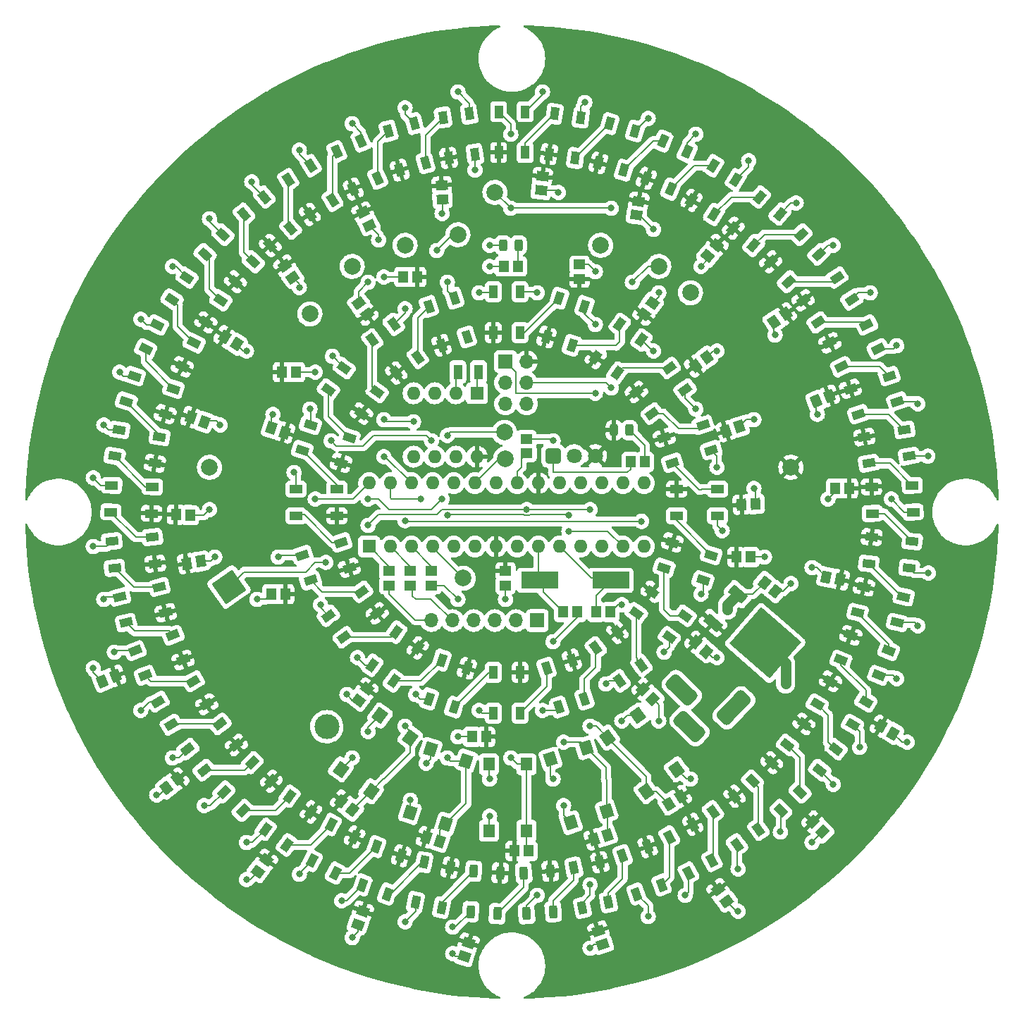
<source format=gbr>
%TF.GenerationSoftware,KiCad,Pcbnew,(6.0.5-0)*%
%TF.CreationDate,2022-07-21T12:39:37-05:00*%
%TF.ProjectId,HPS_Round_Clock,4850535f-526f-4756-9e64-5f436c6f636b,rev?*%
%TF.SameCoordinates,PX56c8cc0PY97a25c0*%
%TF.FileFunction,Copper,L1,Top*%
%TF.FilePolarity,Positive*%
%FSLAX46Y46*%
G04 Gerber Fmt 4.6, Leading zero omitted, Abs format (unit mm)*
G04 Created by KiCad (PCBNEW (6.0.5-0)) date 2022-07-21 12:39:37*
%MOMM*%
%LPD*%
G01*
G04 APERTURE LIST*
G04 Aperture macros list*
%AMRoundRect*
0 Rectangle with rounded corners*
0 $1 Rounding radius*
0 $2 $3 $4 $5 $6 $7 $8 $9 X,Y pos of 4 corners*
0 Add a 4 corners polygon primitive as box body*
4,1,4,$2,$3,$4,$5,$6,$7,$8,$9,$2,$3,0*
0 Add four circle primitives for the rounded corners*
1,1,$1+$1,$2,$3*
1,1,$1+$1,$4,$5*
1,1,$1+$1,$6,$7*
1,1,$1+$1,$8,$9*
0 Add four rect primitives between the rounded corners*
20,1,$1+$1,$2,$3,$4,$5,0*
20,1,$1+$1,$4,$5,$6,$7,0*
20,1,$1+$1,$6,$7,$8,$9,0*
20,1,$1+$1,$8,$9,$2,$3,0*%
%AMRotRect*
0 Rectangle, with rotation*
0 The origin of the aperture is its center*
0 $1 length*
0 $2 width*
0 $3 Rotation angle, in degrees counterclockwise*
0 Add horizontal line*
21,1,$1,$2,0,0,$3*%
G04 Aperture macros list end*
%TA.AperFunction,SMDPad,CuDef*%
%ADD10RotRect,1.500000X1.000000X126.000000*%
%TD*%
%TA.AperFunction,SMDPad,CuDef*%
%ADD11RotRect,1.150000X1.400000X3.000000*%
%TD*%
%TA.AperFunction,SMDPad,CuDef*%
%ADD12RotRect,1.500000X1.000000X324.000000*%
%TD*%
%TA.AperFunction,SMDPad,CuDef*%
%ADD13R,1.150000X1.400000*%
%TD*%
%TA.AperFunction,SMDPad,CuDef*%
%ADD14RotRect,1.150000X1.400000X126.000000*%
%TD*%
%TA.AperFunction,SMDPad,CuDef*%
%ADD15RotRect,1.500000X1.000000X36.000000*%
%TD*%
%TA.AperFunction,SMDPad,CuDef*%
%ADD16RotRect,1.150000X1.400000X169.000000*%
%TD*%
%TA.AperFunction,SMDPad,CuDef*%
%ADD17RotRect,1.150000X1.400000X273.000000*%
%TD*%
%TA.AperFunction,SMDPad,CuDef*%
%ADD18RotRect,1.500000X1.000000X98.000000*%
%TD*%
%TA.AperFunction,SMDPad,CuDef*%
%ADD19RotRect,1.500000X1.000000X10.000000*%
%TD*%
%TA.AperFunction,SMDPad,CuDef*%
%ADD20R,4.500000X2.000000*%
%TD*%
%TA.AperFunction,SMDPad,CuDef*%
%ADD21RotRect,1.150000X1.400000X358.000000*%
%TD*%
%TA.AperFunction,SMDPad,CuDef*%
%ADD22RotRect,1.150000X1.400000X36.000000*%
%TD*%
%TA.AperFunction,SMDPad,CuDef*%
%ADD23RotRect,1.500000X1.000000X34.000000*%
%TD*%
%TA.AperFunction,SMDPad,CuDef*%
%ADD24R,1.400000X1.150000*%
%TD*%
%TA.AperFunction,ComponentPad*%
%ADD25C,2.000000*%
%TD*%
%TA.AperFunction,SMDPad,CuDef*%
%ADD26RotRect,1.150000X1.400000X230.000000*%
%TD*%
%TA.AperFunction,SMDPad,CuDef*%
%ADD27RotRect,1.500000X1.000000X258.000000*%
%TD*%
%TA.AperFunction,SMDPad,CuDef*%
%ADD28RotRect,1.150000X1.400000X54.000000*%
%TD*%
%TA.AperFunction,SMDPad,CuDef*%
%ADD29RotRect,1.500000X1.000000X234.000000*%
%TD*%
%TA.AperFunction,SMDPad,CuDef*%
%ADD30RotRect,1.150000X1.400000X321.000000*%
%TD*%
%TA.AperFunction,SMDPad,CuDef*%
%ADD31RotRect,1.500000X1.000000X306.000000*%
%TD*%
%TA.AperFunction,SMDPad,CuDef*%
%ADD32RotRect,1.150000X1.400000X327.000000*%
%TD*%
%TA.AperFunction,SMDPad,CuDef*%
%ADD33RotRect,1.500000X1.000000X50.000000*%
%TD*%
%TA.AperFunction,SMDPad,CuDef*%
%ADD34RotRect,1.150000X1.400000X264.000000*%
%TD*%
%TA.AperFunction,SMDPad,CuDef*%
%ADD35RotRect,1.500000X1.000000X18.000000*%
%TD*%
%TA.AperFunction,SMDPad,CuDef*%
%ADD36RotRect,1.500000X1.000000X298.000000*%
%TD*%
%TA.AperFunction,SMDPad,CuDef*%
%ADD37RotRect,1.150000X1.400000X330.000000*%
%TD*%
%TA.AperFunction,SMDPad,CuDef*%
%ADD38RotRect,1.150000X1.400000X18.000000*%
%TD*%
%TA.AperFunction,SMDPad,CuDef*%
%ADD39R,1.500000X1.000000*%
%TD*%
%TA.AperFunction,SMDPad,CuDef*%
%ADD40RotRect,1.500000X1.000000X354.000000*%
%TD*%
%TA.AperFunction,SMDPad,CuDef*%
%ADD41RotRect,1.500000X1.000000X290.000000*%
%TD*%
%TA.AperFunction,SMDPad,CuDef*%
%ADD42RotRect,1.500000X1.000000X138.000000*%
%TD*%
%TA.AperFunction,SMDPad,CuDef*%
%ADD43RotRect,1.500000X1.000000X226.000000*%
%TD*%
%TA.AperFunction,SMDPad,CuDef*%
%ADD44RotRect,1.600000X1.400000X108.000000*%
%TD*%
%TA.AperFunction,SMDPad,CuDef*%
%ADD45RotRect,1.500000X1.000000X42.000000*%
%TD*%
%TA.AperFunction,SMDPad,CuDef*%
%ADD46RoundRect,0.243750X-0.243750X-0.456250X0.243750X-0.456250X0.243750X0.456250X-0.243750X0.456250X0*%
%TD*%
%TA.AperFunction,SMDPad,CuDef*%
%ADD47RotRect,1.500000X1.000000X74.000000*%
%TD*%
%TA.AperFunction,SMDPad,CuDef*%
%ADD48RotRect,1.150000X1.400000X315.000000*%
%TD*%
%TA.AperFunction,SMDPad,CuDef*%
%ADD49RotRect,1.150000X1.400000X233.000000*%
%TD*%
%TA.AperFunction,SMDPad,CuDef*%
%ADD50RotRect,1.500000X1.000000X194.000000*%
%TD*%
%TA.AperFunction,SMDPad,CuDef*%
%ADD51RotRect,1.150000X1.400000X234.000000*%
%TD*%
%TA.AperFunction,SMDPad,CuDef*%
%ADD52RotRect,1.150000X1.400000X9.000000*%
%TD*%
%TA.AperFunction,SMDPad,CuDef*%
%ADD53RotRect,1.500000X1.000000X130.000000*%
%TD*%
%TA.AperFunction,SMDPad,CuDef*%
%ADD54RotRect,1.150000X1.400000X261.000000*%
%TD*%
%TA.AperFunction,SMDPad,CuDef*%
%ADD55RotRect,1.150000X1.400000X304.000000*%
%TD*%
%TA.AperFunction,SMDPad,CuDef*%
%ADD56RotRect,1.500000X1.000000X274.000000*%
%TD*%
%TA.AperFunction,SMDPad,CuDef*%
%ADD57RotRect,1.500000X1.000000X154.000000*%
%TD*%
%TA.AperFunction,SMDPad,CuDef*%
%ADD58R,1.000000X1.800000*%
%TD*%
%TA.AperFunction,SMDPad,CuDef*%
%ADD59R,1.000000X1.500000*%
%TD*%
%TA.AperFunction,SMDPad,CuDef*%
%ADD60RotRect,1.150000X1.400000X202.000000*%
%TD*%
%TA.AperFunction,SMDPad,CuDef*%
%ADD61RotRect,1.500000X1.000000X66.000000*%
%TD*%
%TA.AperFunction,SMDPad,CuDef*%
%ADD62RotRect,1.150000X1.400000X214.000000*%
%TD*%
%TA.AperFunction,SMDPad,CuDef*%
%ADD63RotRect,1.600000X1.400000X72.000000*%
%TD*%
%TA.AperFunction,ComponentPad*%
%ADD64R,1.600000X1.600000*%
%TD*%
%TA.AperFunction,ComponentPad*%
%ADD65O,1.600000X1.600000*%
%TD*%
%TA.AperFunction,SMDPad,CuDef*%
%ADD66RotRect,1.600000X1.400000X54.000000*%
%TD*%
%TA.AperFunction,SMDPad,CuDef*%
%ADD67RotRect,1.500000X1.000000X282.000000*%
%TD*%
%TA.AperFunction,SMDPad,CuDef*%
%ADD68RotRect,1.150000X1.400000X250.000000*%
%TD*%
%TA.AperFunction,SMDPad,CuDef*%
%ADD69RotRect,1.500000X1.000000X210.000000*%
%TD*%
%TA.AperFunction,SMDPad,CuDef*%
%ADD70RotRect,1.500000X1.000000X186.000000*%
%TD*%
%TA.AperFunction,SMDPad,CuDef*%
%ADD71RotRect,1.600000X1.400000X126.000000*%
%TD*%
%TA.AperFunction,SMDPad,CuDef*%
%ADD72RotRect,1.500000X1.000000X218.000000*%
%TD*%
%TA.AperFunction,SMDPad,CuDef*%
%ADD73RotRect,1.500000X1.000000X58.000000*%
%TD*%
%TA.AperFunction,SMDPad,CuDef*%
%ADD74RotRect,1.500000X1.000000X250.000000*%
%TD*%
%TA.AperFunction,SMDPad,CuDef*%
%ADD75RotRect,1.500000X1.000000X144.000000*%
%TD*%
%TA.AperFunction,SMDPad,CuDef*%
%ADD76RotRect,1.500000X1.000000X122.000000*%
%TD*%
%TA.AperFunction,SMDPad,CuDef*%
%ADD77RotRect,1.500000X1.000000X26.000000*%
%TD*%
%TA.AperFunction,SMDPad,CuDef*%
%ADD78RotRect,1.500000X1.000000X106.000000*%
%TD*%
%TA.AperFunction,SMDPad,CuDef*%
%ADD79RotRect,2.200000X1.200000X319.000000*%
%TD*%
%TA.AperFunction,SMDPad,CuDef*%
%ADD80RotRect,6.400000X5.800000X319.000000*%
%TD*%
%TA.AperFunction,SMDPad,CuDef*%
%ADD81RotRect,1.500000X1.000000X346.000000*%
%TD*%
%TA.AperFunction,SMDPad,CuDef*%
%ADD82RoundRect,0.243750X0.243750X0.456250X-0.243750X0.456250X-0.243750X-0.456250X0.243750X-0.456250X0*%
%TD*%
%TA.AperFunction,ComponentPad*%
%ADD83RoundRect,0.250200X-0.649800X-0.649800X0.649800X-0.649800X0.649800X0.649800X-0.649800X0.649800X0*%
%TD*%
%TA.AperFunction,ComponentPad*%
%ADD84C,1.800000*%
%TD*%
%TA.AperFunction,SMDPad,CuDef*%
%ADD85R,1.400000X1.600000*%
%TD*%
%TA.AperFunction,SMDPad,CuDef*%
%ADD86RotRect,1.500000X1.000000X216.000000*%
%TD*%
%TA.AperFunction,SMDPad,CuDef*%
%ADD87RotRect,1.500000X1.000000X72.000000*%
%TD*%
%TA.AperFunction,SMDPad,CuDef*%
%ADD88RotRect,1.500000X1.000000X2.000000*%
%TD*%
%TA.AperFunction,SMDPad,CuDef*%
%ADD89RotRect,1.150000X1.400000X218.000000*%
%TD*%
%TA.AperFunction,SMDPad,CuDef*%
%ADD90RotRect,1.150000X1.400000X162.000000*%
%TD*%
%TA.AperFunction,SMDPad,CuDef*%
%ADD91RotRect,1.150000X1.400000X314.000000*%
%TD*%
%TA.AperFunction,SMDPad,CuDef*%
%ADD92RotRect,1.500000X1.000000X314.000000*%
%TD*%
%TA.AperFunction,SMDPad,CuDef*%
%ADD93RotRect,1.500000X1.000000X198.000000*%
%TD*%
%TA.AperFunction,SMDPad,CuDef*%
%ADD94RotRect,1.150000X1.400000X296.000000*%
%TD*%
%TA.AperFunction,SMDPad,CuDef*%
%ADD95RotRect,1.500000X1.000000X330.000000*%
%TD*%
%TA.AperFunction,SMDPad,CuDef*%
%ADD96RotRect,1.150000X1.400000X306.000000*%
%TD*%
%TA.AperFunction,SMDPad,CuDef*%
%ADD97RotRect,1.150000X1.400000X288.000000*%
%TD*%
%TA.AperFunction,SMDPad,CuDef*%
%ADD98RotRect,1.500000X1.000000X146.000000*%
%TD*%
%TA.AperFunction,SMDPad,CuDef*%
%ADD99RotRect,1.500000X1.000000X54.000000*%
%TD*%
%TA.AperFunction,SMDPad,CuDef*%
%ADD100RotRect,1.500000X1.000000X178.000000*%
%TD*%
%TA.AperFunction,SMDPad,CuDef*%
%ADD101RotRect,1.500000X1.000000X252.000000*%
%TD*%
%TA.AperFunction,SMDPad,CuDef*%
%ADD102RotRect,1.500000X1.000000X288.000000*%
%TD*%
%TA.AperFunction,SMDPad,CuDef*%
%ADD103RotRect,1.500000X1.000000X322.000000*%
%TD*%
%TA.AperFunction,SMDPad,CuDef*%
%ADD104RotRect,1.150000X1.400000X340.000000*%
%TD*%
%TA.AperFunction,SMDPad,CuDef*%
%ADD105RotRect,1.500000X1.000000X338.000000*%
%TD*%
%TA.AperFunction,SMDPad,CuDef*%
%ADD106RotRect,1.150000X1.400000X319.000000*%
%TD*%
%TA.AperFunction,SMDPad,CuDef*%
%ADD107RotRect,1.150000X1.400000X198.000000*%
%TD*%
%TA.AperFunction,SMDPad,CuDef*%
%ADD108RotRect,1.500000X1.000000X82.000000*%
%TD*%
%TA.AperFunction,SMDPad,CuDef*%
%ADD109RotRect,1.500000X1.000000X108.000000*%
%TD*%
%TA.AperFunction,SMDPad,CuDef*%
%ADD110RotRect,1.500000X1.000000X342.000000*%
%TD*%
%TA.AperFunction,SMDPad,CuDef*%
%ADD111RotRect,1.500000X1.000000X242.000000*%
%TD*%
%TA.AperFunction,SMDPad,CuDef*%
%ADD112RotRect,1.150000X1.400000X252.000000*%
%TD*%
%TA.AperFunction,SMDPad,CuDef*%
%ADD113RotRect,1.150000X1.400000X212.000000*%
%TD*%
%TA.AperFunction,SMDPad,CuDef*%
%ADD114RotRect,1.500000X1.000000X114.000000*%
%TD*%
%TA.AperFunction,SMDPad,CuDef*%
%ADD115RotRect,1.500000X1.000000X170.000000*%
%TD*%
%TA.AperFunction,SMDPad,CuDef*%
%ADD116RotRect,1.500000X1.000000X202.000000*%
%TD*%
%TA.AperFunction,SMDPad,CuDef*%
%ADD117RotRect,1.500000X1.000000X266.000000*%
%TD*%
%TA.AperFunction,SMDPad,CuDef*%
%ADD118RotRect,1.500000X1.000000X162.000000*%
%TD*%
%TA.AperFunction,ComponentPad*%
%ADD119R,1.700000X1.700000*%
%TD*%
%TA.AperFunction,ComponentPad*%
%ADD120O,1.700000X1.700000*%
%TD*%
%TA.AperFunction,ComponentPad*%
%ADD121RotRect,3.000000X3.000000X305.000000*%
%TD*%
%TA.AperFunction,ComponentPad*%
%ADD122C,3.000000*%
%TD*%
%TA.AperFunction,ComponentPad*%
%ADD123RoundRect,0.500000X-0.855982X-1.606174X1.575322X0.911515X0.855982X1.606174X-1.575322X-0.911515X0*%
%TD*%
%TA.AperFunction,ComponentPad*%
%ADD124RoundRect,0.500000X1.426339X-0.682318X-0.731681X1.401657X-1.426339X0.682318X0.731681X-1.401657X0*%
%TD*%
%TA.AperFunction,ViaPad*%
%ADD125C,0.812800*%
%TD*%
%TA.AperFunction,Conductor*%
%ADD126C,0.203200*%
%TD*%
%TA.AperFunction,Conductor*%
%ADD127C,1.270000*%
%TD*%
G04 APERTURE END LIST*
D10*
%TO.P,D64,1,VSS*%
%TO.N,GND*%
X44795589Y81556677D03*
%TO.P,D64,2,DIN*%
%TO.N,Net-(D63-Pad4)*%
X42206735Y79675764D03*
%TO.P,D64,3,VDD*%
%TO.N,VCC*%
X45086883Y75711581D03*
%TO.P,D64,4,DOUT*%
%TO.N,Net-(D64-Pad4)*%
X47675737Y77592494D03*
%TD*%
D11*
%TO.P,C41,1*%
%TO.N,VCC*%
X86586165Y59895514D03*
%TO.P,C41,2*%
%TO.N,GND*%
X88283835Y59984486D03*
%TD*%
D12*
%TO.P,D53,1,VSS*%
%TO.N,GND*%
X77913770Y43968729D03*
%TO.P,D53,2,DIN*%
%TO.N,Net-(D52-Pad4)*%
X79794683Y46557583D03*
%TO.P,D53,3,VDD*%
%TO.N,VCC*%
X75830500Y49437731D03*
%TO.P,D53,4,DOUT*%
%TO.N,Net-(D53-Pad4)*%
X73949587Y46848877D03*
%TD*%
D13*
%TO.P,R4,1*%
%TO.N,Net-(R4-Pad1)*%
X60980000Y18284000D03*
%TO.P,R4,2*%
%TO.N,VCC*%
X59280000Y18284000D03*
%TD*%
D14*
%TO.P,C61,1*%
%TO.N,VCC*%
X41579617Y82747336D03*
%TO.P,C61,2*%
%TO.N,GND*%
X40580383Y84122664D03*
%TD*%
D15*
%TO.P,D49,1,VSS*%
%TO.N,GND*%
X79794683Y73722418D03*
%TO.P,D49,2,DIN*%
%TO.N,Net-(D48-Pad4)*%
X77913770Y76311272D03*
%TO.P,D49,3,VDD*%
%TO.N,VCC*%
X73949587Y73431124D03*
%TO.P,D49,4,DOUT*%
%TO.N,Net-(D49-Pad4)*%
X75830500Y70842270D03*
%TD*%
D16*
%TO.P,C43,1*%
%TO.N,VCC*%
X98429383Y50887812D03*
%TO.P,C43,2*%
%TO.N,GND*%
X96760617Y51212188D03*
%TD*%
D17*
%TO.P,C40,1*%
%TO.N,VCC*%
X50560514Y98253835D03*
%TO.P,C40,2*%
%TO.N,GND*%
X50649486Y96556165D03*
%TD*%
D18*
%TO.P,D45,1,VSS*%
%TO.N,GND*%
X53880460Y106847891D03*
%TO.P,D45,2,DIN*%
%TO.N,Net-(D44-Pad4)*%
X50711602Y106402537D03*
%TO.P,D45,3,VDD*%
%TO.N,VCC*%
X51393550Y101550223D03*
%TO.P,D45,4,DOUT*%
%TO.N,/more LEDS/data*%
X54562408Y101995577D03*
%TD*%
D19*
%TO.P,D11,1,VSS*%
%TO.N,GND*%
X106716026Y65712941D03*
%TO.P,D11,2,DIN*%
%TO.N,Net-(D10-Pad4)*%
X106160352Y68864325D03*
%TO.P,D11,3,VDD*%
%TO.N,VCC*%
X101334794Y68013449D03*
%TO.P,D11,4,DOUT*%
%TO.N,Net-(D11-Pad4)*%
X101890468Y64862065D03*
%TD*%
D20*
%TO.P,Y1,1,1*%
%TO.N,Net-(C6-Pad2)*%
X70869000Y50796000D03*
%TO.P,Y1,2,2*%
%TO.N,Net-(C4-Pad2)*%
X62369000Y50796000D03*
%TD*%
D21*
%TO.P,C59,1*%
%TO.N,VCC*%
X18640518Y58699665D03*
%TO.P,C59,2*%
%TO.N,GND*%
X20339482Y58640335D03*
%TD*%
D22*
%TO.P,C65,1*%
%TO.N,VCC*%
X81032336Y76585383D03*
%TO.P,C65,2*%
%TO.N,GND*%
X82407664Y77584617D03*
%TD*%
D23*
%TO.P,D8,1,VSS*%
%TO.N,GND*%
X99829448Y84533862D03*
%TO.P,D8,2,DIN*%
%TO.N,Net-(D7-Pad4)*%
X98040030Y87186783D03*
%TO.P,D8,3,VDD*%
%TO.N,VCC*%
X93977746Y84446738D03*
%TO.P,D8,4,DOUT*%
%TO.N,Net-(D8-Pad4)*%
X95767164Y81793817D03*
%TD*%
D24*
%TO.P,C57,1*%
%TO.N,VCC*%
X67115000Y87030000D03*
%TO.P,C57,2*%
%TO.N,GND*%
X67115000Y88730000D03*
%TD*%
D25*
%TO.P,TP11,1,1*%
%TO.N,Net-(TP11-Pad1)*%
X69655000Y91055000D03*
%TD*%
D26*
%TO.P,C66,1*%
%TO.N,VCC*%
X83625000Y91055000D03*
%TO.P,C66,2*%
%TO.N,GND*%
X82532262Y89752724D03*
%TD*%
D13*
%TO.P,R8,1*%
%TO.N,LED_SCK*%
X58010000Y88515000D03*
%TO.P,R8,2*%
%TO.N,Net-(D66-Pad2)*%
X59710000Y88515000D03*
%TD*%
D27*
%TO.P,D25,1,VSS*%
%TO.N,GND*%
X47419857Y12139289D03*
%TO.P,D25,2,DIN*%
%TO.N,Net-(D24-Pad4)*%
X50549930Y11473972D03*
%TO.P,D25,3,VDD*%
%TO.N,VCC*%
X51568697Y16266895D03*
%TO.P,D25,4,DOUT*%
%TO.N,Net-(D25-Pad4)*%
X48438624Y16932212D03*
%TD*%
D28*
%TO.P,C54,1*%
%TO.N,VCC*%
X74870383Y82747336D03*
%TO.P,C54,2*%
%TO.N,GND*%
X75869617Y84122664D03*
%TD*%
D29*
%TO.P,D28,1,VSS*%
%TO.N,GND*%
X29391957Y20894109D03*
%TO.P,D28,2,DIN*%
%TO.N,Net-(D27-Pad4)*%
X31980811Y19013196D03*
%TO.P,D28,3,VDD*%
%TO.N,VCC*%
X34860959Y22977379D03*
%TO.P,D28,4,DOUT*%
%TO.N,Net-(D28-Pad4)*%
X32272105Y24858292D03*
%TD*%
D25*
%TO.P,TP13,1,1*%
%TO.N,Net-(TP13-Pad1)*%
X58098000Y68576000D03*
%TD*%
D13*
%TO.P,R9,1*%
%TO.N,IR Receiver*%
X73250000Y65020000D03*
%TO.P,R9,2*%
%TO.N,Net-(D100-Pad1)*%
X74950000Y65020000D03*
%TD*%
D30*
%TO.P,R1,1*%
%TO.N,VCC*%
X38514426Y24279922D03*
%TO.P,R1,2*%
%TO.N,Net-(R1-Pad2)*%
X39835574Y23210078D03*
%TD*%
D31*
%TO.P,D54,1,VSS*%
%TO.N,GND*%
X71960424Y38723324D03*
%TO.P,D54,2,DIN*%
%TO.N,Net-(D53-Pad4)*%
X74549278Y40604237D03*
%TO.P,D54,3,VDD*%
%TO.N,VCC*%
X71669130Y44568420D03*
%TO.P,D54,4,DOUT*%
%TO.N,Net-(D54-Pad4)*%
X69080276Y42687507D03*
%TD*%
D32*
%TO.P,C47,1*%
%TO.N,VCC*%
X24492130Y80087943D03*
%TO.P,C47,2*%
%TO.N,GND*%
X25917870Y79162057D03*
%TD*%
D33*
%TO.P,D6,1,VSS*%
%TO.N,GND*%
X91188750Y94795901D03*
%TO.P,D6,2,DIN*%
%TO.N,Net-(D5-Pad4)*%
X88737408Y96852821D03*
%TO.P,D6,3,VDD*%
%TO.N,VCC*%
X85587748Y93099203D03*
%TO.P,D6,4,DOUT*%
%TO.N,Net-(D6-Pad4)*%
X88039090Y91042283D03*
%TD*%
D34*
%TO.P,C53,1*%
%TO.N,VCC*%
X62670000Y99310000D03*
%TO.P,C53,2*%
%TO.N,GND*%
X62492302Y97619312D03*
%TD*%
D35*
%TO.P,D10,1,VSS*%
%TO.N,GND*%
X105306819Y72287658D03*
%TO.P,D10,2,DIN*%
%TO.N,Net-(D10-Pad2)*%
X104317964Y75331039D03*
%TO.P,D10,3,VDD*%
%TO.N,VCC*%
X99657787Y73816856D03*
%TO.P,D10,4,DOUT*%
%TO.N,Net-(D10-Pad4)*%
X100646642Y70773475D03*
%TD*%
D25*
%TO.P,TP4,1,1*%
%TO.N,Outer LED Ring*%
X56955000Y97405000D03*
%TD*%
%TO.P,TP15,1,1*%
%TO.N,Net-(TP15-Pad1)*%
X39810000Y88515000D03*
%TD*%
D36*
%TO.P,D20,1,VSS*%
%TO.N,GND*%
X80201728Y15641261D03*
%TO.P,D20,2,DIN*%
%TO.N,Net-(D19-Pad4)*%
X83027160Y17143570D03*
%TO.P,D20,3,VDD*%
%TO.N,VCC*%
X80726750Y21470013D03*
%TO.P,D20,4,DOUT*%
%TO.N,Net-(D20-Pad4)*%
X77901318Y19967704D03*
%TD*%
D37*
%TO.P,C60,1*%
%TO.N,VCC*%
X103310000Y33270000D03*
%TO.P,C60,2*%
%TO.N,GND*%
X104782244Y32420000D03*
%TD*%
D38*
%TO.P,C52,1*%
%TO.N,VCC*%
X84721602Y68737336D03*
%TO.P,C52,2*%
%TO.N,GND*%
X86338398Y69262664D03*
%TD*%
D39*
%TO.P,D61,1,VSS*%
%TO.N,GND*%
X33068007Y61740000D03*
%TO.P,D61,2,DIN*%
%TO.N,Net-(D60-Pad4)*%
X33068007Y58540000D03*
%TO.P,D61,3,VDD*%
%TO.N,VCC*%
X37968007Y58540000D03*
%TO.P,D61,4,DOUT*%
%TO.N,Net-(D61-Pad4)*%
X37968007Y61740000D03*
%TD*%
D40*
%TO.P,D13,1,VSS*%
%TO.N,GND*%
X106738874Y52297629D03*
%TO.P,D13,2,DIN*%
%TO.N,Net-(D12-Pad4)*%
X107073365Y55480099D03*
%TO.P,D13,3,VDD*%
%TO.N,VCC*%
X102200208Y55992289D03*
%TO.P,D13,4,DOUT*%
%TO.N,Net-(D13-Pad4)*%
X101865717Y52809819D03*
%TD*%
D41*
%TO.P,D21,1,VSS*%
%TO.N,GND*%
X73971601Y13111775D03*
%TO.P,D21,2,DIN*%
%TO.N,Net-(D20-Pad4)*%
X76978618Y14206239D03*
%TO.P,D21,3,VDD*%
%TO.N,VCC*%
X75302719Y18810733D03*
%TO.P,D21,4,DOUT*%
%TO.N,Net-(D21-Pad4)*%
X72295702Y17716269D03*
%TD*%
D42*
%TO.P,D40,1,VSS*%
%TO.N,GND*%
X24273322Y92345054D03*
%TO.P,D40,2,DIN*%
%TO.N,Net-(D39-Pad4)*%
X22132104Y89966990D03*
%TO.P,D40,3,VDD*%
%TO.N,VCC*%
X25773514Y86688250D03*
%TO.P,D40,4,DOUT*%
%TO.N,Net-(D40-Pad4)*%
X27914732Y89066314D03*
%TD*%
D43*
%TO.P,D29,1,VSS*%
%TO.N,GND*%
X24387362Y25384856D03*
%TO.P,D29,2,DIN*%
%TO.N,Net-(D28-Pad4)*%
X26689250Y23161949D03*
%TO.P,D29,3,VDD*%
%TO.N,VCC*%
X30093076Y26686714D03*
%TO.P,D29,4,DOUT*%
%TO.N,Net-(D29-Pad4)*%
X27791188Y28909621D03*
%TD*%
D44*
%TO.P,SW4,1,A*%
%TO.N,Net-(R5-Pad1)*%
X67903809Y30689514D03*
%TO.P,SW4,2,A*%
X70375945Y23081062D03*
%TO.P,SW4,3,B*%
%TO.N,GND*%
X63624055Y29298938D03*
%TO.P,SW4,4,B*%
X66096191Y21690486D03*
%TD*%
D45*
%TO.P,D7,1,VSS*%
%TO.N,GND*%
X95867895Y89966990D03*
%TO.P,D7,2,DIN*%
%TO.N,Net-(D6-Pad4)*%
X93726677Y92345054D03*
%TO.P,D7,3,VDD*%
%TO.N,VCC*%
X90085267Y89066314D03*
%TO.P,D7,4,DOUT*%
%TO.N,Net-(D7-Pad4)*%
X92226485Y86688250D03*
%TD*%
D46*
%TO.P,D66,1,K*%
%TO.N,GND*%
X57922500Y91055000D03*
%TO.P,D66,2,A*%
%TO.N,Net-(D66-Pad2)*%
X59797500Y91055000D03*
%TD*%
D47*
%TO.P,D3,1,VSS*%
%TO.N,GND*%
X73815469Y104786956D03*
%TO.P,D3,2,DIN*%
%TO.N,Net-(D2-Pad4)*%
X70739432Y105668996D03*
%TO.P,D3,3,VDD*%
%TO.N,VCC*%
X69388809Y100958814D03*
%TO.P,D3,4,DOUT*%
%TO.N,Net-(D3-Pad4)*%
X72464846Y100076774D03*
%TD*%
D48*
%TO.P,C45,1*%
%TO.N,VCC*%
X74735000Y37715000D03*
%TO.P,C45,2*%
%TO.N,GND*%
X75937082Y36512918D03*
%TD*%
D25*
%TO.P,TP5,1,1*%
%TO.N,VCC*%
X92515000Y64385000D03*
%TD*%
D49*
%TO.P,C64,1*%
%TO.N,VCC*%
X41591543Y37758840D03*
%TO.P,C64,2*%
%TO.N,GND*%
X40568457Y36401160D03*
%TD*%
D25*
%TO.P,TP2,1,1*%
%TO.N,SDA*%
X46160000Y91055000D03*
%TD*%
D13*
%TO.P,C6,1*%
%TO.N,GND*%
X70850000Y47000000D03*
%TO.P,C6,2*%
%TO.N,Net-(C6-Pad2)*%
X69150000Y47000000D03*
%TD*%
D50*
%TO.P,D33,1,VSS*%
%TO.N,GND*%
X11873779Y48823096D03*
%TO.P,D33,2,DIN*%
%TO.N,Net-(D32-Pad4)*%
X12647930Y45718149D03*
%TO.P,D33,3,VDD*%
%TO.N,VCC*%
X17402379Y46903566D03*
%TO.P,D33,4,DOUT*%
%TO.N,Net-(D33-Pad4)*%
X16628228Y50008513D03*
%TD*%
D51*
%TO.P,C50,1*%
%TO.N,VCC*%
X29499617Y17187664D03*
%TO.P,C50,2*%
%TO.N,GND*%
X28500383Y15812336D03*
%TD*%
D52*
%TO.P,C62,1*%
%TO.N,VCC*%
X19920465Y52822031D03*
%TO.P,C62,2*%
%TO.N,GND*%
X21599535Y53087969D03*
%TD*%
D53*
%TO.P,D41,1,VSS*%
%TO.N,GND*%
X29262591Y96852821D03*
%TO.P,D41,2,DIN*%
%TO.N,Net-(D40-Pad4)*%
X26811249Y94795901D03*
%TO.P,D41,3,VDD*%
%TO.N,VCC*%
X29960909Y91042283D03*
%TO.P,D41,4,DOUT*%
%TO.N,Net-(D41-Pad4)*%
X32412251Y93099203D03*
%TD*%
D13*
%TO.P,R10,1*%
%TO.N,VCC*%
X31340000Y75815000D03*
%TO.P,R10,2*%
%TO.N,SCL*%
X33040000Y75815000D03*
%TD*%
%TO.P,C51,1*%
%TO.N,VCC*%
X55900000Y32000000D03*
%TO.P,C51,2*%
%TO.N,GND*%
X54200000Y32000000D03*
%TD*%
D54*
%TO.P,C70,1*%
%TO.N,VCC*%
X74232969Y96339535D03*
%TO.P,C70,2*%
%TO.N,GND*%
X73967031Y94660465D03*
%TD*%
D13*
%TO.P,R11,1*%
%TO.N,VCC*%
X47645000Y87245000D03*
%TO.P,R11,2*%
%TO.N,SDA*%
X45945000Y87245000D03*
%TD*%
D24*
%TO.P,R6,1*%
%TO.N,Net-(J2-Pad5)*%
X46795000Y50200000D03*
%TO.P,R6,2*%
%TO.N,RXD*%
X46795000Y51900000D03*
%TD*%
D25*
%TO.P,TP8,1,1*%
%TO.N,Net-(TP8-Pad1)*%
X76640000Y88515000D03*
%TD*%
D55*
%TO.P,C58,1*%
%TO.N,VCC*%
X31714686Y88584682D03*
%TO.P,C58,2*%
%TO.N,GND*%
X32665314Y87175318D03*
%TD*%
D56*
%TO.P,D23,1,VSS*%
%TO.N,GND*%
X60764066Y10759730D03*
%TO.P,D23,2,DIN*%
%TO.N,Net-(D22-Pad4)*%
X63956271Y10982950D03*
%TO.P,D23,3,VDD*%
%TO.N,VCC*%
X63614464Y15871014D03*
%TO.P,D23,4,DOUT*%
%TO.N,Net-(D23-Pad4)*%
X60422259Y15647794D03*
%TD*%
D25*
%TO.P,TP1,1,1*%
%TO.N,SCL*%
X34730000Y82800000D03*
%TD*%
D57*
%TO.P,D38,1,VSS*%
%TO.N,GND*%
X16406484Y81478409D03*
%TO.P,D38,2,DIN*%
%TO.N,Net-(D37-Pad4)*%
X15003697Y78602268D03*
%TO.P,D38,3,VDD*%
%TO.N,VCC*%
X19407788Y76454249D03*
%TO.P,D38,4,DOUT*%
%TO.N,Net-(D38-Pad4)*%
X20810575Y79330390D03*
%TD*%
D58*
%TO.P,Y2,1,1*%
%TO.N,Net-(U2-Pad1)*%
X54996000Y75815000D03*
%TO.P,Y2,2,2*%
%TO.N,Net-(U2-Pad2)*%
X52496000Y75815000D03*
%TD*%
D59*
%TO.P,D1,1,VSS*%
%TO.N,GND*%
X60600000Y107094000D03*
%TO.P,D1,2,DIN*%
%TO.N,Outer LED Ring*%
X57400000Y107094000D03*
%TO.P,D1,3,VDD*%
%TO.N,VCC*%
X57400000Y102194000D03*
%TO.P,D1,4,DOUT*%
%TO.N,Net-(D1-Pad4)*%
X60600000Y102194000D03*
%TD*%
D25*
%TO.P,TP14,1,1*%
%TO.N,Net-(TP14-Pad1)*%
X52510000Y92325000D03*
%TD*%
D60*
%TO.P,C46,1*%
%TO.N,VCC*%
X11388106Y39303416D03*
%TO.P,C46,2*%
%TO.N,GND*%
X9811894Y38666584D03*
%TD*%
D61*
%TO.P,D4,1,VSS*%
%TO.N,GND*%
X80054177Y102278707D03*
%TO.P,D4,2,DIN*%
%TO.N,Net-(D3-Pad4)*%
X77130831Y103580264D03*
%TO.P,D4,3,VDD*%
%TO.N,VCC*%
X75137821Y99103891D03*
%TO.P,D4,4,DOUT*%
%TO.N,Net-(D4-Pad4)*%
X78061167Y97802334D03*
%TD*%
D24*
%TO.P,C7,1*%
%TO.N,Net-(C7-Pad1)*%
X44255000Y50200000D03*
%TO.P,C7,2*%
%TO.N,RESET*%
X44255000Y51900000D03*
%TD*%
D62*
%TO.P,C71,1*%
%TO.N,VCC*%
X91880000Y82800000D03*
%TO.P,C71,2*%
%TO.N,GND*%
X90470636Y81849372D03*
%TD*%
D25*
%TO.P,TP3,1,1*%
%TO.N,IR Receiver*%
X53145000Y51050000D03*
%TD*%
D63*
%TO.P,SW2,1,A*%
%TO.N,Net-(R3-Pad1)*%
X53503945Y29108938D03*
%TO.P,SW2,2,A*%
X51031809Y21500486D03*
%TO.P,SW2,3,B*%
%TO.N,GND*%
X49224191Y30499514D03*
%TO.P,SW2,4,B*%
X46752055Y22891062D03*
%TD*%
D25*
%TO.P,TP12,1,1*%
%TO.N,Net-(TP12-Pad1)*%
X58225000Y65401000D03*
%TD*%
D64*
%TO.P,U4,1,~{RESET}/PC6*%
%TO.N,RESET*%
X41842000Y54860000D03*
D65*
%TO.P,U4,2,RXD/PD0*%
%TO.N,RXD*%
X44382000Y54860000D03*
%TO.P,U4,3,TXD/PD1*%
%TO.N,TXD*%
X46922000Y54860000D03*
%TO.P,U4,4,INT0/PD2*%
%TO.N,IR Receiver*%
X49462000Y54860000D03*
%TO.P,U4,5,INT1/PD3*%
%TO.N,Net-(R3-Pad1)*%
X52002000Y54860000D03*
%TO.P,U4,6,PD4*%
%TO.N,Net-(R4-Pad1)*%
X54542000Y54860000D03*
%TO.P,U4,7,VCC*%
%TO.N,VCC*%
X57082000Y54860000D03*
%TO.P,U4,8,GND*%
%TO.N,GND*%
X59622000Y54860000D03*
%TO.P,U4,9,XTAL1/PB6*%
%TO.N,Net-(C4-Pad2)*%
X62162000Y54860000D03*
%TO.P,U4,10,XTAL2/PB7*%
%TO.N,Net-(C6-Pad2)*%
X64702000Y54860000D03*
%TO.P,U4,11,OC0B/PD5*%
%TO.N,unconnected-(U4-Pad11)*%
X67242000Y54860000D03*
%TO.P,U4,12,OC0A/PD6*%
%TO.N,Outer LED Ring*%
X69782000Y54860000D03*
%TO.P,U4,13,PD7*%
%TO.N,Net-(R5-Pad1)*%
X72322000Y54860000D03*
%TO.P,U4,14,PB0*%
%TO.N,Net-(R1-Pad2)*%
X74862000Y54860000D03*
%TO.P,U4,15,OC1A/PB1*%
%TO.N,Net-(TP7-Pad1)*%
X74862000Y62480000D03*
%TO.P,U4,16,OC1B/PB2*%
%TO.N,Net-(TP8-Pad1)*%
X72322000Y62480000D03*
%TO.P,U4,17,MOSI/PB3*%
%TO.N,MOSI*%
X69782000Y62480000D03*
%TO.P,U4,18,MISO/PB4*%
%TO.N,MISO*%
X67242000Y62480000D03*
%TO.P,U4,19,SCK/PB5*%
%TO.N,Net-(TP11-Pad1)*%
X64702000Y62480000D03*
%TO.P,U4,20,AVCC*%
%TO.N,VCC*%
X62162000Y62480000D03*
%TO.P,U4,21,AREF*%
%TO.N,Net-(C5-Pad1)*%
X59622000Y62480000D03*
%TO.P,U4,22,GND*%
%TO.N,GND*%
X57082000Y62480000D03*
%TO.P,U4,23,ADC0/PC0*%
%TO.N,Net-(TP12-Pad1)*%
X54542000Y62480000D03*
%TO.P,U4,24,ADC1/PC1*%
%TO.N,Net-(TP13-Pad1)*%
X52002000Y62480000D03*
%TO.P,U4,25,ADC2/PC2*%
%TO.N,Net-(TP14-Pad1)*%
X49462000Y62480000D03*
%TO.P,U4,26,ADC3/PC3*%
%TO.N,Net-(TP15-Pad1)*%
X46922000Y62480000D03*
%TO.P,U4,27,SDA/PC4*%
%TO.N,SDA*%
X44382000Y62480000D03*
%TO.P,U4,28,SCL/PC5*%
%TO.N,SCL*%
X41842000Y62480000D03*
%TD*%
D13*
%TO.P,C69,1*%
%TO.N,VCC*%
X99500000Y61845000D03*
%TO.P,C69,2*%
%TO.N,GND*%
X97800000Y61845000D03*
%TD*%
D24*
%TO.P,C5,1*%
%TO.N,Net-(C5-Pad1)*%
X60765000Y66075000D03*
%TO.P,C5,2*%
%TO.N,GND*%
X60765000Y67775000D03*
%TD*%
D66*
%TO.P,SW1,1,A*%
%TO.N,Net-(R1-Pad2)*%
X46791429Y31913551D03*
%TO.P,SW1,2,A*%
X42089147Y25441415D03*
%TO.P,SW1,3,B*%
%TO.N,GND*%
X43150853Y34558585D03*
%TO.P,SW1,4,B*%
X38448571Y28086449D03*
%TD*%
D67*
%TO.P,D22,1,VSS*%
%TO.N,GND*%
X67450069Y11473972D03*
%TO.P,D22,2,DIN*%
%TO.N,Net-(D21-Pad4)*%
X70580142Y12139289D03*
%TO.P,D22,3,VDD*%
%TO.N,VCC*%
X69561375Y16932212D03*
%TO.P,D22,4,DOUT*%
%TO.N,Net-(D22-Pad4)*%
X66431302Y16266895D03*
%TD*%
D68*
%TO.P,C67,1*%
%TO.N,VCC*%
X41080000Y11045000D03*
%TO.P,C67,2*%
%TO.N,GND*%
X40498566Y9447522D03*
%TD*%
D69*
%TO.P,D31,1,VSS*%
%TO.N,GND*%
X16483556Y36224641D03*
%TO.P,D31,2,DIN*%
%TO.N,Net-(D30-Pad4)*%
X18083556Y33453359D03*
%TO.P,D31,3,VDD*%
%TO.N,VCC*%
X22327080Y35903359D03*
%TO.P,D31,4,DOUT*%
%TO.N,Net-(D31-Pad4)*%
X20727080Y38674641D03*
%TD*%
D70*
%TO.P,D34,1,VSS*%
%TO.N,GND*%
X10926634Y55480099D03*
%TO.P,D34,2,DIN*%
%TO.N,Net-(D33-Pad4)*%
X11261125Y52297629D03*
%TO.P,D34,3,VDD*%
%TO.N,VCC*%
X16134282Y52809819D03*
%TO.P,D34,4,DOUT*%
%TO.N,Net-(D34-Pad4)*%
X15799791Y55992289D03*
%TD*%
D71*
%TO.P,SW5,1,A*%
%TO.N,GND*%
X74089147Y34558585D03*
%TO.P,SW5,2,A*%
X78791429Y28086449D03*
%TO.P,SW5,3,B*%
%TO.N,RESET*%
X70448571Y31913551D03*
%TO.P,SW5,4,B*%
X75150853Y25441415D03*
%TD*%
D72*
%TO.P,D30,1,VSS*%
%TO.N,GND*%
X20056463Y30528405D03*
%TO.P,D30,2,DIN*%
%TO.N,Net-(D29-Pad4)*%
X22026580Y28006770D03*
%TO.P,D30,3,VDD*%
%TO.N,VCC*%
X25887833Y31023511D03*
%TO.P,D30,4,DOUT*%
%TO.N,Net-(D30-Pad4)*%
X23917716Y33545146D03*
%TD*%
D73*
%TO.P,D5,1,VSS*%
%TO.N,GND*%
X85883087Y98926606D03*
%TO.P,D5,2,DIN*%
%TO.N,Net-(D4-Pad4)*%
X83169333Y100622348D03*
%TO.P,D5,3,VDD*%
%TO.N,VCC*%
X80572729Y96466912D03*
%TO.P,D5,4,DOUT*%
%TO.N,Net-(D5-Pad4)*%
X83286483Y94771170D03*
%TD*%
D74*
%TO.P,D26,1,VSS*%
%TO.N,GND*%
X41021381Y14206239D03*
%TO.P,D26,2,DIN*%
%TO.N,Net-(D25-Pad4)*%
X44028398Y13111775D03*
%TO.P,D26,3,VDD*%
%TO.N,VCC*%
X45704297Y17716269D03*
%TO.P,D26,4,DOUT*%
%TO.N,Net-(D26-Pad4)*%
X42697280Y18810733D03*
%TD*%
D75*
%TO.P,D63,1,VSS*%
%TO.N,GND*%
X38842243Y76311272D03*
%TO.P,D63,2,DIN*%
%TO.N,Net-(D62-Pad4)*%
X36961330Y73722418D03*
%TO.P,D63,3,VDD*%
%TO.N,VCC*%
X40925513Y70842270D03*
%TO.P,D63,4,DOUT*%
%TO.N,Net-(D63-Pad4)*%
X42806426Y73431124D03*
%TD*%
D76*
%TO.P,D42,1,VSS*%
%TO.N,GND*%
X34830666Y100622348D03*
%TO.P,D42,2,DIN*%
%TO.N,Net-(D41-Pad4)*%
X32116912Y98926606D03*
%TO.P,D42,3,VDD*%
%TO.N,VCC*%
X34713516Y94771170D03*
%TO.P,D42,4,DOUT*%
%TO.N,Net-(D42-Pad4)*%
X37427270Y96466912D03*
%TD*%
D77*
%TO.P,D9,1,VSS*%
%TO.N,GND*%
X102996302Y78602268D03*
%TO.P,D9,2,DIN*%
%TO.N,Net-(D8-Pad4)*%
X101593515Y81478409D03*
%TO.P,D9,3,VDD*%
%TO.N,VCC*%
X97189424Y79330390D03*
%TO.P,D9,4,DOUT*%
%TO.N,Net-(D10-Pad2)*%
X98592211Y76454249D03*
%TD*%
D78*
%TO.P,D44,1,VSS*%
%TO.N,GND*%
X47260567Y105668996D03*
%TO.P,D44,2,DIN*%
%TO.N,Net-(D43-Pad4)*%
X44184530Y104786956D03*
%TO.P,D44,3,VDD*%
%TO.N,VCC*%
X45535153Y100076774D03*
%TO.P,D44,4,DOUT*%
%TO.N,Net-(D44-Pad4)*%
X48611190Y100958814D03*
%TD*%
D79*
%TO.P,U1,1,IN*%
%TO.N,Net-(C2-Pad1)*%
X86165000Y49145000D03*
D80*
%TO.P,U1,2,GND*%
%TO.N,GND*%
X89423856Y43291090D03*
D79*
%TO.P,U1,3,OUT*%
%TO.N,VCC*%
X83173371Y45703524D03*
%TD*%
D81*
%TO.P,D14,1,VSS*%
%TO.N,GND*%
X105300149Y45729818D03*
%TO.P,D14,2,DIN*%
%TO.N,Net-(D13-Pad4)*%
X106074300Y48834765D03*
%TO.P,D14,3,VDD*%
%TO.N,VCC*%
X101319851Y50020182D03*
%TO.P,D14,4,DOUT*%
%TO.N,Net-(D14-Pad4)*%
X100545700Y46915235D03*
%TD*%
D82*
%TO.P,D100,1,K*%
%TO.N,Net-(D100-Pad1)*%
X73132500Y68830000D03*
%TO.P,D100,2,A*%
%TO.N,VCC*%
X71257500Y68830000D03*
%TD*%
D83*
%TO.P,U3,1,OUT*%
%TO.N,IR Receiver*%
X63940000Y65750000D03*
D84*
%TO.P,U3,2,GND*%
%TO.N,GND*%
X66480000Y65750000D03*
%TO.P,U3,3,Vs*%
%TO.N,VCC*%
X69020000Y65750000D03*
%TD*%
D60*
%TO.P,C48,1*%
%TO.N,VCC*%
X97113106Y72958416D03*
%TO.P,C48,2*%
%TO.N,GND*%
X95536894Y72321584D03*
%TD*%
D85*
%TO.P,SW3,1,A*%
%TO.N,Net-(R4-Pad1)*%
X60741000Y28710000D03*
%TO.P,SW3,2,A*%
X60741000Y20710000D03*
%TO.P,SW3,3,B*%
%TO.N,GND*%
X56241000Y28710000D03*
%TO.P,SW3,4,B*%
X56241000Y20710000D03*
%TD*%
D86*
%TO.P,D59,1,VSS*%
%TO.N,GND*%
X36961330Y46557583D03*
%TO.P,D59,2,DIN*%
%TO.N,Net-(D58-Pad4)*%
X38842243Y43968729D03*
%TO.P,D59,3,VDD*%
%TO.N,VCC*%
X42806426Y46848877D03*
%TO.P,D59,4,DOUT*%
%TO.N,Net-(D59-Pad4)*%
X40925513Y49437731D03*
%TD*%
D87*
%TO.P,D47,1,VSS*%
%TO.N,GND*%
X67720917Y83716813D03*
%TO.P,D47,2,DIN*%
%TO.N,Net-(D46-Pad4)*%
X64677536Y84705668D03*
%TO.P,D47,3,VDD*%
%TO.N,VCC*%
X63163353Y80045491D03*
%TO.P,D47,4,DOUT*%
%TO.N,Net-(D47-Pad4)*%
X66206734Y79056636D03*
%TD*%
D88*
%TO.P,D12,1,VSS*%
%TO.N,GND*%
X107196495Y59006083D03*
%TO.P,D12,2,DIN*%
%TO.N,Net-(D11-Pad4)*%
X107084816Y62204134D03*
%TO.P,D12,3,VDD*%
%TO.N,VCC*%
X102187801Y62033127D03*
%TO.P,D12,4,DOUT*%
%TO.N,Net-(D12-Pad4)*%
X102299480Y58835076D03*
%TD*%
D89*
%TO.P,C39,1*%
%TO.N,VCC*%
X18855000Y26920000D03*
%TO.P,C39,2*%
%TO.N,GND*%
X17515382Y25873376D03*
%TD*%
D90*
%TO.P,C44,1*%
%TO.N,VCC*%
X31728398Y68567336D03*
%TO.P,C44,2*%
%TO.N,GND*%
X30111602Y69092664D03*
%TD*%
D39*
%TO.P,D51,1,VSS*%
%TO.N,GND*%
X83688007Y58540000D03*
%TO.P,D51,2,DIN*%
%TO.N,Net-(D50-Pad4)*%
X83688007Y61740000D03*
%TO.P,D51,3,VDD*%
%TO.N,VCC*%
X78788007Y61740000D03*
%TO.P,D51,4,DOUT*%
%TO.N,Net-(D51-Pad4)*%
X78788007Y58540000D03*
%TD*%
D91*
%TO.P,C42,1*%
%TO.N,VCC*%
X95144080Y21792878D03*
%TO.P,C42,2*%
%TO.N,GND*%
X96325000Y20570000D03*
%TD*%
D25*
%TO.P,TP6,1,1*%
%TO.N,GND*%
X22665000Y64385000D03*
%TD*%
D92*
%TO.P,D18,1,VSS*%
%TO.N,GND*%
X91310749Y23161949D03*
%TO.P,D18,2,DIN*%
%TO.N,Net-(D17-Pad4)*%
X93612637Y25384856D03*
%TO.P,D18,3,VDD*%
%TO.N,VCC*%
X90208811Y28909621D03*
%TO.P,D18,4,DOUT*%
%TO.N,Net-(D18-Pad4)*%
X87906923Y26686714D03*
%TD*%
D93*
%TO.P,D60,1,VSS*%
%TO.N,GND*%
X33812339Y53840471D03*
%TO.P,D60,2,DIN*%
%TO.N,Net-(D59-Pad4)*%
X34801194Y50797090D03*
%TO.P,D60,3,VDD*%
%TO.N,VCC*%
X39461371Y52311273D03*
%TO.P,D60,4,DOUT*%
%TO.N,Net-(D60-Pad4)*%
X38472516Y55354654D03*
%TD*%
D94*
%TO.P,C56,1*%
%TO.N,VCC*%
X41080000Y94993975D03*
%TO.P,C56,2*%
%TO.N,GND*%
X41825230Y93466025D03*
%TD*%
D24*
%TO.P,C1,1*%
%TO.N,VCC*%
X58225000Y51900000D03*
%TO.P,C1,2*%
%TO.N,GND*%
X58225000Y50200000D03*
%TD*%
D95*
%TO.P,D16,1,VSS*%
%TO.N,GND*%
X99916443Y33453360D03*
%TO.P,D16,2,DIN*%
%TO.N,Net-(D15-Pad4)*%
X101516443Y36224642D03*
%TO.P,D16,3,VDD*%
%TO.N,VCC*%
X97272919Y38674642D03*
%TO.P,D16,4,DOUT*%
%TO.N,Net-(D16-Pad4)*%
X95672919Y35903360D03*
%TD*%
D96*
%TO.P,C49,1*%
%TO.N,VCC*%
X83760383Y13637664D03*
%TO.P,C49,2*%
%TO.N,GND*%
X84759617Y12262336D03*
%TD*%
D24*
%TO.P,R7,1*%
%TO.N,Net-(J2-Pad4)*%
X49335000Y50200000D03*
%TO.P,R7,2*%
%TO.N,TXD*%
X49335000Y51900000D03*
%TD*%
D97*
%TO.P,C63,1*%
%TO.N,VCC*%
X69392336Y8678398D03*
%TO.P,C63,2*%
%TO.N,GND*%
X69917664Y7061602D03*
%TD*%
D98*
%TO.P,D39,1,VSS*%
%TO.N,GND*%
X19959969Y87186783D03*
%TO.P,D39,2,DIN*%
%TO.N,Net-(D38-Pad4)*%
X18170551Y84533862D03*
%TO.P,D39,3,VDD*%
%TO.N,VCC*%
X22232835Y81793817D03*
%TO.P,D39,4,DOUT*%
%TO.N,Net-(D39-Pad4)*%
X24022253Y84446738D03*
%TD*%
D59*
%TO.P,D46,1,VSS*%
%TO.N,GND*%
X59978007Y85450000D03*
%TO.P,D46,2,DIN*%
%TO.N,/more LEDS/data*%
X56778007Y85450000D03*
%TO.P,D46,3,VDD*%
%TO.N,VCC*%
X56778007Y80550000D03*
%TO.P,D46,4,DOUT*%
%TO.N,Net-(D46-Pad4)*%
X59978007Y80550000D03*
%TD*%
D35*
%TO.P,D50,1,VSS*%
%TO.N,GND*%
X82943674Y66439530D03*
%TO.P,D50,2,DIN*%
%TO.N,Net-(D49-Pad4)*%
X81954819Y69482911D03*
%TO.P,D50,3,VDD*%
%TO.N,VCC*%
X77294642Y67968728D03*
%TO.P,D50,4,DOUT*%
%TO.N,Net-(D50-Pad4)*%
X78283497Y64925347D03*
%TD*%
D99*
%TO.P,D48,1,VSS*%
%TO.N,GND*%
X74549278Y79675764D03*
%TO.P,D48,2,DIN*%
%TO.N,Net-(D47-Pad4)*%
X71960424Y81556677D03*
%TO.P,D48,3,VDD*%
%TO.N,VCC*%
X69080276Y77592494D03*
%TO.P,D48,4,DOUT*%
%TO.N,Net-(D48-Pad4)*%
X71669130Y75711581D03*
%TD*%
D100*
%TO.P,D35,1,VSS*%
%TO.N,GND*%
X10915183Y62204134D03*
%TO.P,D35,2,DIN*%
%TO.N,Net-(D34-Pad4)*%
X10803504Y59006083D03*
%TO.P,D35,3,VDD*%
%TO.N,VCC*%
X15700519Y58835076D03*
%TO.P,D35,4,DOUT*%
%TO.N,Net-(D35-Pad4)*%
X15812198Y62033127D03*
%TD*%
D101*
%TO.P,D57,1,VSS*%
%TO.N,GND*%
X49035096Y36563188D03*
%TO.P,D57,2,DIN*%
%TO.N,Net-(D56-Pad4)*%
X52078477Y35574333D03*
%TO.P,D57,3,VDD*%
%TO.N,VCC*%
X53592660Y40234510D03*
%TO.P,D57,4,DOUT*%
%TO.N,Net-(D57-Pad4)*%
X50549279Y41223365D03*
%TD*%
D64*
%TO.P,U2,1,X1*%
%TO.N,Net-(U2-Pad1)*%
X54800000Y73275000D03*
D65*
%TO.P,U2,2,X2*%
%TO.N,Net-(U2-Pad2)*%
X52260000Y73275000D03*
%TO.P,U2,3,VBAT*%
%TO.N,Net-(BT1-Pad1)*%
X49720000Y73275000D03*
%TO.P,U2,4,GND*%
%TO.N,GND*%
X47180000Y73275000D03*
%TO.P,U2,5,SDA*%
%TO.N,SDA*%
X47180000Y65655000D03*
%TO.P,U2,6,SCL*%
%TO.N,SCL*%
X49720000Y65655000D03*
%TO.P,U2,7,SQW/OUT*%
%TO.N,unconnected-(U2-Pad7)*%
X52260000Y65655000D03*
%TO.P,U2,8,VCC*%
%TO.N,VCC*%
X54800000Y65655000D03*
%TD*%
D25*
%TO.P,TP7,1,1*%
%TO.N,Net-(TP7-Pad1)*%
X80450000Y85340000D03*
%TD*%
D102*
%TO.P,D55,1,VSS*%
%TO.N,GND*%
X64677536Y35574333D03*
%TO.P,D55,2,DIN*%
%TO.N,Net-(D54-Pad4)*%
X67720917Y36563188D03*
%TO.P,D55,3,VDD*%
%TO.N,VCC*%
X66206734Y41223365D03*
%TO.P,D55,4,DOUT*%
%TO.N,Net-(D55-Pad4)*%
X63163353Y40234510D03*
%TD*%
D103*
%TO.P,D17,1,VSS*%
%TO.N,GND*%
X95973419Y28006770D03*
%TO.P,D17,2,DIN*%
%TO.N,Net-(D16-Pad4)*%
X97943536Y30528405D03*
%TO.P,D17,3,VDD*%
%TO.N,VCC*%
X94082283Y33545146D03*
%TO.P,D17,4,DOUT*%
%TO.N,Net-(D17-Pad4)*%
X92112166Y31023511D03*
%TD*%
D104*
%TO.P,C55,1*%
%TO.N,VCC*%
X20432522Y70390717D03*
%TO.P,C55,2*%
%TO.N,GND*%
X22030000Y69809283D03*
%TD*%
D105*
%TO.P,D15,1,VSS*%
%TO.N,GND*%
X103063075Y39395707D03*
%TO.P,D15,2,DIN*%
%TO.N,Net-(D14-Pad4)*%
X104261816Y42362695D03*
%TO.P,D15,3,VDD*%
%TO.N,VCC*%
X99718615Y44198267D03*
%TO.P,D15,4,DOUT*%
%TO.N,Net-(D15-Pad4)*%
X98519874Y41231279D03*
%TD*%
D29*
%TO.P,D58,1,VSS*%
%TO.N,GND*%
X42206735Y40604237D03*
%TO.P,D58,2,DIN*%
%TO.N,Net-(D57-Pad4)*%
X44795589Y38723324D03*
%TO.P,D58,3,VDD*%
%TO.N,VCC*%
X47675737Y42687507D03*
%TO.P,D58,4,DOUT*%
%TO.N,Net-(D58-Pad4)*%
X45086883Y44568420D03*
%TD*%
D106*
%TO.P,C3,1*%
%TO.N,VCC*%
X81078497Y43352650D03*
%TO.P,C3,2*%
%TO.N,GND*%
X82361503Y42237350D03*
%TD*%
D107*
%TO.P,R5,1*%
%TO.N,Net-(R5-Pad1)*%
X70463398Y20197664D03*
%TO.P,R5,2*%
%TO.N,VCC*%
X68846602Y19672336D03*
%TD*%
D59*
%TO.P,D56,1,VSS*%
%TO.N,GND*%
X56778007Y34830000D03*
%TO.P,D56,2,DIN*%
%TO.N,Net-(D55-Pad4)*%
X59978007Y34830000D03*
%TO.P,D56,3,VDD*%
%TO.N,VCC*%
X59978007Y39730000D03*
%TO.P,D56,4,DOUT*%
%TO.N,Net-(D56-Pad4)*%
X56778007Y39730000D03*
%TD*%
D30*
%TO.P,C2,1*%
%TO.N,Net-(C2-Pad1)*%
X89339426Y50534922D03*
%TO.P,C2,2*%
%TO.N,GND*%
X90660574Y49465078D03*
%TD*%
D108*
%TO.P,D2,1,VSS*%
%TO.N,GND*%
X67288397Y106402537D03*
%TO.P,D2,2,DIN*%
%TO.N,Net-(D1-Pad4)*%
X64119539Y106847891D03*
%TO.P,D2,3,VDD*%
%TO.N,VCC*%
X63437591Y101995577D03*
%TO.P,D2,4,DOUT*%
%TO.N,Net-(D2-Pad4)*%
X66606449Y101550223D03*
%TD*%
D31*
%TO.P,D19,1,VSS*%
%TO.N,GND*%
X86019188Y19013196D03*
%TO.P,D19,2,DIN*%
%TO.N,Net-(D18-Pad4)*%
X88608042Y20894109D03*
%TO.P,D19,3,VDD*%
%TO.N,VCC*%
X85727894Y24858292D03*
%TO.P,D19,4,DOUT*%
%TO.N,Net-(D19-Pad4)*%
X83139040Y22977379D03*
%TD*%
D13*
%TO.P,C4,1*%
%TO.N,GND*%
X66850000Y47000000D03*
%TO.P,C4,2*%
%TO.N,Net-(C4-Pad2)*%
X65150000Y47000000D03*
%TD*%
%TO.P,C68,1*%
%TO.N,VCC*%
X85950000Y53590000D03*
%TO.P,C68,2*%
%TO.N,GND*%
X87650000Y53590000D03*
%TD*%
D109*
%TO.P,D65,1,VSS*%
%TO.N,GND*%
X52078477Y84705668D03*
%TO.P,D65,2,DIN*%
%TO.N,Net-(D64-Pad4)*%
X49035096Y83716813D03*
%TO.P,D65,3,VDD*%
%TO.N,VCC*%
X50549279Y79056636D03*
%TO.P,D65,4,DOUT*%
%TO.N,unconnected-(D65-Pad4)*%
X53592660Y80045491D03*
%TD*%
D110*
%TO.P,D52,1,VSS*%
%TO.N,GND*%
X81954819Y50797090D03*
%TO.P,D52,2,DIN*%
%TO.N,Net-(D51-Pad4)*%
X82943674Y53840471D03*
%TO.P,D52,3,VDD*%
%TO.N,VCC*%
X78283497Y55354654D03*
%TO.P,D52,4,DOUT*%
%TO.N,Net-(D52-Pad4)*%
X77294642Y52311273D03*
%TD*%
D13*
%TO.P,C72,1*%
%TO.N,VCC*%
X31770000Y49145000D03*
%TO.P,C72,2*%
%TO.N,GND*%
X30070000Y49145000D03*
%TD*%
D111*
%TO.P,D27,1,VSS*%
%TO.N,GND*%
X34972839Y17143570D03*
%TO.P,D27,2,DIN*%
%TO.N,Net-(D26-Pad4)*%
X37798271Y15641261D03*
%TO.P,D27,3,VDD*%
%TO.N,VCC*%
X40098681Y19967704D03*
%TO.P,D27,4,DOUT*%
%TO.N,Net-(D27-Pad4)*%
X37273249Y21470013D03*
%TD*%
D112*
%TO.P,C38,1*%
%TO.N,VCC*%
X53780000Y7235000D03*
%TO.P,C38,2*%
%TO.N,GND*%
X53254672Y5618204D03*
%TD*%
D113*
%TO.P,R2,1*%
%TO.N,VCC*%
X79265841Y24830431D03*
%TO.P,R2,2*%
%TO.N,RESET*%
X77824159Y23929569D03*
%TD*%
D114*
%TO.P,D43,1,VSS*%
%TO.N,GND*%
X40869168Y103580264D03*
%TO.P,D43,2,DIN*%
%TO.N,Net-(D42-Pad4)*%
X37945822Y102278707D03*
%TO.P,D43,3,VDD*%
%TO.N,VCC*%
X39938832Y97802334D03*
%TO.P,D43,4,DOUT*%
%TO.N,Net-(D43-Pad4)*%
X42862178Y99103891D03*
%TD*%
D115*
%TO.P,D36,1,VSS*%
%TO.N,GND*%
X11839647Y68864325D03*
%TO.P,D36,2,DIN*%
%TO.N,Net-(D35-Pad4)*%
X11283973Y65712941D03*
%TO.P,D36,3,VDD*%
%TO.N,VCC*%
X16109531Y64862065D03*
%TO.P,D36,4,DOUT*%
%TO.N,Net-(D36-Pad4)*%
X16665205Y68013449D03*
%TD*%
D116*
%TO.P,D32,1,VSS*%
%TO.N,GND*%
X13738183Y42362695D03*
%TO.P,D32,2,DIN*%
%TO.N,Net-(D31-Pad4)*%
X14936924Y39395707D03*
%TO.P,D32,3,VDD*%
%TO.N,VCC*%
X19480125Y41231279D03*
%TO.P,D32,4,DOUT*%
%TO.N,Net-(D32-Pad4)*%
X18281384Y44198267D03*
%TD*%
D117*
%TO.P,D24,1,VSS*%
%TO.N,GND*%
X54043728Y10982950D03*
%TO.P,D24,2,DIN*%
%TO.N,Net-(D23-Pad4)*%
X57235933Y10759730D03*
%TO.P,D24,3,VDD*%
%TO.N,VCC*%
X57577740Y15647794D03*
%TO.P,D24,4,DOUT*%
%TO.N,Net-(D24-Pad4)*%
X54385535Y15871014D03*
%TD*%
D118*
%TO.P,D37,1,VSS*%
%TO.N,GND*%
X13682035Y75331039D03*
%TO.P,D37,2,DIN*%
%TO.N,Net-(D36-Pad4)*%
X12693180Y72287658D03*
%TO.P,D37,3,VDD*%
%TO.N,VCC*%
X17353357Y70773475D03*
%TO.P,D37,4,DOUT*%
%TO.N,Net-(D37-Pad4)*%
X18342212Y73816856D03*
%TD*%
D90*
%TO.P,R3,1*%
%TO.N,Net-(R3-Pad1)*%
X50316796Y19409672D03*
%TO.P,R3,2*%
%TO.N,VCC*%
X48700000Y19935000D03*
%TD*%
D118*
%TO.P,D62,1,VSS*%
%TO.N,GND*%
X34801194Y69482911D03*
%TO.P,D62,2,DIN*%
%TO.N,Net-(D61-Pad4)*%
X33812339Y66439530D03*
%TO.P,D62,3,VDD*%
%TO.N,VCC*%
X38472516Y64925347D03*
%TO.P,D62,4,DOUT*%
%TO.N,Net-(D62-Pad4)*%
X39461371Y67968728D03*
%TD*%
D119*
%TO.P,J3,1,Pin_1*%
%TO.N,MISO*%
X58225000Y77085000D03*
D120*
%TO.P,J3,2,Pin_2*%
%TO.N,VCC*%
X60765000Y77085000D03*
%TO.P,J3,3,Pin_3*%
%TO.N,LED_SCK*%
X58225000Y74545000D03*
%TO.P,J3,4,Pin_4*%
%TO.N,MOSI*%
X60765000Y74545000D03*
%TO.P,J3,5,Pin_5*%
%TO.N,RESET*%
X58225000Y72005000D03*
%TO.P,J3,6,Pin_6*%
%TO.N,GND*%
X60765000Y72005000D03*
%TD*%
D121*
%TO.P,BT1,1,+*%
%TO.N,Net-(BT1-Pad1)*%
X25000000Y50000000D03*
D122*
%TO.P,BT1,2,-*%
%TO.N,GND*%
X36752581Y33215575D03*
%TD*%
D119*
%TO.P,J2,1,Pin_1*%
%TO.N,GND*%
X62035000Y45970000D03*
D120*
%TO.P,J2,2,Pin_2*%
X59495000Y45970000D03*
%TO.P,J2,3,Pin_3*%
%TO.N,unconnected-(J2-Pad3)*%
X56955000Y45970000D03*
%TO.P,J2,4,Pin_4*%
%TO.N,Net-(J2-Pad4)*%
X54415000Y45970000D03*
%TO.P,J2,5,Pin_5*%
%TO.N,Net-(J2-Pad5)*%
X51875000Y45970000D03*
%TO.P,J2,6,Pin_6*%
%TO.N,Net-(C7-Pad1)*%
X49335000Y45970000D03*
%TD*%
D123*
%TO.P,J1,1,POLE*%
%TO.N,Net-(C2-Pad1)*%
X85671546Y35475937D03*
D124*
%TO.P,J1,2,OUT*%
%TO.N,GND*%
X80335375Y33261150D03*
%TO.P,J1,3,OUT*%
%TO.N,unconnected-(J1-Pad3)*%
X79410464Y37629735D03*
%TD*%
D125*
%TO.N,GND*%
X72195000Y33905000D03*
X39810000Y7870000D03*
X65210000Y23745000D03*
X33460000Y102485000D03*
X42985000Y91690000D03*
X64575000Y97405000D03*
X22665000Y59305000D03*
X36000000Y47875000D03*
X23300000Y53590000D03*
X86165000Y11045000D03*
X83625000Y64385000D03*
X80450000Y26920000D03*
X63940000Y67560000D03*
X81720000Y49145000D03*
X95690000Y70735000D03*
X91245000Y20570000D03*
X58225000Y48510000D03*
X89340000Y53590000D03*
X109025000Y51685000D03*
X32825000Y63750000D03*
X8695000Y63115000D03*
X48700000Y28825000D03*
X9965000Y48510000D03*
X75370000Y106295000D03*
X27110000Y78355000D03*
X38540000Y12315000D03*
X87435000Y101215000D03*
X62670000Y35175000D03*
X76640000Y33905000D03*
X62035000Y85340000D03*
X86165000Y16125000D03*
X18220000Y29460000D03*
X68385000Y14220000D03*
X62670000Y109470000D03*
X106485000Y31365000D03*
X81085000Y104390000D03*
X63940000Y26920000D03*
X41715000Y86610000D03*
X46160000Y107565000D03*
X8695000Y40255000D03*
X83625000Y78355000D03*
X46795000Y24380000D03*
X72195000Y47875000D03*
X67750000Y108200000D03*
X81720000Y88515000D03*
X40445000Y41525000D03*
X81085000Y71370000D03*
X95055000Y19300000D03*
X88070000Y70100000D03*
X27110000Y19300000D03*
X27745000Y98675000D03*
X37433515Y77720000D03*
X84260000Y56765000D03*
X102040000Y85340000D03*
X23935000Y69465000D03*
X95055000Y52320000D03*
X56320000Y26920000D03*
X55050000Y35175000D03*
X51240000Y86610000D03*
X52510000Y109470000D03*
X88070000Y61845000D03*
X56320000Y22475000D03*
X22665000Y94230000D03*
X30285000Y70735000D03*
X41715000Y32635000D03*
X33460000Y85975000D03*
X76640000Y85340000D03*
X50605000Y94865000D03*
X105215000Y38985000D03*
X97595000Y26285000D03*
X39810000Y29460000D03*
X108967059Y65712941D03*
X39175000Y37080000D03*
X51875000Y5965000D03*
X18220000Y88515000D03*
X69020000Y81530000D03*
X107755000Y45335000D03*
X39810000Y105660000D03*
X46160000Y83435000D03*
X14410000Y35175000D03*
X8695000Y54860000D03*
X69020000Y87880000D03*
X76005000Y92960000D03*
X83625000Y41525000D03*
X100770000Y30730000D03*
X75370000Y10410000D03*
X62035000Y12950000D03*
X33460000Y15490000D03*
X9965000Y69465000D03*
X77275000Y42160000D03*
X91880000Y38350000D03*
X11235000Y42160000D03*
X16315000Y25015000D03*
X76005000Y78355000D03*
X56320000Y91055000D03*
X68385000Y6600000D03*
X107755000Y72005000D03*
X93150000Y96135000D03*
X96960000Y60575000D03*
X105215000Y78990000D03*
X104580000Y60575000D03*
X97595000Y91055000D03*
X11870000Y75815000D03*
X90610000Y80260000D03*
X79815000Y12950000D03*
X47430000Y37080000D03*
X27110000Y14855000D03*
X92515000Y50415000D03*
X46160000Y9775000D03*
X70290000Y38350000D03*
X22030000Y23745000D03*
X63940000Y43430000D03*
X28380000Y48510000D03*
X34730000Y71370000D03*
X52510000Y32000000D03*
X51875000Y9140000D03*
X14410000Y82165000D03*
X30920000Y53590000D03*
%TO.N,Net-(C2-Pad1)*%
X84895000Y47240000D03*
%TO.N,Net-(BT1-Pad1)*%
X37270000Y67560000D03*
X36635000Y52955000D03*
X49335000Y67560000D03*
%TO.N,RESET*%
X60765000Y59305000D03*
X68385000Y33270000D03*
X68385000Y59305000D03*
X41715000Y57400000D03*
%TO.N,Outer LED Ring*%
X70925000Y95500000D03*
X58860000Y95500000D03*
X58860000Y104390000D03*
%TO.N,Net-(TP8-Pad1)*%
X73465000Y86610000D03*
%TO.N,/more LEDS/data*%
X55050000Y85340000D03*
X54562408Y100092408D03*
%TO.N,Net-(J2-Pad4)*%
X52510000Y48510000D03*
%TO.N,Net-(R1-Pad2)*%
X46160000Y57959300D03*
X74583589Y57883589D03*
X46160000Y33270000D03*
%TO.N,MISO*%
X69020000Y73275000D03*
%TO.N,LED_SCK*%
X56320000Y88515000D03*
%TO.N,MOSI*%
X70925000Y73910000D03*
%TO.N,SDA*%
X43620000Y87245000D03*
X43620000Y70100000D03*
X48065000Y60575000D03*
X47180000Y69850000D03*
%TO.N,SCL*%
X41715000Y60575000D03*
X35365000Y75815000D03*
X50605000Y60575000D03*
X35365000Y60575000D03*
%TO.N,Net-(R3-Pad1)*%
X51240000Y29460000D03*
%TO.N,IR Receiver*%
X51240000Y58594300D03*
X65845000Y58594300D03*
%TO.N,Net-(TP13-Pad1)*%
X51240000Y68195000D03*
%TO.N,Net-(TP14-Pad1)*%
X49970000Y90420000D03*
%TO.N,Net-(TP15-Pad1)*%
X43620000Y65655000D03*
%TO.N,Net-(R4-Pad1)*%
X58860000Y29460000D03*
%TO.N,Net-(R5-Pad1)*%
X65210000Y31365000D03*
X65845000Y56689300D03*
%TD*%
D126*
%TO.N,GND*%
X54200000Y32000000D02*
X52510000Y32000000D01*
X107472342Y72287658D02*
X107755000Y72005000D01*
X107360182Y45729818D02*
X105300149Y45729818D01*
X77913770Y43968729D02*
X77913770Y42798770D01*
X88283835Y59984486D02*
X88283835Y61631165D01*
X18631752Y88515000D02*
X18220000Y88515000D01*
X82532262Y89327262D02*
X81720000Y88515000D01*
X41715000Y33122732D02*
X41715000Y32635000D01*
X9605866Y62204134D02*
X8695000Y63115000D01*
X43150853Y34558585D02*
X41715000Y33122732D01*
X33068007Y63506993D02*
X32825000Y63750000D01*
X47260567Y105668996D02*
X46160000Y106769563D01*
X92527849Y96135000D02*
X93150000Y96135000D01*
X95652805Y52320000D02*
X95055000Y52320000D01*
X38448571Y28086449D02*
X39810000Y29447878D01*
X53880460Y106847891D02*
X53880460Y108099540D01*
X28380000Y48510000D02*
X29435000Y48510000D01*
X70850000Y47000000D02*
X71725000Y47875000D01*
X75370000Y11713376D02*
X75370000Y10410000D01*
X103063075Y39395707D02*
X104804293Y39395707D01*
X106148917Y59006083D02*
X104580000Y60575000D01*
X77913770Y42798770D02*
X77275000Y42160000D01*
X50649486Y94909486D02*
X50605000Y94865000D01*
X53254672Y5618204D02*
X52221796Y5618204D01*
X29435000Y48510000D02*
X30070000Y49145000D01*
X40869168Y103580264D02*
X40869168Y104600832D01*
D127*
X91880000Y40834946D02*
X91880000Y38350000D01*
D126*
X22665000Y93953376D02*
X22665000Y94230000D01*
X73971601Y13111775D02*
X75370000Y11713376D01*
X87650000Y53590000D02*
X89340000Y53590000D01*
X104804293Y39395707D02*
X105215000Y38985000D01*
X80201728Y15641261D02*
X80201728Y13336728D01*
X41715000Y86610000D02*
X40580383Y85475383D01*
X86019188Y16270812D02*
X86165000Y16125000D01*
X91188750Y94795901D02*
X92527849Y96135000D01*
X26724927Y78355000D02*
X27110000Y78355000D01*
X41365763Y40604237D02*
X40445000Y41525000D01*
X106716026Y65712941D02*
X108967059Y65712941D01*
X85883087Y98926606D02*
X87435000Y100478519D01*
X34972839Y17143570D02*
X33460000Y15630731D01*
X17515382Y25873376D02*
X16657006Y25015000D01*
X55395000Y34830000D02*
X55050000Y35175000D01*
X66850000Y46340000D02*
X66850000Y47000000D01*
X82532262Y89752724D02*
X82532262Y89327262D01*
X10915183Y62204134D02*
X9605866Y62204134D01*
X39853840Y36401160D02*
X39175000Y37080000D01*
X90470636Y81849372D02*
X90470636Y80399364D01*
X33068007Y61740000D02*
X33068007Y63506993D01*
X41021381Y14206239D02*
X39130142Y12315000D01*
X101405000Y85340000D02*
X102040000Y85340000D01*
X11873779Y48823096D02*
X10278096Y48823096D01*
X36000000Y47518913D02*
X36000000Y47875000D01*
X100770000Y32599803D02*
X100770000Y30730000D01*
X80054177Y102278707D02*
X80054177Y103359177D01*
X76640000Y84893047D02*
X76640000Y85340000D01*
X9811894Y38666584D02*
X8695000Y39783478D01*
X49224191Y29349191D02*
X48700000Y28825000D01*
X83073853Y41525000D02*
X83625000Y41525000D01*
X23447601Y69952399D02*
X23935000Y69465000D01*
X83688007Y58540000D02*
X83688007Y57336993D01*
X81954819Y50797090D02*
X81954819Y49379819D01*
X107196495Y59006083D02*
X106148917Y59006083D01*
X107351503Y51685000D02*
X109025000Y51685000D01*
X36961330Y46557583D02*
X36000000Y47518913D01*
X50649486Y96556165D02*
X50649486Y94909486D01*
X15096591Y81478409D02*
X14410000Y82165000D01*
X99829448Y84533862D02*
X100635586Y85340000D01*
X11839647Y68864325D02*
X10565675Y68864325D01*
X63940000Y67560000D02*
X63725000Y67775000D01*
X59978007Y85450000D02*
X61925000Y85450000D01*
X33460000Y101993014D02*
X33460000Y102485000D01*
X63725000Y67775000D02*
X60765000Y67775000D01*
X72848585Y34558585D02*
X72195000Y33905000D01*
X68846602Y7061602D02*
X68385000Y6600000D01*
X28500383Y15812336D02*
X27543047Y14855000D01*
X83625000Y65758204D02*
X83625000Y64385000D01*
X74304535Y94660465D02*
X76005000Y92960000D01*
X20339482Y58640335D02*
X22000335Y58640335D01*
X10306535Y54860000D02*
X8695000Y54860000D01*
X61925000Y85450000D02*
X62035000Y85340000D01*
X67288397Y106402537D02*
X67288397Y107738397D01*
X56241000Y26999000D02*
X56320000Y26920000D01*
X46752055Y24337055D02*
X46795000Y24380000D01*
X65210000Y22576677D02*
X65210000Y23745000D01*
X31170471Y53840471D02*
X33812339Y53840471D01*
X60600000Y107094000D02*
X62670000Y109164000D01*
X70663324Y38723324D02*
X70290000Y38350000D01*
X30111602Y70561602D02*
X30285000Y70735000D01*
X78791429Y28086449D02*
X79957878Y26920000D01*
X58225000Y48510000D02*
X58225000Y50200000D01*
X19959969Y87186783D02*
X18631752Y88515000D01*
X91565078Y49465078D02*
X92515000Y50415000D01*
X49035096Y36563188D02*
X47946812Y36563188D01*
X39130142Y12315000D02*
X38540000Y12315000D01*
X96760617Y51212188D02*
X95652805Y52320000D01*
X42206735Y40604237D02*
X41365763Y40604237D01*
X97800000Y61415000D02*
X96960000Y60575000D01*
X29262591Y96852821D02*
X27745000Y98370412D01*
X21599535Y53087969D02*
X22797969Y53087969D01*
X83178047Y78355000D02*
X83625000Y78355000D01*
X86019188Y19013196D02*
X86019188Y16270812D01*
X83688007Y57336993D02*
X84260000Y56765000D01*
X67115000Y88730000D02*
X68170000Y88730000D01*
X60764066Y10759730D02*
X60764066Y11679066D01*
X67288397Y107738397D02*
X67750000Y108200000D01*
X18988058Y29460000D02*
X18220000Y29460000D01*
X96325000Y20570000D02*
X95055000Y19300000D01*
X10278096Y48823096D02*
X9965000Y48510000D01*
X60764066Y11679066D02*
X62035000Y12950000D01*
X105837244Y31365000D02*
X106485000Y31365000D01*
X71725000Y47875000D02*
X72195000Y47875000D01*
X67450069Y11473972D02*
X67450069Y12015069D01*
X27745000Y98370412D02*
X27745000Y98675000D01*
X63624055Y27235945D02*
X63940000Y26920000D01*
X15459641Y36224641D02*
X14410000Y35175000D01*
X10565675Y68864325D02*
X9965000Y69465000D01*
X104782244Y32420000D02*
X105837244Y31365000D01*
X75869617Y84122664D02*
X76640000Y84893047D01*
X22000335Y58640335D02*
X22665000Y59305000D01*
X12353961Y75331039D02*
X11870000Y75815000D01*
X63940000Y43430000D02*
X66850000Y46340000D01*
X100635586Y85340000D02*
X101405000Y85340000D01*
X95536894Y72321584D02*
X95536894Y70888106D01*
X46160000Y83435000D02*
X46160000Y82921088D01*
X27797848Y19300000D02*
X27110000Y19300000D01*
X79957878Y26920000D02*
X80450000Y26920000D01*
X56241000Y20710000D02*
X56241000Y22396000D01*
X16657006Y25015000D02*
X16315000Y25015000D01*
X95867895Y89966990D02*
X96955905Y91055000D01*
X87435000Y100478519D02*
X87435000Y101215000D01*
X90660574Y49465078D02*
X91565078Y49465078D01*
X39810000Y29447878D02*
X39810000Y29460000D01*
X25917870Y79162057D02*
X26724927Y78355000D01*
X64677536Y35574333D02*
X64278203Y35175000D01*
X22747506Y23745000D02*
X22030000Y23745000D01*
X79794683Y72660317D02*
X81085000Y71370000D01*
X107755000Y45335000D02*
X107360182Y45729818D01*
X67720917Y82829083D02*
X69020000Y81530000D01*
X40580383Y85475383D02*
X40580383Y84122664D01*
X64575000Y97405000D02*
X64360688Y97619312D01*
X33460000Y86380632D02*
X33460000Y85975000D01*
X106738874Y52297629D02*
X107351503Y51685000D01*
X96955905Y91055000D02*
X97595000Y91055000D01*
X88283835Y61631165D02*
X88070000Y61845000D01*
X42985000Y92306255D02*
X42985000Y91690000D01*
X76640000Y35810000D02*
X76640000Y33905000D01*
X69917664Y7061602D02*
X68846602Y7061602D01*
X57922500Y91055000D02*
X56320000Y91055000D01*
X51875000Y9140000D02*
X52200778Y9140000D01*
X75937082Y36512918D02*
X76640000Y35810000D01*
X40498566Y8558566D02*
X39810000Y7870000D01*
X95973419Y28006770D02*
X97595000Y26385189D01*
X73967031Y94660465D02*
X74304535Y94660465D01*
X49224191Y30499514D02*
X49224191Y29349191D01*
X67720917Y83716813D02*
X67720917Y82829083D01*
X71960424Y38723324D02*
X70663324Y38723324D01*
X11437695Y42362695D02*
X11235000Y42160000D01*
X16406484Y81478409D02*
X15096591Y81478409D01*
X75323513Y106295000D02*
X75370000Y106295000D01*
X52078477Y84705668D02*
X51240000Y85544145D01*
X47419857Y11034857D02*
X46160000Y9775000D01*
X40869168Y104600832D02*
X39810000Y105660000D01*
X79794683Y73722418D02*
X79794683Y72660317D01*
X20056463Y30528405D02*
X18988058Y29460000D01*
X30920000Y53590000D02*
X31170471Y53840471D01*
X80201728Y13336728D02*
X79815000Y12950000D01*
X64360688Y97619312D02*
X62492302Y97619312D01*
X80054177Y103359177D02*
X81085000Y104390000D01*
X74089147Y34558585D02*
X72848585Y34558585D01*
X66096191Y21690486D02*
X65210000Y22576677D01*
X32665314Y87175318D02*
X33460000Y86380632D01*
X56241000Y28710000D02*
X56241000Y26999000D01*
X41825230Y93466025D02*
X42985000Y92306255D01*
D127*
X89423856Y43291090D02*
X91880000Y40834946D01*
D126*
X75870042Y78355000D02*
X76005000Y78355000D01*
X102996302Y78602268D02*
X104827268Y78602268D01*
X27543047Y14855000D02*
X27110000Y14855000D01*
X13738183Y42362695D02*
X11437695Y42362695D01*
X64278203Y35175000D02*
X62670000Y35175000D01*
X52200778Y9140000D02*
X54043728Y10982950D01*
X53880460Y108099540D02*
X52510000Y109470000D01*
X34801194Y71298806D02*
X34730000Y71370000D01*
X87175734Y70100000D02*
X88070000Y70100000D01*
X56241000Y22396000D02*
X56320000Y22475000D01*
X29391957Y20894109D02*
X27797848Y19300000D01*
X33460000Y15630731D02*
X33460000Y15490000D01*
X52221796Y5618204D02*
X51875000Y5965000D01*
X34801194Y69482911D02*
X34801194Y71298806D01*
X105306819Y72287658D02*
X107472342Y72287658D01*
X82407664Y77584617D02*
X83178047Y78355000D01*
X46160000Y82921088D02*
X44795589Y81556677D01*
X47946812Y36563188D02*
X47430000Y37080000D01*
X73815469Y104786956D02*
X75323513Y106295000D01*
X38842243Y76311272D02*
X37433515Y77720000D01*
X10926634Y55480099D02*
X10306535Y54860000D01*
X30111602Y69092664D02*
X30111602Y70561602D01*
X85976953Y11045000D02*
X86165000Y11045000D01*
X56778007Y34830000D02*
X55395000Y34830000D01*
X22232087Y69952399D02*
X23447601Y69952399D01*
X86338398Y69262664D02*
X87175734Y70100000D01*
X82361503Y42237350D02*
X83073853Y41525000D01*
X13682035Y75331039D02*
X12353961Y75331039D01*
X34830666Y100622348D02*
X33460000Y101993014D01*
X40568457Y36401160D02*
X39853840Y36401160D01*
X95536894Y70888106D02*
X95690000Y70735000D01*
X68170000Y88730000D02*
X69020000Y87880000D01*
X51240000Y85544145D02*
X51240000Y86610000D01*
X99916443Y33453360D02*
X100770000Y32599803D01*
X97800000Y61845000D02*
X97800000Y61415000D01*
X84759617Y12262336D02*
X85976953Y11045000D01*
X81954819Y49379819D02*
X81720000Y49145000D01*
X24387362Y25384856D02*
X22747506Y23745000D01*
X40498566Y9447522D02*
X40498566Y8558566D01*
X22797969Y53087969D02*
X23300000Y53590000D01*
X90470636Y80399364D02*
X90610000Y80260000D01*
X16483556Y36224641D02*
X15459641Y36224641D01*
X8695000Y39783478D02*
X8695000Y40255000D01*
X91310749Y20635749D02*
X91245000Y20570000D01*
X67450069Y12015069D02*
X68385000Y12950000D01*
X47419857Y12139289D02*
X47419857Y11034857D01*
X62670000Y109164000D02*
X62670000Y109470000D01*
X63624055Y29298938D02*
X63624055Y27235945D01*
X24273322Y92345054D02*
X22665000Y93953376D01*
X68385000Y12950000D02*
X68385000Y14220000D01*
X97595000Y26385189D02*
X97595000Y26285000D01*
X46160000Y106769563D02*
X46160000Y107565000D01*
X104827268Y78602268D02*
X105215000Y78990000D01*
X46752055Y22891062D02*
X46752055Y24337055D01*
X82943674Y66439530D02*
X83625000Y65758204D01*
X91310749Y23161949D02*
X91310749Y20635749D01*
X74549278Y79675764D02*
X75870042Y78355000D01*
D127*
%TO.N,Net-(C2-Pad1)*%
X84895000Y47875000D02*
X86165000Y49145000D01*
D126*
X87949504Y49145000D02*
X89339426Y50534922D01*
D127*
X84895000Y47240000D02*
X84895000Y47875000D01*
D126*
X86165000Y49145000D02*
X87949504Y49145000D01*
%TO.N,Net-(BT1-Pad1)*%
X35365000Y52955000D02*
X34218701Y51808701D01*
X34218701Y51808701D02*
X26808701Y51808701D01*
X49335000Y67560000D02*
X48700000Y68195000D01*
X37905000Y66925000D02*
X37270000Y67560000D01*
X26808701Y51808701D02*
X25000000Y50000000D01*
X41080000Y66925000D02*
X37905000Y66925000D01*
X36635000Y52955000D02*
X35365000Y52955000D01*
X42350000Y68195000D02*
X41080000Y66925000D01*
X48700000Y68195000D02*
X42350000Y68195000D01*
%TO.N,Net-(C4-Pad2)*%
X62750000Y49400000D02*
X65150000Y47000000D01*
X62162000Y54860000D02*
X62162000Y51638000D01*
X62162000Y51638000D02*
X62750000Y51050000D01*
X62750000Y51050000D02*
X62750000Y49400000D01*
%TO.N,Net-(C5-Pad1)*%
X60130000Y65440000D02*
X60765000Y66075000D01*
X60130000Y64385000D02*
X60130000Y65440000D01*
X59622000Y62480000D02*
X59622000Y63877000D01*
X59622000Y63877000D02*
X60130000Y64385000D01*
%TO.N,Net-(C6-Pad2)*%
X71250000Y51050000D02*
X69150000Y48950000D01*
X64702000Y54860000D02*
X68512000Y51050000D01*
X68512000Y51050000D02*
X71250000Y51050000D01*
X69150000Y48950000D02*
X69150000Y47000000D01*
%TO.N,Net-(C7-Pad1)*%
X44255000Y50200000D02*
X44255000Y49145000D01*
X44255000Y49145000D02*
X47400000Y46000000D01*
X47400000Y46000000D02*
X49300000Y46000000D01*
%TO.N,RESET*%
X69092122Y33270000D02*
X68385000Y33270000D01*
X44255000Y52447000D02*
X41842000Y54860000D01*
X49970000Y58670000D02*
X50605000Y59305000D01*
X75150853Y25441415D02*
X75150853Y27211269D01*
X42985000Y58670000D02*
X49970000Y58670000D01*
X50605000Y59305000D02*
X68385000Y59305000D01*
X70448571Y31913551D02*
X69092122Y33270000D01*
X75150853Y25441415D02*
X76312313Y25441415D01*
X41715000Y57400000D02*
X42985000Y58670000D01*
X44255000Y51900000D02*
X44255000Y52447000D01*
X76312313Y25441415D02*
X77824159Y23929569D01*
X75150853Y27211269D02*
X70448571Y31913551D01*
%TO.N,Net-(D1-Pad4)*%
X60600000Y103328352D02*
X64119539Y106847891D01*
X60600000Y102194000D02*
X60600000Y103328352D01*
%TO.N,Outer LED Ring*%
X56955000Y97405000D02*
X58860000Y95500000D01*
X70925000Y95500000D02*
X58860000Y95500000D01*
X58860000Y104390000D02*
X58860000Y105634000D01*
X58860000Y105634000D02*
X57400000Y107094000D01*
%TO.N,Net-(D2-Pad4)*%
X66620659Y101550223D02*
X70739432Y105668996D01*
X66606449Y101550223D02*
X66620659Y101550223D01*
%TO.N,Net-(D3-Pad4)*%
X72464846Y100076774D02*
X75968336Y103580264D01*
X75968336Y103580264D02*
X77130831Y103580264D01*
%TO.N,Net-(D4-Pad4)*%
X80881181Y100622348D02*
X83169333Y100622348D01*
X78061167Y97802334D02*
X80881181Y100622348D01*
%TO.N,Net-(D5-Pad4)*%
X85368134Y96852821D02*
X88737408Y96852821D01*
X83286483Y94771170D02*
X85368134Y96852821D01*
%TO.N,Net-(D6-Pad4)*%
X88039090Y91042283D02*
X89341861Y92345054D01*
X89341861Y92345054D02*
X93726677Y92345054D01*
%TO.N,Net-(D7-Pad4)*%
X92226485Y86688250D02*
X97541497Y86688250D01*
X97541497Y86688250D02*
X98040030Y87186783D01*
%TO.N,Net-(D8-Pad4)*%
X95767164Y81793817D02*
X101278107Y81793817D01*
X101278107Y81793817D02*
X101593515Y81478409D01*
%TO.N,Net-(D10-Pad2)*%
X103194754Y76454249D02*
X104317964Y75331039D01*
X98592211Y76454249D02*
X103194754Y76454249D01*
%TO.N,Net-(D10-Pad4)*%
X104251202Y70773475D02*
X106160352Y68864325D01*
X100646642Y70773475D02*
X104251202Y70773475D01*
%TO.N,Net-(D11-Pad4)*%
X101890468Y64862065D02*
X104426885Y64862065D01*
X104426885Y64862065D02*
X107084816Y62204134D01*
%TO.N,Net-(D12-Pad4)*%
X103718388Y58835076D02*
X107073365Y55480099D01*
X102299480Y58835076D02*
X103718388Y58835076D01*
%TO.N,Net-(D13-Pad4)*%
X105852440Y48823096D02*
X106126220Y48823096D01*
X101865717Y52809819D02*
X105852440Y48823096D01*
%TO.N,Net-(D14-Pad4)*%
X100597620Y46903566D02*
X100597620Y46777380D01*
X104261816Y43113184D02*
X104261816Y42362695D01*
X100597620Y46777380D02*
X104261816Y43113184D01*
%TO.N,Net-(D15-Pad4)*%
X98519874Y40600126D02*
X101516443Y37603557D01*
X98519874Y41231279D02*
X98519874Y40600126D01*
X101516443Y37603557D02*
X101516443Y36224642D01*
%TO.N,Net-(D16-Pad4)*%
X97796595Y30528405D02*
X97943536Y30528405D01*
X96960000Y31365000D02*
X97796595Y30528405D01*
X96960000Y34616279D02*
X96960000Y31365000D01*
X95672919Y35903360D02*
X96960000Y34616279D01*
%TO.N,Net-(D17-Pad4)*%
X92112166Y31023511D02*
X93612637Y29523040D01*
X93612637Y29523040D02*
X93612637Y25384856D01*
%TO.N,Net-(D18-Pad4)*%
X87906923Y26686714D02*
X88608042Y25985595D01*
X88608042Y25985595D02*
X88608042Y20894109D01*
%TO.N,Net-(D19-Pad4)*%
X83139040Y22977379D02*
X83139040Y17255450D01*
X83139040Y17255450D02*
X83027160Y17143570D01*
%TO.N,Net-(D20-Pad4)*%
X77901318Y19967704D02*
X77901318Y15128939D01*
X77901318Y15128939D02*
X76978618Y14206239D01*
%TO.N,Net-(D21-Pad4)*%
X70580142Y13240142D02*
X70580142Y12139289D01*
X72295702Y14955702D02*
X70580142Y13240142D01*
X72295702Y17716269D02*
X72295702Y14955702D01*
%TO.N,Net-(D22-Pad4)*%
X66431302Y14806302D02*
X63956271Y12331271D01*
X63956271Y12331271D02*
X63956271Y10982950D01*
X66431302Y16266895D02*
X66431302Y14806302D01*
%TO.N,Net-(D23-Pad4)*%
X60422259Y13946056D02*
X57235933Y10759730D01*
X60422259Y15647794D02*
X60422259Y13946056D01*
%TO.N,Net-(D24-Pad4)*%
X54385535Y15871014D02*
X50549930Y12035409D01*
X50549930Y12035409D02*
X50549930Y11473972D01*
%TO.N,Net-(D25-Pad4)*%
X44416775Y13111775D02*
X44028398Y13111775D01*
X48237212Y16932212D02*
X44416775Y13111775D01*
X48438624Y16932212D02*
X48237212Y16932212D01*
%TO.N,Net-(D26-Pad4)*%
X42697280Y18810733D02*
X39527808Y15641261D01*
X39527808Y15641261D02*
X37798271Y15641261D01*
%TO.N,Net-(D27-Pad4)*%
X37273249Y21470013D02*
X34816432Y19013196D01*
X34816432Y19013196D02*
X31980811Y19013196D01*
%TO.N,Net-(D28-Pad4)*%
X32272105Y24858292D02*
X30575762Y23161949D01*
X30575762Y23161949D02*
X26689250Y23161949D01*
%TO.N,Net-(D29-Pad4)*%
X27791188Y28909621D02*
X26888337Y28006770D01*
X26888337Y28006770D02*
X22026580Y28006770D01*
%TO.N,Net-(D30-Pad4)*%
X18175343Y33545146D02*
X18083556Y33453359D01*
X23917716Y33545146D02*
X18175343Y33545146D01*
%TO.N,Net-(D31-Pad4)*%
X15657990Y38674641D02*
X14936924Y39395707D01*
X20727080Y38674641D02*
X15657990Y38674641D01*
%TO.N,Net-(D32-Pad4)*%
X13666079Y44700000D02*
X12647930Y45718149D01*
X17779651Y44700000D02*
X13666079Y44700000D01*
X18281384Y44198267D02*
X17779651Y44700000D01*
%TO.N,Net-(D33-Pad4)*%
X16628228Y50008513D02*
X13550241Y50008513D01*
X13550241Y50008513D02*
X11261125Y52297629D01*
%TO.N,Net-(D34-Pad4)*%
X13817298Y55992289D02*
X10803504Y59006083D01*
X15799791Y55992289D02*
X13817298Y55992289D01*
%TO.N,Net-(D35-Pad4)*%
X14963787Y62033127D02*
X11283973Y65712941D01*
X15812198Y62033127D02*
X14963787Y62033127D01*
%TO.N,Net-(D36-Pad4)*%
X16665205Y68013449D02*
X16665205Y68315633D01*
X16665205Y68315633D02*
X12693180Y72287658D01*
%TO.N,Net-(D37-Pad4)*%
X18342212Y73816856D02*
X15003697Y77155371D01*
X15003697Y77155371D02*
X15003697Y78602268D01*
%TO.N,Net-(D38-Pad4)*%
X18855000Y81285965D02*
X18855000Y83849413D01*
X18855000Y83849413D02*
X18170551Y84533862D01*
X20810575Y79330390D02*
X18855000Y81285965D01*
%TO.N,Net-(D39-Pad4)*%
X22665000Y85803991D02*
X22665000Y89434094D01*
X22665000Y89434094D02*
X22132104Y89966990D01*
X24022253Y84446738D02*
X22665000Y85803991D01*
%TO.N,Net-(D40-Pad4)*%
X26811249Y90169797D02*
X26811249Y94795901D01*
X27914732Y89066314D02*
X26811249Y90169797D01*
%TO.N,Net-(D41-Pad4)*%
X32116912Y93394542D02*
X32412251Y93099203D01*
X32116912Y98926606D02*
X32116912Y93394542D01*
%TO.N,Net-(D42-Pad4)*%
X37427270Y96466912D02*
X37427270Y101760155D01*
X37427270Y101760155D02*
X37945822Y102278707D01*
%TO.N,Net-(D43-Pad4)*%
X42862178Y103464604D02*
X44184530Y104786956D01*
X42862178Y99103891D02*
X42862178Y103464604D01*
%TO.N,Net-(D44-Pad4)*%
X48611190Y104302125D02*
X50711602Y106402537D01*
X48611190Y100958814D02*
X48611190Y104302125D01*
%TO.N,Net-(TP8-Pad1)*%
X75370000Y88515000D02*
X76640000Y88515000D01*
X73465000Y86610000D02*
X75370000Y88515000D01*
%TO.N,Net-(D66-Pad2)*%
X59710000Y90967500D02*
X59797500Y91055000D01*
X59710000Y88515000D02*
X59710000Y90967500D01*
%TO.N,/more LEDS/data*%
X54562408Y101995577D02*
X54562408Y100092408D01*
X55050000Y85340000D02*
X56668007Y85340000D01*
X56668007Y85340000D02*
X56778007Y85450000D01*
%TO.N,Net-(J2-Pad5)*%
X47039311Y49955689D02*
X46795000Y50200000D01*
X47039311Y48900689D02*
X47039311Y49955689D01*
X49335000Y48505000D02*
X49335000Y48510000D01*
X49335000Y48510000D02*
X47430000Y48510000D01*
X51840000Y46000000D02*
X49335000Y48505000D01*
X47430000Y48510000D02*
X47039311Y48900689D01*
%TO.N,Net-(J2-Pad4)*%
X52510000Y48510000D02*
X50820000Y50200000D01*
X50820000Y50200000D02*
X49335000Y50200000D01*
%TO.N,Net-(R1-Pad2)*%
X46791429Y31913551D02*
X46791429Y32638571D01*
X43567732Y26920000D02*
X43620000Y26920000D01*
X46235711Y57883589D02*
X74583589Y57883589D01*
X43620000Y26920000D02*
X46791429Y30091429D01*
X46791429Y30091429D02*
X46791429Y31913551D01*
X42089147Y25441415D02*
X43567732Y26920000D01*
X46791429Y32638571D02*
X46160000Y33270000D01*
X39835574Y23210078D02*
X42066911Y25441415D01*
X42066911Y25441415D02*
X42089147Y25441415D01*
%TO.N,MISO*%
X59495000Y75815000D02*
X58225000Y77085000D01*
X59495000Y73275000D02*
X59495000Y75815000D01*
X69020000Y73275000D02*
X59495000Y73275000D01*
%TO.N,LED_SCK*%
X56320000Y88515000D02*
X58010000Y88515000D01*
%TO.N,MOSI*%
X60765000Y74545000D02*
X70290000Y74545000D01*
X70290000Y74545000D02*
X70925000Y73910000D01*
%TO.N,RXD*%
X46795000Y51900000D02*
X46795000Y52447000D01*
X46795000Y52447000D02*
X44382000Y54860000D01*
%TO.N,TXD*%
X49335000Y51900000D02*
X49335000Y52447000D01*
X49335000Y52447000D02*
X46922000Y54860000D01*
%TO.N,SDA*%
X43620000Y70100000D02*
X43870000Y69850000D01*
X43870000Y69850000D02*
X47180000Y69850000D01*
X44509000Y60575000D02*
X44382000Y60702000D01*
X45945000Y87245000D02*
X43620000Y87245000D01*
X44382000Y60702000D02*
X44382000Y62480000D01*
X48065000Y60575000D02*
X44509000Y60575000D01*
%TO.N,SCL*%
X35365000Y60575000D02*
X39937000Y60575000D01*
X33040000Y75815000D02*
X35365000Y75815000D01*
X50605000Y60575000D02*
X49335000Y59305000D01*
X42985000Y60575000D02*
X41715000Y60575000D01*
X49335000Y59305000D02*
X44255000Y59305000D01*
X39937000Y60575000D02*
X41842000Y62480000D01*
X44255000Y59305000D02*
X42985000Y60575000D01*
%TO.N,Net-(R3-Pad1)*%
X51591062Y29108938D02*
X51240000Y29460000D01*
X53503945Y23972622D02*
X53503945Y29108938D01*
X51031809Y21500486D02*
X50316796Y20785473D01*
X51031809Y21500486D02*
X53503945Y23972622D01*
X50316796Y20785473D02*
X50316796Y19409672D01*
X53503945Y29108938D02*
X51591062Y29108938D01*
%TO.N,IR Receiver*%
X60394902Y58670000D02*
X51179057Y58670000D01*
X61059387Y58594289D02*
X60470613Y58594289D01*
X72830000Y63750000D02*
X73250000Y64170000D01*
X49462000Y54733000D02*
X49462000Y54860000D01*
X63940000Y63750000D02*
X72830000Y63750000D01*
X60470613Y58594289D02*
X60394902Y58670000D01*
X65845000Y58594300D02*
X65769300Y58670000D01*
X61135098Y58670000D02*
X61059387Y58594289D01*
X65769300Y58670000D02*
X61135098Y58670000D01*
X73250000Y64170000D02*
X73250000Y65020000D01*
X63940000Y65750000D02*
X63940000Y63750000D01*
X53145000Y51050000D02*
X49462000Y54733000D01*
%TO.N,Net-(TP12-Pad1)*%
X54542000Y62480000D02*
X57717000Y65655000D01*
X57717000Y65655000D02*
X58225000Y65655000D01*
%TO.N,Net-(TP13-Pad1)*%
X51240000Y68195000D02*
X51621000Y68576000D01*
X51621000Y68576000D02*
X58098000Y68576000D01*
%TO.N,Net-(TP14-Pad1)*%
X49970000Y90420000D02*
X51875000Y92325000D01*
X51875000Y92325000D02*
X52510000Y92325000D01*
%TO.N,Net-(TP15-Pad1)*%
X43620000Y65655000D02*
X43747000Y65655000D01*
X43747000Y65655000D02*
X46922000Y62480000D01*
%TO.N,Net-(U2-Pad1)*%
X54800000Y75619000D02*
X54996000Y75815000D01*
X54800000Y73275000D02*
X54800000Y75619000D01*
%TO.N,Net-(U2-Pad2)*%
X52260000Y73275000D02*
X52260000Y75579000D01*
X52260000Y75579000D02*
X52496000Y75815000D01*
%TO.N,Net-(D46-Pad4)*%
X60521868Y80550000D02*
X64677536Y84705668D01*
X59978007Y80550000D02*
X60521868Y80550000D01*
%TO.N,Net-(D47-Pad4)*%
X71443364Y79056636D02*
X71500000Y79000000D01*
X66206734Y79056636D02*
X71443364Y79056636D01*
X71500000Y79000000D02*
X71960424Y79460424D01*
X71960424Y79460424D02*
X71960424Y81556677D01*
%TO.N,Net-(D48-Pad4)*%
X72268821Y76311272D02*
X77913770Y76311272D01*
X71669130Y75711581D02*
X72268821Y76311272D01*
%TO.N,Net-(D49-Pad4)*%
X75830500Y70842270D02*
X77157730Y70842270D01*
X79000000Y69000000D02*
X81500000Y69000000D01*
X77157730Y70842270D02*
X79000000Y69000000D01*
X81500000Y69000000D02*
X81954819Y69454819D01*
X81954819Y69454819D02*
X81954819Y69482911D01*
%TO.N,Net-(D50-Pad4)*%
X81740000Y61740000D02*
X83688007Y61740000D01*
X81708844Y61708844D02*
X81500000Y61708844D01*
X81740000Y61740000D02*
X81708844Y61708844D01*
X78283497Y64925347D02*
X81500000Y61708844D01*
%TO.N,Net-(D51-Pad4)*%
X78788007Y58540000D02*
X78788007Y57996138D01*
X78788007Y57996138D02*
X82943674Y53840471D01*
%TO.N,Net-(D52-Pad4)*%
X77294642Y47294642D02*
X78031701Y46557583D01*
X77294642Y52311273D02*
X77294642Y47294642D01*
X78031701Y46557583D02*
X79794683Y46557583D01*
%TO.N,Net-(D53-Pad4)*%
X74000000Y41153515D02*
X74549278Y40604237D01*
X73949587Y41550413D02*
X74000000Y41500000D01*
X74000000Y41500000D02*
X74000000Y41153515D01*
X73949587Y46848877D02*
X73949587Y41550413D01*
%TO.N,Net-(D54-Pad4)*%
X69080276Y42687507D02*
X69080276Y40315276D01*
X67720917Y38955917D02*
X67720917Y36563188D01*
X69080276Y40315276D02*
X67720917Y38955917D01*
%TO.N,Net-(D55-Pad4)*%
X63163353Y40234510D02*
X63163353Y38015346D01*
X63163353Y38015346D02*
X59978007Y34830000D01*
%TO.N,Net-(D56-Pad4)*%
X56778007Y39730000D02*
X56234144Y39730000D01*
X56234144Y39730000D02*
X52078477Y35574333D01*
%TO.N,Net-(D57-Pad4)*%
X50549279Y41223365D02*
X48049238Y38723324D01*
X48049238Y38723324D02*
X44795589Y38723324D01*
%TO.N,Net-(D58-Pad4)*%
X45086883Y44568420D02*
X44487192Y43968729D01*
X44487192Y43968729D02*
X38842243Y43968729D01*
%TO.N,Net-(D59-Pad4)*%
X40925513Y49437731D02*
X36160553Y49437731D01*
X36160553Y49437731D02*
X34801194Y50797090D01*
%TO.N,Net-(D60-Pad4)*%
X38472516Y55354654D02*
X37410346Y55354654D01*
X37410346Y55354654D02*
X34095000Y58670000D01*
X34095000Y58670000D02*
X33198007Y58670000D01*
X33198007Y58670000D02*
X33068007Y58540000D01*
%TO.N,Net-(D61-Pad4)*%
X37968007Y61740000D02*
X37968007Y62283862D01*
X37968007Y62283862D02*
X33812339Y66439530D01*
%TO.N,Net-(D62-Pad4)*%
X39461371Y67968728D02*
X36961330Y70468769D01*
X36961330Y70468769D02*
X36961330Y73722418D01*
%TO.N,Net-(D63-Pad4)*%
X42806426Y73431124D02*
X42206735Y74030815D01*
X42206735Y74030815D02*
X42206735Y79675764D01*
%TO.N,Net-(D64-Pad4)*%
X47675737Y77592494D02*
X47675737Y82357454D01*
X47675737Y82357454D02*
X49035096Y83716813D01*
%TO.N,Net-(D100-Pad1)*%
X74950000Y67012500D02*
X74950000Y65020000D01*
X73132500Y68830000D02*
X74950000Y67012500D01*
%TO.N,Net-(R4-Pad1)*%
X60741000Y18523000D02*
X60741000Y20710000D01*
X60980000Y18284000D02*
X60741000Y18523000D01*
X60741000Y20710000D02*
X60741000Y28710000D01*
X60741000Y28710000D02*
X59610000Y28710000D01*
X59610000Y28710000D02*
X58860000Y29460000D01*
%TO.N,Net-(R5-Pad1)*%
X70290000Y26920000D02*
X70290000Y28303323D01*
X67228323Y31365000D02*
X65210000Y31365000D01*
X70375945Y26834055D02*
X70290000Y26920000D01*
X70463398Y20197664D02*
X70463398Y22993609D01*
X70290000Y28303323D02*
X67903809Y30689514D01*
X65845000Y56689300D02*
X70492700Y56689300D01*
X70375945Y23081062D02*
X70375945Y26834055D01*
X67903809Y30689514D02*
X67228323Y31365000D01*
X70463398Y22993609D02*
X70375945Y23081062D01*
X70492700Y56689300D02*
X72322000Y54860000D01*
%TD*%
%TA.AperFunction,Conductor*%
%TO.N,VCC*%
G36*
X57566706Y117452734D02*
G01*
X57613897Y117399692D01*
X57624921Y117329556D01*
X57596276Y117264595D01*
X57549414Y117229956D01*
X57247199Y117101050D01*
X57247195Y117101048D01*
X57244262Y117099797D01*
X56889468Y116903940D01*
X56886847Y116902125D01*
X56886842Y116902122D01*
X56839346Y116869234D01*
X56556283Y116673232D01*
X56553855Y116671158D01*
X56553852Y116671156D01*
X56546272Y116664682D01*
X56248118Y116410034D01*
X56245918Y116407732D01*
X56245915Y116407729D01*
X56238921Y116400410D01*
X55968128Y116117042D01*
X55966171Y116114529D01*
X55966170Y116114527D01*
X55779679Y115874968D01*
X55719181Y115797255D01*
X55717485Y115794551D01*
X55717482Y115794547D01*
X55710288Y115783079D01*
X55503824Y115453947D01*
X55324263Y115090633D01*
X55182337Y114711034D01*
X55181529Y114707955D01*
X55181527Y114707948D01*
X55080306Y114322116D01*
X55079498Y114319036D01*
X55016800Y113918651D01*
X54994883Y113513981D01*
X54995033Y113510800D01*
X55001750Y113368378D01*
X55013974Y113109167D01*
X55014445Y113106014D01*
X55014446Y113106006D01*
X55024542Y113038456D01*
X55073876Y112708354D01*
X55074662Y112705272D01*
X55074662Y112705270D01*
X55084345Y112667284D01*
X55173975Y112315648D01*
X55313248Y111935067D01*
X55490268Y111570509D01*
X55703223Y111225706D01*
X55705155Y111223188D01*
X55705162Y111223178D01*
X55787762Y111115532D01*
X55949932Y110904188D01*
X55952114Y110901872D01*
X55952123Y110901862D01*
X56108597Y110735817D01*
X56227869Y110609249D01*
X56534189Y110343906D01*
X56536799Y110342071D01*
X56536805Y110342067D01*
X56736373Y110201808D01*
X56865755Y110110877D01*
X57219173Y109912548D01*
X57222087Y109911281D01*
X57222091Y109911279D01*
X57375386Y109844625D01*
X57590825Y109750950D01*
X57774813Y109692232D01*
X57973860Y109628707D01*
X57973869Y109628705D01*
X57976904Y109627736D01*
X58192469Y109582309D01*
X58370339Y109544826D01*
X58370344Y109544825D01*
X58373458Y109544169D01*
X58776427Y109501104D01*
X58779614Y109501087D01*
X58779620Y109501087D01*
X58963626Y109500124D01*
X59181685Y109498982D01*
X59334498Y109513696D01*
X59581918Y109537520D01*
X59581923Y109537521D01*
X59585083Y109537825D01*
X59588202Y109538448D01*
X59588207Y109538449D01*
X59784157Y109577604D01*
X59982491Y109617235D01*
X60251745Y109700068D01*
X60366794Y109735462D01*
X60366798Y109735464D01*
X60369839Y109736399D01*
X60372775Y109737639D01*
X60372780Y109737641D01*
X60638525Y109849896D01*
X60743162Y109894096D01*
X61098637Y110088714D01*
X61432626Y110318257D01*
X61464060Y110344915D01*
X61739278Y110578317D01*
X61739280Y110578319D01*
X61741708Y110580378D01*
X62022718Y110872391D01*
X62272781Y111191307D01*
X62489334Y111533861D01*
X62490754Y111536710D01*
X62490759Y111536718D01*
X62668742Y111893698D01*
X62670162Y111896546D01*
X62813412Y112275647D01*
X62824056Y112315648D01*
X62916798Y112664199D01*
X62917619Y112667284D01*
X62923704Y112705270D01*
X62977071Y113038456D01*
X62981715Y113067447D01*
X62984121Y113109167D01*
X63004945Y113470344D01*
X63005043Y113472039D01*
X63005141Y113500000D01*
X62984638Y113904745D01*
X62923337Y114305345D01*
X62857290Y114560731D01*
X62822664Y114694621D01*
X62822661Y114694629D01*
X62821867Y114697701D01*
X62816935Y114711034D01*
X62682376Y115074796D01*
X62682373Y115074802D01*
X62681267Y115077793D01*
X62502975Y115441731D01*
X62288818Y115785788D01*
X62204566Y115894798D01*
X62042941Y116103917D01*
X62042936Y116103922D01*
X62040989Y116106442D01*
X61762024Y116400410D01*
X61454779Y116664682D01*
X61122401Y116896552D01*
X60768293Y117093646D01*
X60765373Y117094904D01*
X60765368Y117094906D01*
X60490962Y117213084D01*
X60451422Y117230113D01*
X60396770Y117275427D01*
X60375292Y117343097D01*
X60393808Y117411637D01*
X60446441Y117459285D01*
X60502908Y117471825D01*
X60521302Y117471585D01*
X60529478Y117471478D01*
X60532746Y117471392D01*
X61364440Y117438715D01*
X62059575Y117411403D01*
X62062869Y117411230D01*
X63587553Y117311297D01*
X63590841Y117311038D01*
X64759181Y117203683D01*
X65112359Y117171230D01*
X65115627Y117170888D01*
X66633082Y116991285D01*
X66636295Y116990862D01*
X68148471Y116771607D01*
X68151695Y116771097D01*
X69657634Y116512328D01*
X69660812Y116511739D01*
X70627565Y116319440D01*
X71159452Y116213641D01*
X71162679Y116212955D01*
X72652963Y115875738D01*
X72656170Y115874968D01*
X74137127Y115498853D01*
X74140313Y115497999D01*
X75610899Y115083252D01*
X75614062Y115082315D01*
X77073283Y114629214D01*
X77076420Y114628195D01*
X78523291Y114137049D01*
X78526399Y114135949D01*
X79959961Y113607080D01*
X79962987Y113605918D01*
X81208104Y113109167D01*
X81382179Y113039718D01*
X81385227Y113038456D01*
X82789137Y112435288D01*
X82792150Y112433946D01*
X84179765Y111794247D01*
X84182699Y111792847D01*
X85332748Y111225706D01*
X85553121Y111117030D01*
X85556060Y111115532D01*
X86908271Y110404099D01*
X86911152Y110402536D01*
X88244370Y109655898D01*
X88247137Y109654300D01*
X88441865Y109538449D01*
X89560302Y108873048D01*
X89563114Y108871325D01*
X90543843Y108252532D01*
X90825543Y108074793D01*
X90855361Y108055979D01*
X90858124Y108054185D01*
X92121685Y107209900D01*
X92128578Y107205294D01*
X92131283Y107203435D01*
X93370730Y106327481D01*
X93379090Y106321573D01*
X93381749Y106319641D01*
X94598329Y105411178D01*
X94606045Y105405416D01*
X94608647Y105403420D01*
X95024280Y105075761D01*
X95808611Y104457444D01*
X95811174Y104455368D01*
X96985903Y103478357D01*
X96988412Y103476215D01*
X98137215Y102468741D01*
X98139666Y102466534D01*
X99261683Y101429352D01*
X99264076Y101427081D01*
X99818543Y100886943D01*
X100358575Y100360867D01*
X100360867Y100358575D01*
X100810519Y99896995D01*
X101427081Y99264076D01*
X101429352Y99261683D01*
X102466534Y98139666D01*
X102468741Y98137215D01*
X103476215Y96988412D01*
X103478357Y96985903D01*
X104455368Y95811174D01*
X104457444Y95808611D01*
X104895852Y95252493D01*
X105403305Y94608793D01*
X105403408Y94608662D01*
X105405404Y94606061D01*
X106317726Y93384314D01*
X106319634Y93381759D01*
X106321565Y93379101D01*
X107182635Y92160715D01*
X107203426Y92131296D01*
X107205285Y92128592D01*
X108045981Y90870401D01*
X108054182Y90858128D01*
X108055976Y90855365D01*
X108082658Y90813077D01*
X108871325Y89563114D01*
X108873048Y89560302D01*
X109326194Y88798633D01*
X109623275Y88299286D01*
X109654290Y88247154D01*
X109655898Y88244370D01*
X110389385Y86934635D01*
X110402526Y86911170D01*
X110404099Y86908271D01*
X111042620Y85694642D01*
X111095062Y85594968D01*
X111115532Y85556060D01*
X111117029Y85553123D01*
X111792273Y84183865D01*
X111792837Y84182721D01*
X111794247Y84179765D01*
X112307187Y83067112D01*
X112433946Y82792150D01*
X112435288Y82789137D01*
X113031099Y81402352D01*
X113038456Y81385227D01*
X113039718Y81382180D01*
X113598846Y79980716D01*
X113605908Y79963014D01*
X113607080Y79959961D01*
X114133223Y78533788D01*
X114135948Y78526401D01*
X114137048Y78523294D01*
X114207551Y78315600D01*
X114628195Y77076420D01*
X114629214Y77073283D01*
X115082315Y75614062D01*
X115083252Y75610899D01*
X115497999Y74140313D01*
X115498853Y74137127D01*
X115874968Y72656170D01*
X115875738Y72652963D01*
X116212955Y71162679D01*
X116213641Y71159452D01*
X116298652Y70732074D01*
X116511533Y69661851D01*
X116511733Y69660845D01*
X116512328Y69657634D01*
X116767899Y68170307D01*
X116771094Y68151712D01*
X116771607Y68148471D01*
X116990407Y66639436D01*
X116990858Y66636324D01*
X116991285Y66633082D01*
X117169556Y65126878D01*
X117170887Y65115633D01*
X117171230Y65112359D01*
X117188379Y64925727D01*
X117311038Y63590841D01*
X117311297Y63587553D01*
X117411230Y62062869D01*
X117411403Y62059575D01*
X117431691Y61543211D01*
X117469741Y60574796D01*
X117471392Y60532764D01*
X117471478Y60529486D01*
X117471559Y60523304D01*
X117471896Y60497544D01*
X117452788Y60429167D01*
X117399745Y60381976D01*
X117329610Y60370952D01*
X117264648Y60399597D01*
X117227733Y60452180D01*
X117182376Y60574796D01*
X117182373Y60574802D01*
X117181267Y60577793D01*
X117002975Y60941731D01*
X116788818Y61285788D01*
X116665900Y61444826D01*
X116542941Y61603917D01*
X116542936Y61603922D01*
X116540989Y61606442D01*
X116502069Y61647455D01*
X116264223Y61898093D01*
X116264220Y61898095D01*
X116262024Y61900410D01*
X116220885Y61935795D01*
X115957194Y62162605D01*
X115957191Y62162607D01*
X115954779Y62164682D01*
X115622401Y62396552D01*
X115370055Y62537006D01*
X115271078Y62592096D01*
X115271076Y62592097D01*
X115268293Y62593646D01*
X115265373Y62594904D01*
X115265368Y62594906D01*
X114899014Y62752684D01*
X114899004Y62752688D01*
X114896080Y62753947D01*
X114509573Y62875812D01*
X114159164Y62948378D01*
X114115855Y62957347D01*
X114115852Y62957347D01*
X114112730Y62957994D01*
X113780902Y62992285D01*
X113712769Y62999326D01*
X113712766Y62999326D01*
X113709613Y62999652D01*
X113706447Y62999658D01*
X113706438Y62999658D01*
X113506225Y63000007D01*
X113304350Y63000359D01*
X113140401Y62983995D01*
X112904274Y62960427D01*
X112904270Y62960426D01*
X112901090Y62960109D01*
X112897950Y62959470D01*
X112897949Y62959470D01*
X112507096Y62879950D01*
X112507089Y62879948D01*
X112503962Y62879312D01*
X112117032Y62758797D01*
X112114092Y62757543D01*
X111747199Y62601050D01*
X111747195Y62601048D01*
X111744262Y62599797D01*
X111741475Y62598258D01*
X111741474Y62598258D01*
X111703766Y62577442D01*
X111389468Y62403940D01*
X111386847Y62402125D01*
X111386842Y62402122D01*
X111159847Y62244943D01*
X111056283Y62173232D01*
X111053855Y62171158D01*
X111053852Y62171156D01*
X110750545Y61912107D01*
X110748118Y61910034D01*
X110745918Y61907732D01*
X110745915Y61907729D01*
X110685970Y61845000D01*
X110468128Y61617042D01*
X110466171Y61614529D01*
X110466170Y61614527D01*
X110223301Y61302547D01*
X110219181Y61297255D01*
X110217485Y61294551D01*
X110217482Y61294547D01*
X110104770Y61114869D01*
X110003824Y60953947D01*
X109824263Y60590633D01*
X109823149Y60587652D01*
X109823148Y60587651D01*
X109812019Y60557884D01*
X109682337Y60211034D01*
X109681529Y60207955D01*
X109681527Y60207948D01*
X109587256Y59848609D01*
X109579498Y59819036D01*
X109516800Y59418651D01*
X109516629Y59415485D01*
X109516628Y59415480D01*
X109499670Y59102359D01*
X109494883Y59013981D01*
X109495033Y59010800D01*
X109513583Y58617468D01*
X109513974Y58609167D01*
X109514445Y58606014D01*
X109514446Y58606006D01*
X109539711Y58436955D01*
X109573876Y58208354D01*
X109574662Y58205272D01*
X109574662Y58205270D01*
X109668550Y57836933D01*
X109673975Y57815648D01*
X109760428Y57579404D01*
X109807163Y57451696D01*
X109813248Y57435067D01*
X109860404Y57337954D01*
X109986712Y57077833D01*
X109990268Y57070509D01*
X109991940Y57067802D01*
X109991941Y57067800D01*
X110196143Y56737170D01*
X110203223Y56725706D01*
X110205155Y56723188D01*
X110205162Y56723178D01*
X110447991Y56406717D01*
X110449932Y56404188D01*
X110452114Y56401872D01*
X110452123Y56401862D01*
X110569358Y56277456D01*
X110727869Y56109249D01*
X111034189Y55843906D01*
X111036799Y55842071D01*
X111036805Y55842067D01*
X111232234Y55704717D01*
X111365755Y55610877D01*
X111494291Y55538746D01*
X111697435Y55424747D01*
X111719173Y55412548D01*
X111722087Y55411281D01*
X111722091Y55411279D01*
X111798624Y55378002D01*
X112090825Y55250950D01*
X112210916Y55212624D01*
X112473860Y55128707D01*
X112473869Y55128705D01*
X112476904Y55127736D01*
X112665052Y55088087D01*
X112870339Y55044826D01*
X112870344Y55044825D01*
X112873458Y55044169D01*
X113276427Y55001104D01*
X113279614Y55001087D01*
X113279620Y55001087D01*
X113463626Y55000124D01*
X113681685Y54998982D01*
X113834498Y55013696D01*
X114081918Y55037520D01*
X114081923Y55037521D01*
X114085083Y55037825D01*
X114088202Y55038448D01*
X114088207Y55038449D01*
X114317617Y55084290D01*
X114482491Y55117235D01*
X114751745Y55200068D01*
X114866794Y55235462D01*
X114866798Y55235464D01*
X114869839Y55236399D01*
X114872775Y55237639D01*
X114872780Y55237641D01*
X115180574Y55367658D01*
X115243162Y55394096D01*
X115598637Y55588714D01*
X115932626Y55818257D01*
X115935054Y55820316D01*
X116239278Y56078317D01*
X116239280Y56078319D01*
X116241708Y56080378D01*
X116522718Y56372391D01*
X116566660Y56428432D01*
X116770818Y56688803D01*
X116770822Y56688808D01*
X116772781Y56691307D01*
X116775663Y56695865D01*
X116943026Y56960609D01*
X116989334Y57033861D01*
X116990754Y57036710D01*
X116990759Y57036718D01*
X117168742Y57393698D01*
X117170162Y57396546D01*
X117228055Y57549756D01*
X117270845Y57606409D01*
X117337471Y57630934D01*
X117406779Y57615546D01*
X117456766Y57565129D01*
X117471910Y57503570D01*
X117471478Y57470535D01*
X117471392Y57467254D01*
X117447549Y56860402D01*
X117411403Y55940425D01*
X117411230Y55937131D01*
X117311297Y54412447D01*
X117311038Y54409159D01*
X117216640Y53381829D01*
X117172923Y52906057D01*
X117171231Y52887648D01*
X117170888Y52884373D01*
X116992565Y51377725D01*
X116991289Y51366946D01*
X116990862Y51363705D01*
X116771610Y49851546D01*
X116771097Y49848305D01*
X116513350Y48348309D01*
X116512334Y48342398D01*
X116511739Y48339188D01*
X116336466Y47458032D01*
X116213641Y46840548D01*
X116212955Y46837321D01*
X115875738Y45347037D01*
X115874968Y45343830D01*
X115498853Y43862873D01*
X115497999Y43859687D01*
X115083252Y42389101D01*
X115082315Y42385938D01*
X114629214Y40926717D01*
X114628195Y40923580D01*
X114137049Y39476709D01*
X114135949Y39473601D01*
X113608436Y38043713D01*
X113607090Y38040065D01*
X113605918Y38037013D01*
X113087108Y36736606D01*
X113039718Y36617821D01*
X113038457Y36614774D01*
X112955906Y36422634D01*
X112435288Y35210863D01*
X112433946Y35207850D01*
X112393767Y35120694D01*
X111797417Y33827110D01*
X111794257Y33820256D01*
X111792847Y33817301D01*
X111159833Y32533675D01*
X111117030Y32446879D01*
X111115532Y32443940D01*
X110404099Y31091729D01*
X110402536Y31088848D01*
X109655898Y29755630D01*
X109654300Y29752863D01*
X109426894Y29370629D01*
X108873048Y28439698D01*
X108871325Y28436886D01*
X108158177Y27306614D01*
X108077953Y27179465D01*
X108055979Y27144639D01*
X108054185Y27141876D01*
X107217651Y25889915D01*
X107205294Y25871422D01*
X107203435Y25868717D01*
X106340501Y24647693D01*
X106321573Y24620910D01*
X106319641Y24618251D01*
X105427253Y23423198D01*
X105405416Y23393955D01*
X105403420Y23391353D01*
X105032806Y22921232D01*
X104457444Y22191389D01*
X104455368Y22188826D01*
X103478357Y21014097D01*
X103476215Y21011588D01*
X102468741Y19862785D01*
X102466534Y19860334D01*
X101429352Y18738317D01*
X101427081Y18735924D01*
X100961102Y18257583D01*
X100360867Y17641425D01*
X100358575Y17639133D01*
X99866458Y17159733D01*
X99264076Y16572919D01*
X99261683Y16570648D01*
X98139666Y15533466D01*
X98137215Y15531259D01*
X96988412Y14523785D01*
X96985903Y14521643D01*
X95811174Y13544632D01*
X95808611Y13542556D01*
X95281712Y13127182D01*
X94652722Y12631326D01*
X94608662Y12596592D01*
X94606061Y12594596D01*
X93391753Y11687829D01*
X93381759Y11680366D01*
X93379101Y11678435D01*
X92141903Y10804070D01*
X92131296Y10796574D01*
X92128592Y10794715D01*
X90887647Y9965542D01*
X90858128Y9945818D01*
X90855365Y9944024D01*
X90751027Y9878191D01*
X89563114Y9128675D01*
X89560302Y9126952D01*
X88943699Y8760111D01*
X88249642Y8347190D01*
X88247154Y8345710D01*
X88244370Y8344102D01*
X86911152Y7597464D01*
X86908271Y7595901D01*
X85556060Y6884468D01*
X85553123Y6882971D01*
X84182699Y6207153D01*
X84179765Y6205753D01*
X83242643Y5773734D01*
X82792150Y5566054D01*
X82789137Y5564712D01*
X81385227Y4961544D01*
X81382180Y4960282D01*
X79962987Y4394082D01*
X79959961Y4392920D01*
X78526401Y3864052D01*
X78523291Y3862951D01*
X77076420Y3371805D01*
X77073283Y3370786D01*
X75614062Y2917685D01*
X75610899Y2916748D01*
X74140313Y2502001D01*
X74137127Y2501147D01*
X72656170Y2125032D01*
X72652963Y2124262D01*
X71162679Y1787045D01*
X71159452Y1786359D01*
X70627565Y1680560D01*
X69660812Y1488261D01*
X69657634Y1487672D01*
X68151695Y1228903D01*
X68148471Y1228393D01*
X66636295Y1009138D01*
X66633082Y1008715D01*
X65115627Y829112D01*
X65112359Y828770D01*
X64759181Y796317D01*
X63590841Y688962D01*
X63587553Y688703D01*
X62062869Y588770D01*
X62059575Y588597D01*
X61364440Y561285D01*
X60532746Y528608D01*
X60529478Y528522D01*
X60521504Y528418D01*
X60500536Y528144D01*
X60432160Y547254D01*
X60384970Y600298D01*
X60373949Y670434D01*
X60402596Y735394D01*
X60449856Y770199D01*
X60743162Y894096D01*
X61098637Y1088714D01*
X61432626Y1318257D01*
X61462870Y1343906D01*
X61739278Y1578317D01*
X61739280Y1578319D01*
X61741708Y1580378D01*
X62022718Y1872391D01*
X62220211Y2124262D01*
X62270818Y2188803D01*
X62270822Y2188808D01*
X62272781Y2191307D01*
X62489334Y2533861D01*
X62490754Y2536710D01*
X62490759Y2536718D01*
X62668742Y2893698D01*
X62670162Y2896546D01*
X62813412Y3275647D01*
X62824056Y3315648D01*
X62916798Y3664199D01*
X62917619Y3667284D01*
X62923704Y3705270D01*
X62981210Y4064296D01*
X62981715Y4067447D01*
X62984121Y4109167D01*
X62994064Y4281619D01*
X63005043Y4472039D01*
X63005141Y4500000D01*
X63000325Y4595070D01*
X62984799Y4901572D01*
X62984798Y4901577D01*
X62984638Y4904745D01*
X62927009Y5281351D01*
X62923821Y5302185D01*
X62923819Y5302194D01*
X62923337Y5305345D01*
X62900294Y5394445D01*
X62822664Y5694621D01*
X62822661Y5694629D01*
X62821867Y5697701D01*
X62816935Y5711034D01*
X62682376Y6074796D01*
X62682373Y6074802D01*
X62681267Y6077793D01*
X62502975Y6441731D01*
X62404461Y6600000D01*
X67465060Y6600000D01*
X67465750Y6593435D01*
X67481998Y6438851D01*
X67485163Y6408734D01*
X67487203Y6402456D01*
X67487203Y6402455D01*
X67492525Y6386075D01*
X67544593Y6225827D01*
X67547896Y6220105D01*
X67547897Y6220104D01*
X67569909Y6181978D01*
X67640753Y6059273D01*
X67645171Y6054366D01*
X67645172Y6054365D01*
X67762053Y5924555D01*
X67769440Y5916351D01*
X67774782Y5912470D01*
X67774784Y5912468D01*
X67919688Y5807190D01*
X67925030Y5803309D01*
X67931058Y5800625D01*
X67931060Y5800624D01*
X68094692Y5727770D01*
X68100723Y5725085D01*
X68194782Y5705092D01*
X68282383Y5686472D01*
X68282387Y5686472D01*
X68288840Y5685100D01*
X68481160Y5685100D01*
X68487613Y5686472D01*
X68487617Y5686472D01*
X68575218Y5705092D01*
X68669277Y5725085D01*
X68675308Y5727770D01*
X68838940Y5800624D01*
X68838942Y5800625D01*
X68844970Y5803309D01*
X68850312Y5807190D01*
X68971144Y5894979D01*
X69038012Y5918838D01*
X69107164Y5902757D01*
X69117740Y5896070D01*
X69196381Y5840697D01*
X69206059Y5837393D01*
X69325732Y5796536D01*
X69325733Y5796536D01*
X69334227Y5793636D01*
X69479740Y5787155D01*
X69487474Y5788771D01*
X69487477Y5788771D01*
X69537631Y5799249D01*
X69537636Y5799250D01*
X69540966Y5799946D01*
X70964002Y6262318D01*
X71021053Y6287958D01*
X71134966Y6378732D01*
X71218824Y6497828D01*
X71242355Y6566751D01*
X71262985Y6627179D01*
X71262985Y6627180D01*
X71265885Y6635674D01*
X71272366Y6781187D01*
X71270261Y6791266D01*
X71260272Y6839078D01*
X71260271Y6839083D01*
X71259575Y6842413D01*
X70874457Y8027685D01*
X70848817Y8084736D01*
X70843899Y8090907D01*
X70843897Y8090911D01*
X70768175Y8185935D01*
X70741365Y8251675D01*
X70740840Y8270064D01*
X70746183Y8390038D01*
X70744919Y8405672D01*
X70734454Y8455763D01*
X70732704Y8462338D01*
X70625300Y8792893D01*
X70616335Y8806004D01*
X70614641Y8806720D01*
X70606818Y8805936D01*
X69351122Y8397935D01*
X69229258Y8358339D01*
X68339180Y8069135D01*
X68326069Y8060170D01*
X68325353Y8058475D01*
X68326137Y8050653D01*
X68434949Y7715763D01*
X68437405Y7709398D01*
X68444977Y7692550D01*
X68454657Y7622216D01*
X68424775Y7557815D01*
X68364818Y7519792D01*
X68330050Y7514900D01*
X68288840Y7514900D01*
X68282387Y7513528D01*
X68282383Y7513528D01*
X68228676Y7502112D01*
X68100723Y7474915D01*
X68094694Y7472231D01*
X68094692Y7472230D01*
X67931060Y7399376D01*
X67931058Y7399375D01*
X67925030Y7396691D01*
X67919689Y7392811D01*
X67919688Y7392810D01*
X67774784Y7287532D01*
X67774782Y7287530D01*
X67769440Y7283649D01*
X67765019Y7278739D01*
X67765018Y7278738D01*
X67678337Y7182468D01*
X67640753Y7140727D01*
X67622101Y7108421D01*
X67556667Y6995085D01*
X67544593Y6974173D01*
X67542551Y6967888D01*
X67500098Y6837230D01*
X67485163Y6791266D01*
X67484473Y6784703D01*
X67484473Y6784702D01*
X67467917Y6627179D01*
X67465060Y6600000D01*
X62404461Y6600000D01*
X62288818Y6785788D01*
X62152417Y6962271D01*
X62042941Y7103917D01*
X62042936Y7103922D01*
X62040989Y7106442D01*
X61834188Y7324365D01*
X61764223Y7398093D01*
X61764220Y7398095D01*
X61762024Y7400410D01*
X61693080Y7459711D01*
X61457194Y7662605D01*
X61457191Y7662607D01*
X61454779Y7664682D01*
X61122401Y7896552D01*
X60831483Y8058475D01*
X60771078Y8092096D01*
X60771076Y8092097D01*
X60768293Y8093646D01*
X60765373Y8094904D01*
X60765368Y8094906D01*
X60399014Y8252684D01*
X60399004Y8252688D01*
X60396080Y8253947D01*
X60009573Y8375812D01*
X59672704Y8445574D01*
X59615855Y8457347D01*
X59615852Y8457347D01*
X59612730Y8457994D01*
X59301937Y8490111D01*
X59212769Y8499326D01*
X59212766Y8499326D01*
X59209613Y8499652D01*
X59206447Y8499658D01*
X59206438Y8499658D01*
X59006225Y8500007D01*
X58804350Y8500359D01*
X58604617Y8480423D01*
X58404274Y8460427D01*
X58404270Y8460426D01*
X58401090Y8460109D01*
X58397950Y8459470D01*
X58397949Y8459470D01*
X58007096Y8379950D01*
X58007089Y8379948D01*
X58003962Y8379312D01*
X57617032Y8258797D01*
X57614092Y8257543D01*
X57247199Y8101050D01*
X57247195Y8101048D01*
X57244262Y8099797D01*
X56889468Y7903940D01*
X56886847Y7902125D01*
X56886842Y7902122D01*
X56724984Y7790046D01*
X56556283Y7673232D01*
X56553855Y7671158D01*
X56553852Y7671156D01*
X56341868Y7490104D01*
X56248118Y7410034D01*
X56245918Y7407732D01*
X56245915Y7407729D01*
X56237933Y7399376D01*
X55968128Y7117042D01*
X55966171Y7114529D01*
X55966170Y7114527D01*
X55750301Y6837230D01*
X55719181Y6797255D01*
X55717485Y6794551D01*
X55717482Y6794547D01*
X55623447Y6644642D01*
X55503824Y6453947D01*
X55324263Y6090633D01*
X55182337Y5711034D01*
X55181529Y5707955D01*
X55181527Y5707948D01*
X55107106Y5424273D01*
X55079498Y5319036D01*
X55016800Y4918651D01*
X55016629Y4915485D01*
X55016628Y4915480D01*
X55002540Y4655363D01*
X54994883Y4513981D01*
X54995033Y4510800D01*
X55002835Y4345373D01*
X55013974Y4109167D01*
X55014445Y4106014D01*
X55014446Y4106006D01*
X55042029Y3921447D01*
X55073876Y3708354D01*
X55074662Y3705272D01*
X55074662Y3705270D01*
X55159921Y3370786D01*
X55173975Y3315648D01*
X55313248Y2935067D01*
X55490268Y2570509D01*
X55703223Y2225706D01*
X55705155Y2223188D01*
X55705162Y2223178D01*
X55924611Y1937187D01*
X55949932Y1904188D01*
X55952114Y1901872D01*
X55952123Y1901862D01*
X56108597Y1735817D01*
X56227869Y1609249D01*
X56534189Y1343906D01*
X56536799Y1342071D01*
X56536805Y1342067D01*
X56697817Y1228906D01*
X56865755Y1110877D01*
X57219173Y912548D01*
X57222087Y911281D01*
X57222091Y911279D01*
X57547631Y769731D01*
X57602126Y724225D01*
X57623368Y656480D01*
X57604612Y588006D01*
X57551814Y540542D01*
X57495741Y528192D01*
X57470516Y528522D01*
X57467254Y528608D01*
X56635560Y561285D01*
X55940425Y588597D01*
X55937131Y588770D01*
X54412447Y688703D01*
X54409159Y688962D01*
X53240819Y796317D01*
X52887641Y828770D01*
X52884373Y829112D01*
X51366918Y1008715D01*
X51363705Y1009138D01*
X49851529Y1228393D01*
X49848305Y1228903D01*
X48342366Y1487672D01*
X48339188Y1488261D01*
X47372435Y1680560D01*
X46840548Y1786359D01*
X46837321Y1787045D01*
X45347037Y2124262D01*
X45343830Y2125032D01*
X43862873Y2501147D01*
X43859687Y2502001D01*
X42389101Y2916748D01*
X42385938Y2917685D01*
X40926717Y3370786D01*
X40923580Y3371805D01*
X39476709Y3862951D01*
X39473599Y3864052D01*
X38040039Y4392920D01*
X38037013Y4394082D01*
X36617820Y4960282D01*
X36614773Y4961544D01*
X35210863Y5564712D01*
X35207850Y5566054D01*
X34757357Y5773734D01*
X34342469Y5965000D01*
X50955060Y5965000D01*
X50955750Y5958435D01*
X50973583Y5788771D01*
X50975163Y5773734D01*
X50977203Y5767456D01*
X50977203Y5767455D01*
X50990970Y5725085D01*
X51034593Y5590827D01*
X51037896Y5585105D01*
X51037897Y5585104D01*
X51071761Y5526450D01*
X51130753Y5424273D01*
X51259440Y5281351D01*
X51264782Y5277470D01*
X51264784Y5277468D01*
X51409688Y5172190D01*
X51415030Y5168309D01*
X51421058Y5165625D01*
X51421060Y5165624D01*
X51584692Y5092770D01*
X51590723Y5090085D01*
X51684782Y5070092D01*
X51772383Y5051472D01*
X51772387Y5051472D01*
X51778840Y5050100D01*
X51891180Y5050100D01*
X51959301Y5030098D01*
X51994202Y4996642D01*
X52037370Y4935334D01*
X52151283Y4844560D01*
X52208334Y4818920D01*
X53631370Y4356548D01*
X53634700Y4355852D01*
X53634705Y4355851D01*
X53684859Y4345373D01*
X53684862Y4345373D01*
X53692596Y4343757D01*
X53838109Y4350238D01*
X53846603Y4353138D01*
X53846604Y4353138D01*
X53963099Y4392910D01*
X53975955Y4397299D01*
X54095051Y4481157D01*
X54185825Y4595070D01*
X54211465Y4652121D01*
X54596583Y5837393D01*
X54609374Y5898619D01*
X54603616Y6027892D01*
X54620567Y6096835D01*
X54630951Y6112022D01*
X54705796Y6205946D01*
X54713956Y6219327D01*
X54734934Y6266007D01*
X54737385Y6272359D01*
X54844786Y6602908D01*
X54845240Y6618789D01*
X54844291Y6620362D01*
X54837502Y6624325D01*
X53943078Y6914941D01*
X52569865Y7361125D01*
X52553987Y7361579D01*
X52552411Y7360629D01*
X52548448Y7353839D01*
X52439632Y7018939D01*
X52437884Y7012370D01*
X52427417Y6962271D01*
X52426153Y6946642D01*
X52427333Y6920143D01*
X52410382Y6851199D01*
X52358849Y6802365D01*
X52289094Y6789144D01*
X52250210Y6799429D01*
X52159277Y6839915D01*
X52065218Y6859908D01*
X51977617Y6878528D01*
X51977613Y6878528D01*
X51971160Y6879900D01*
X51778840Y6879900D01*
X51772387Y6878528D01*
X51772383Y6878528D01*
X51684782Y6859908D01*
X51590723Y6839915D01*
X51584694Y6837231D01*
X51584692Y6837230D01*
X51421060Y6764376D01*
X51421058Y6764375D01*
X51415030Y6761691D01*
X51409689Y6757811D01*
X51409688Y6757810D01*
X51264784Y6652532D01*
X51264782Y6652530D01*
X51259440Y6648649D01*
X51255019Y6643739D01*
X51255018Y6643738D01*
X51221548Y6606565D01*
X51130753Y6505727D01*
X51127452Y6500009D01*
X51054202Y6373136D01*
X51034593Y6339173D01*
X50975163Y6156266D01*
X50974473Y6149703D01*
X50974473Y6149702D01*
X50964969Y6059273D01*
X50955060Y5965000D01*
X34342469Y5965000D01*
X33820235Y6205753D01*
X33817301Y6207153D01*
X32446877Y6882971D01*
X32443940Y6884468D01*
X31091729Y7595901D01*
X31088848Y7597464D01*
X30602200Y7870000D01*
X38890060Y7870000D01*
X38910163Y7678734D01*
X38912203Y7672456D01*
X38912203Y7672455D01*
X38918893Y7651865D01*
X38969593Y7495827D01*
X38972896Y7490105D01*
X38972897Y7490104D01*
X38991646Y7457630D01*
X39065753Y7329273D01*
X39070171Y7324366D01*
X39070172Y7324365D01*
X39106833Y7283649D01*
X39194440Y7186351D01*
X39199782Y7182470D01*
X39199784Y7182468D01*
X39301077Y7108875D01*
X39350030Y7073309D01*
X39356058Y7070625D01*
X39356060Y7070624D01*
X39472146Y7018939D01*
X39525723Y6995085D01*
X39597183Y6979896D01*
X39707383Y6956472D01*
X39707387Y6956472D01*
X39713840Y6955100D01*
X39906160Y6955100D01*
X39912613Y6956472D01*
X39912617Y6956472D01*
X40022817Y6979896D01*
X40094277Y6995085D01*
X40147854Y7018939D01*
X40263940Y7070624D01*
X40263942Y7070625D01*
X40269970Y7073309D01*
X40318923Y7108875D01*
X40420216Y7182468D01*
X40420218Y7182470D01*
X40425560Y7186351D01*
X40513167Y7283649D01*
X40549828Y7324365D01*
X40549829Y7324366D01*
X40554247Y7329273D01*
X40594752Y7399430D01*
X54105204Y7399430D01*
X54106154Y7397855D01*
X54112944Y7393891D01*
X54990135Y7108875D01*
X55006013Y7108421D01*
X55007589Y7109371D01*
X55011552Y7116161D01*
X55120368Y7451061D01*
X55122116Y7457630D01*
X55132583Y7507729D01*
X55133847Y7523358D01*
X55128123Y7651865D01*
X55124823Y7669331D01*
X55083611Y7790046D01*
X55075542Y7805883D01*
X55002101Y7910186D01*
X54989915Y7923117D01*
X54889309Y8003287D01*
X54875928Y8011447D01*
X54829248Y8032425D01*
X54822895Y8034876D01*
X54373464Y8180905D01*
X54357584Y8181359D01*
X54356011Y8180411D01*
X54352047Y8173619D01*
X54105658Y7415309D01*
X54105204Y7399430D01*
X40594752Y7399430D01*
X40628354Y7457630D01*
X40647103Y7490104D01*
X40647104Y7490105D01*
X40650407Y7495827D01*
X40701107Y7651865D01*
X40707797Y7672455D01*
X40707797Y7672456D01*
X40709837Y7678734D01*
X40727965Y7851211D01*
X52714760Y7851211D01*
X52715709Y7849638D01*
X52722498Y7845675D01*
X53599691Y7560658D01*
X53615569Y7560204D01*
X53617145Y7561154D01*
X53621109Y7567944D01*
X53867498Y8326253D01*
X53867952Y8342131D01*
X53867002Y8343707D01*
X53860212Y8347670D01*
X53406430Y8495113D01*
X53399861Y8496861D01*
X53349762Y8507328D01*
X53334133Y8508592D01*
X53205627Y8502869D01*
X53188162Y8499569D01*
X53067441Y8458355D01*
X53051604Y8450285D01*
X52947309Y8376849D01*
X52934373Y8364659D01*
X52854204Y8264054D01*
X52846044Y8250673D01*
X52825066Y8203993D01*
X52822615Y8197641D01*
X52715214Y7867092D01*
X52714760Y7851211D01*
X40727965Y7851211D01*
X40729940Y7870000D01*
X40729429Y7874860D01*
X40749252Y7942370D01*
X40766155Y7963344D01*
X40895844Y8093033D01*
X40908235Y8103901D01*
X40927149Y8118414D01*
X40933695Y8123437D01*
X40934469Y8124446D01*
X40993943Y8156922D01*
X41019514Y8159795D01*
X41024690Y8159845D01*
X41037397Y8159967D01*
X41176800Y8202188D01*
X41184311Y8207093D01*
X41184314Y8207095D01*
X41273101Y8265085D01*
X41298751Y8281838D01*
X41304587Y8288659D01*
X41388312Y8386515D01*
X41388314Y8386518D01*
X41393445Y8392515D01*
X41402407Y8410727D01*
X41419553Y8445574D01*
X41421060Y8448636D01*
X41847309Y9619745D01*
X41848120Y9623045D01*
X41860345Y9672815D01*
X41860345Y9672819D01*
X41862229Y9680487D01*
X41861321Y9775000D01*
X45240060Y9775000D01*
X45240750Y9768435D01*
X45257055Y9613309D01*
X45260163Y9583734D01*
X45262203Y9577456D01*
X45262203Y9577455D01*
X45275970Y9535085D01*
X45319593Y9400827D01*
X45415753Y9234273D01*
X45420171Y9229366D01*
X45420172Y9229365D01*
X45510833Y9128675D01*
X45544440Y9091351D01*
X45549782Y9087470D01*
X45549784Y9087468D01*
X45666537Y9002643D01*
X45700030Y8978309D01*
X45706058Y8975625D01*
X45706060Y8975624D01*
X45826528Y8921988D01*
X45875723Y8900085D01*
X45969782Y8880092D01*
X46057383Y8861472D01*
X46057387Y8861472D01*
X46063840Y8860100D01*
X46256160Y8860100D01*
X46262613Y8861472D01*
X46262617Y8861472D01*
X46350218Y8880092D01*
X46444277Y8900085D01*
X46493472Y8921988D01*
X46613940Y8975624D01*
X46613942Y8975625D01*
X46619970Y8978309D01*
X46653463Y9002643D01*
X46770216Y9087468D01*
X46770218Y9087470D01*
X46775560Y9091351D01*
X46809167Y9128675D01*
X46819364Y9140000D01*
X50955060Y9140000D01*
X50955750Y9133435D01*
X50972055Y8978309D01*
X50975163Y8948734D01*
X50977203Y8942456D01*
X50977203Y8942455D01*
X50990662Y8901033D01*
X51034593Y8765827D01*
X51130753Y8599273D01*
X51135171Y8594366D01*
X51135172Y8594365D01*
X51220745Y8499326D01*
X51259440Y8456351D01*
X51264782Y8452470D01*
X51264784Y8452468D01*
X51409688Y8347190D01*
X51415030Y8343309D01*
X51421058Y8340625D01*
X51421060Y8340624D01*
X51579540Y8270064D01*
X51590723Y8265085D01*
X51662183Y8249896D01*
X51772383Y8226472D01*
X51772387Y8226472D01*
X51778840Y8225100D01*
X51971160Y8225100D01*
X51977613Y8226472D01*
X51977617Y8226472D01*
X52087817Y8249896D01*
X52159277Y8265085D01*
X52170460Y8270064D01*
X52328940Y8340624D01*
X52328942Y8340625D01*
X52334970Y8343309D01*
X52340312Y8347190D01*
X52485216Y8452468D01*
X52485218Y8452470D01*
X52490560Y8456351D01*
X52529255Y8499326D01*
X52614828Y8594365D01*
X52614829Y8594366D01*
X52619247Y8599273D01*
X52715407Y8765827D01*
X52717448Y8772107D01*
X52718571Y8775562D01*
X52720091Y8778043D01*
X52720135Y8778141D01*
X52720148Y8778135D01*
X52749308Y8825718D01*
X52890347Y8966757D01*
X68038489Y8966757D01*
X68039753Y8951124D01*
X68050218Y8901033D01*
X68051968Y8894458D01*
X68159372Y8563903D01*
X68168337Y8550792D01*
X68170031Y8550076D01*
X68177854Y8550860D01*
X69055048Y8835878D01*
X69068159Y8844843D01*
X69068875Y8846538D01*
X69068091Y8854360D01*
X68821701Y9612672D01*
X68812736Y9625783D01*
X68811041Y9626499D01*
X68803219Y9625715D01*
X68349444Y9478274D01*
X68343087Y9475821D01*
X68296404Y9454843D01*
X68283030Y9446688D01*
X68182421Y9366515D01*
X68170235Y9353584D01*
X68096794Y9249281D01*
X68088725Y9233444D01*
X68047513Y9112729D01*
X68044213Y9095263D01*
X68038489Y8966757D01*
X52890347Y8966757D01*
X53630426Y9706836D01*
X53692738Y9740862D01*
X53728307Y9743434D01*
X54189233Y9711203D01*
X54499344Y9689517D01*
X54499350Y9689517D01*
X54502738Y9689280D01*
X54565240Y9691681D01*
X54704863Y9733172D01*
X54754954Y9765515D01*
X54819690Y9807315D01*
X54819691Y9807315D01*
X54827229Y9812183D01*
X54922501Y9922361D01*
X54973445Y10033890D01*
X56174215Y10033890D01*
X56176616Y9971388D01*
X56178865Y9963818D01*
X56178866Y9963815D01*
X56191185Y9922361D01*
X56218107Y9831764D01*
X56297118Y9709399D01*
X56407296Y9614127D01*
X56539786Y9553608D01*
X56547560Y9552209D01*
X56547561Y9552209D01*
X56597999Y9543134D01*
X56598003Y9543134D01*
X56601346Y9542532D01*
X57242600Y9497691D01*
X57691549Y9466297D01*
X57691555Y9466297D01*
X57694943Y9466060D01*
X57757445Y9468461D01*
X57897068Y9509952D01*
X57912469Y9519896D01*
X58011895Y9584095D01*
X58011896Y9584095D01*
X58019434Y9588963D01*
X58114706Y9699141D01*
X58175225Y9831631D01*
X58181998Y9869273D01*
X58185699Y9889844D01*
X58185699Y9889848D01*
X58186301Y9893191D01*
X58245152Y10734804D01*
X58254748Y10872026D01*
X58279453Y10938586D01*
X58291346Y10952332D01*
X58824584Y11485570D01*
X59702348Y11485570D01*
X59702585Y11482182D01*
X59702585Y11482176D01*
X59745622Y10866718D01*
X59813698Y9893191D01*
X59814300Y9889848D01*
X59814300Y9889844D01*
X59818001Y9869273D01*
X59824774Y9831631D01*
X59885293Y9699141D01*
X59980565Y9588963D01*
X59988103Y9584095D01*
X59988104Y9584095D01*
X60087531Y9519896D01*
X60102931Y9509952D01*
X60242554Y9468461D01*
X60305056Y9466060D01*
X60308444Y9466297D01*
X60308450Y9466297D01*
X60757399Y9497691D01*
X61398653Y9542532D01*
X61401996Y9543134D01*
X61402000Y9543134D01*
X61452438Y9552209D01*
X61452439Y9552209D01*
X61460213Y9553608D01*
X61592703Y9614127D01*
X61702881Y9709399D01*
X61781892Y9831764D01*
X61808814Y9922361D01*
X61821133Y9963815D01*
X61821134Y9963818D01*
X61823383Y9971388D01*
X61825784Y10033890D01*
X61824837Y10047442D01*
X61770558Y10823661D01*
X61714434Y11626269D01*
X61704696Y11680392D01*
X61707763Y11708790D01*
X62894553Y11708790D01*
X62894790Y11705402D01*
X62894790Y11705396D01*
X62917771Y11376751D01*
X63005903Y10116411D01*
X63016979Y10054851D01*
X63077498Y9922361D01*
X63172770Y9812183D01*
X63180308Y9807315D01*
X63180309Y9807315D01*
X63245046Y9765515D01*
X63295136Y9733172D01*
X63434759Y9691681D01*
X63497261Y9689280D01*
X63500649Y9689517D01*
X63500655Y9689517D01*
X63971870Y9722468D01*
X64590858Y9765752D01*
X64594201Y9766354D01*
X64594205Y9766354D01*
X64644643Y9775429D01*
X64644644Y9775429D01*
X64652418Y9776828D01*
X64663347Y9781820D01*
X69302641Y9781820D01*
X69303425Y9773998D01*
X69549816Y9015686D01*
X69558781Y9002575D01*
X69560476Y9001859D01*
X69568298Y9002643D01*
X70445492Y9287661D01*
X70458603Y9296626D01*
X70459319Y9298321D01*
X70458535Y9306143D01*
X70349723Y9641033D01*
X70347267Y9647398D01*
X70326292Y9694070D01*
X70318133Y9707452D01*
X70237963Y9808057D01*
X70225027Y9820247D01*
X70120732Y9893683D01*
X70104895Y9901753D01*
X69984174Y9942967D01*
X69966709Y9946267D01*
X69838203Y9951990D01*
X69822573Y9950726D01*
X69772487Y9940262D01*
X69765898Y9938509D01*
X69316468Y9792480D01*
X69303357Y9783515D01*
X69302641Y9781820D01*
X64663347Y9781820D01*
X64784908Y9837347D01*
X64895086Y9932619D01*
X64974097Y10054984D01*
X64993360Y10119807D01*
X65013338Y10187035D01*
X65013339Y10187038D01*
X65015588Y10194608D01*
X65017989Y10257110D01*
X65011009Y10356937D01*
X64965934Y11001536D01*
X64906639Y11849489D01*
X64895563Y11911049D01*
X64835044Y12043539D01*
X64829172Y12050330D01*
X64779984Y12107214D01*
X66291345Y12107214D01*
X66292143Y12099357D01*
X66292143Y12099354D01*
X66294336Y12077770D01*
X66297666Y12044986D01*
X66629549Y10483600D01*
X66649084Y10424181D01*
X66653335Y10417522D01*
X66653335Y10417521D01*
X66721961Y10310009D01*
X66727454Y10301403D01*
X66734215Y10295495D01*
X66830375Y10211460D01*
X66830379Y10211457D01*
X66837132Y10205556D01*
X66969303Y10144345D01*
X67012217Y10137893D01*
X67105530Y10123863D01*
X67105534Y10123863D01*
X67113342Y10122689D01*
X67121199Y10123487D01*
X67121202Y10123487D01*
X67152023Y10126618D01*
X67175570Y10129010D01*
X68247882Y10356937D01*
X68307301Y10376472D01*
X68313961Y10380723D01*
X68422511Y10450011D01*
X68422512Y10450012D01*
X68430079Y10454842D01*
X68465562Y10495445D01*
X68520022Y10557763D01*
X68520025Y10557767D01*
X68525926Y10564520D01*
X68587137Y10696691D01*
X68601150Y10789896D01*
X68607619Y10832918D01*
X68607619Y10832922D01*
X68608793Y10840730D01*
X68606806Y10860298D01*
X68602817Y10899559D01*
X68602472Y10902958D01*
X68448016Y11629616D01*
X68370983Y11992032D01*
X68376385Y12062823D01*
X68405135Y12107324D01*
X68782278Y12484467D01*
X68794669Y12495335D01*
X68813583Y12509848D01*
X68820129Y12514871D01*
X68832063Y12530423D01*
X68845219Y12547569D01*
X68902856Y12622683D01*
X68917922Y12642317D01*
X68934727Y12682888D01*
X68971859Y12772531D01*
X69421418Y12772531D01*
X69422216Y12764674D01*
X69422216Y12764671D01*
X69422706Y12759850D01*
X69427739Y12710303D01*
X69759622Y11148917D01*
X69779157Y11089498D01*
X69783408Y11082839D01*
X69783408Y11082838D01*
X69845593Y10985417D01*
X69857527Y10966720D01*
X69882371Y10945009D01*
X69960448Y10876777D01*
X69960452Y10876774D01*
X69967205Y10870873D01*
X70099376Y10809662D01*
X70136397Y10804096D01*
X70235603Y10789180D01*
X70235607Y10789180D01*
X70243415Y10788006D01*
X70251272Y10788804D01*
X70251275Y10788804D01*
X70282096Y10791935D01*
X70305643Y10794327D01*
X71377955Y11022254D01*
X71437374Y11041789D01*
X71460286Y11056414D01*
X71552584Y11115328D01*
X71552585Y11115329D01*
X71560152Y11120159D01*
X71591846Y11156426D01*
X71650095Y11223080D01*
X71650098Y11223084D01*
X71655999Y11229837D01*
X71717210Y11362008D01*
X71728223Y11435256D01*
X71737692Y11498235D01*
X71737692Y11498239D01*
X71738866Y11506047D01*
X71737894Y11515624D01*
X71734597Y11548072D01*
X71732545Y11568275D01*
X71402932Y13118981D01*
X71408334Y13189772D01*
X71437084Y13234273D01*
X71780402Y13577591D01*
X72736023Y13577591D01*
X72750943Y13516848D01*
X72752106Y13513652D01*
X72752109Y13513643D01*
X73012241Y12798938D01*
X73296899Y12016847D01*
X73324514Y11960725D01*
X73368715Y11909064D01*
X73406881Y11864457D01*
X73419208Y11850049D01*
X73426723Y11845141D01*
X73533645Y11775306D01*
X73533648Y11775304D01*
X73541159Y11770399D01*
X73680562Y11728178D01*
X73826214Y11726779D01*
X73833882Y11728663D01*
X73833886Y11728663D01*
X73883656Y11740888D01*
X73883663Y11740890D01*
X73886956Y11741699D01*
X73890146Y11742860D01*
X73890159Y11742864D01*
X74245487Y11872193D01*
X74316340Y11876696D01*
X74377676Y11842887D01*
X74722995Y11497568D01*
X74757021Y11435256D01*
X74759900Y11408473D01*
X74759900Y11148079D01*
X74739898Y11079958D01*
X74727536Y11063769D01*
X74634834Y10960812D01*
X74625753Y10950727D01*
X74582107Y10875130D01*
X74541081Y10804070D01*
X74529593Y10784173D01*
X74527551Y10777888D01*
X74474043Y10613206D01*
X74470163Y10601266D01*
X74469473Y10594703D01*
X74469473Y10594702D01*
X74451550Y10424181D01*
X74450060Y10410000D01*
X74450750Y10403435D01*
X74467055Y10248309D01*
X74470163Y10218734D01*
X74472203Y10212456D01*
X74472203Y10212455D01*
X74485970Y10170085D01*
X74529593Y10035827D01*
X74532896Y10030105D01*
X74532897Y10030104D01*
X74559363Y9984263D01*
X74625753Y9869273D01*
X74630171Y9864366D01*
X74630172Y9864365D01*
X74718421Y9766354D01*
X74754440Y9726351D01*
X74759782Y9722470D01*
X74759784Y9722468D01*
X74904688Y9617190D01*
X74910030Y9613309D01*
X74916058Y9610625D01*
X74916060Y9610624D01*
X75069529Y9542295D01*
X75085723Y9535085D01*
X75157183Y9519896D01*
X75267383Y9496472D01*
X75267387Y9496472D01*
X75273840Y9495100D01*
X75466160Y9495100D01*
X75472613Y9496472D01*
X75472617Y9496472D01*
X75582817Y9519896D01*
X75654277Y9535085D01*
X75670471Y9542295D01*
X75823940Y9610624D01*
X75823942Y9610625D01*
X75829970Y9613309D01*
X75835312Y9617190D01*
X75980216Y9722468D01*
X75980218Y9722470D01*
X75985560Y9726351D01*
X76021579Y9766354D01*
X76109828Y9864365D01*
X76109829Y9864366D01*
X76114247Y9869273D01*
X76180637Y9984263D01*
X76207103Y10030104D01*
X76207104Y10030105D01*
X76210407Y10035827D01*
X76254030Y10170085D01*
X76267797Y10212455D01*
X76267797Y10212456D01*
X76269837Y10218734D01*
X76272946Y10248309D01*
X76289250Y10403435D01*
X76289940Y10410000D01*
X76288450Y10424181D01*
X76270527Y10594702D01*
X76270527Y10594703D01*
X76269837Y10601266D01*
X76265958Y10613206D01*
X76212449Y10777888D01*
X76210407Y10784173D01*
X76198920Y10804070D01*
X76157893Y10875130D01*
X76114247Y10950727D01*
X76105167Y10960812D01*
X76012464Y11063769D01*
X75981746Y11127776D01*
X75980100Y11148079D01*
X75980100Y11665126D01*
X75981178Y11681572D01*
X75984287Y11705188D01*
X75985365Y11713376D01*
X75964397Y11872645D01*
X75958691Y11886422D01*
X75925210Y11967251D01*
X75902922Y12021059D01*
X75829685Y12116503D01*
X75829684Y12116504D01*
X75828955Y12117455D01*
X75810158Y12141951D01*
X75805129Y12148505D01*
X75797717Y12154193D01*
X75779677Y12168035D01*
X75767286Y12178902D01*
X75477640Y12468548D01*
X75184985Y12761202D01*
X75155679Y12807203D01*
X74646303Y14206703D01*
X74618688Y14262825D01*
X74546996Y14346617D01*
X74529832Y14366678D01*
X74529831Y14366679D01*
X74523994Y14373501D01*
X74460085Y14415242D01*
X74409557Y14448244D01*
X74409554Y14448246D01*
X74402043Y14453151D01*
X74262640Y14495372D01*
X74116988Y14496771D01*
X74109320Y14494887D01*
X74109316Y14494887D01*
X74059546Y14482662D01*
X74059539Y14482660D01*
X74056246Y14481851D01*
X73026091Y14106905D01*
X72969970Y14079290D01*
X72963973Y14074159D01*
X72963970Y14074157D01*
X72877782Y14000415D01*
X72859293Y13984596D01*
X72854385Y13977081D01*
X72784550Y13870159D01*
X72784548Y13870156D01*
X72779643Y13862645D01*
X72737422Y13723242D01*
X72736023Y13577591D01*
X71780402Y13577591D01*
X72692980Y14490169D01*
X72705371Y14501037D01*
X72724285Y14515550D01*
X72730831Y14520573D01*
X72747695Y14542550D01*
X72774493Y14577475D01*
X72828624Y14648020D01*
X72838580Y14672055D01*
X75743040Y14672055D01*
X75757960Y14611312D01*
X75759123Y14608116D01*
X75759126Y14608107D01*
X76046429Y13818750D01*
X76303916Y13111311D01*
X76331531Y13055189D01*
X76344015Y13040598D01*
X76415912Y12956567D01*
X76426225Y12944513D01*
X76433740Y12939605D01*
X76540662Y12869770D01*
X76540665Y12869768D01*
X76548176Y12864863D01*
X76687579Y12822642D01*
X76833231Y12821243D01*
X76840899Y12823127D01*
X76840903Y12823127D01*
X76890673Y12835352D01*
X76890680Y12835354D01*
X76893973Y12836163D01*
X77924128Y13211109D01*
X77959528Y13228528D01*
X77973165Y13235238D01*
X77973166Y13235239D01*
X77980249Y13238724D01*
X77986246Y13243855D01*
X77986249Y13243857D01*
X78084105Y13327582D01*
X78090926Y13333418D01*
X78124597Y13384971D01*
X78165669Y13447855D01*
X78165671Y13447858D01*
X78170576Y13455369D01*
X78212797Y13594772D01*
X78214196Y13740423D01*
X78199276Y13801166D01*
X78198113Y13804362D01*
X78198110Y13804371D01*
X78052838Y14203501D01*
X78023148Y14285074D01*
X78018645Y14355927D01*
X78052454Y14417263D01*
X78298600Y14663409D01*
X78310991Y14674277D01*
X78329901Y14688787D01*
X78336447Y14693810D01*
X78346887Y14707415D01*
X78381805Y14752922D01*
X78420718Y14803634D01*
X78434240Y14821256D01*
X78466334Y14898738D01*
X78492555Y14962040D01*
X78492556Y14962043D01*
X78495715Y14969670D01*
X78499857Y15001128D01*
X78515605Y15120751D01*
X78516683Y15128939D01*
X78512496Y15160745D01*
X78511418Y15177189D01*
X78511418Y16075013D01*
X78894460Y16075013D01*
X78895624Y16066111D01*
X78895624Y16066108D01*
X78908794Y15965397D01*
X78913346Y15930584D01*
X78916280Y15923247D01*
X78916281Y15923245D01*
X78935304Y15875683D01*
X78935308Y15875675D01*
X78936574Y15872509D01*
X79575802Y14670298D01*
X79576879Y14668272D01*
X79591628Y14609119D01*
X79591628Y13933857D01*
X79571626Y13865736D01*
X79516878Y13818751D01*
X79430445Y13780268D01*
X79361060Y13749376D01*
X79361058Y13749375D01*
X79355030Y13746691D01*
X79349689Y13742811D01*
X79349688Y13742810D01*
X79204784Y13637532D01*
X79204782Y13637530D01*
X79199440Y13633649D01*
X79195019Y13628739D01*
X79195018Y13628738D01*
X79091387Y13513643D01*
X79070753Y13490727D01*
X79055983Y13465144D01*
X78979931Y13333418D01*
X78974593Y13324173D01*
X78972551Y13317888D01*
X78917275Y13147765D01*
X78915163Y13141266D01*
X78914473Y13134703D01*
X78914473Y13134702D01*
X78905438Y13048741D01*
X78895060Y12950000D01*
X78895750Y12943435D01*
X78912828Y12780954D01*
X78915163Y12758734D01*
X78917203Y12752456D01*
X78917203Y12752455D01*
X78924848Y12728926D01*
X78974593Y12575827D01*
X79070753Y12409273D01*
X79075171Y12404366D01*
X79075172Y12404365D01*
X79195018Y12271262D01*
X79199440Y12266351D01*
X79204782Y12262470D01*
X79204784Y12262468D01*
X79334761Y12168035D01*
X79355030Y12153309D01*
X79361058Y12150625D01*
X79361060Y12150624D01*
X79466803Y12103544D01*
X79530723Y12075085D01*
X79606031Y12059078D01*
X79712383Y12036472D01*
X79712387Y12036472D01*
X79718840Y12035100D01*
X79911160Y12035100D01*
X79917613Y12036472D01*
X79917617Y12036472D01*
X80023969Y12059078D01*
X80099277Y12075085D01*
X80163197Y12103544D01*
X80268940Y12150624D01*
X80268942Y12150625D01*
X80274970Y12153309D01*
X80295239Y12168035D01*
X80425216Y12262468D01*
X80425218Y12262470D01*
X80430560Y12266351D01*
X80434982Y12271262D01*
X80554828Y12404365D01*
X80554829Y12404366D01*
X80559247Y12409273D01*
X80655407Y12575827D01*
X80701721Y12718367D01*
X82937188Y12718367D01*
X82940351Y12711170D01*
X83147327Y12426292D01*
X83151625Y12421003D01*
X83185997Y12383095D01*
X83197894Y12372888D01*
X83298100Y12306690D01*
X83343912Y12252452D01*
X83350095Y12235124D01*
X83359696Y12200385D01*
X83384566Y12110400D01*
X83415651Y12056124D01*
X83919956Y11362008D01*
X84139157Y11060304D01*
X84148189Y11047872D01*
X84150475Y11045351D01*
X84150479Y11045346D01*
X84156746Y11038435D01*
X84190204Y11001536D01*
X84311736Y10921248D01*
X84320306Y10918603D01*
X84320309Y10918602D01*
X84442341Y10880944D01*
X84442344Y10880943D01*
X84450917Y10878298D01*
X84521270Y10877254D01*
X84587581Y10876270D01*
X84587582Y10876270D01*
X84596558Y10876137D01*
X84736952Y10914939D01*
X84791229Y10946024D01*
X84799911Y10952332D01*
X84948523Y11060304D01*
X85015391Y11084163D01*
X85084543Y11068082D01*
X85111679Y11047463D01*
X85228885Y10930257D01*
X85262911Y10867945D01*
X85263108Y10866718D01*
X85264473Y10860298D01*
X85265163Y10853734D01*
X85267203Y10847456D01*
X85267203Y10847455D01*
X85285758Y10790350D01*
X85324593Y10670827D01*
X85327896Y10665105D01*
X85327897Y10665104D01*
X85361129Y10607545D01*
X85420753Y10504273D01*
X85425171Y10499366D01*
X85425172Y10499365D01*
X85520408Y10393594D01*
X85549440Y10361351D01*
X85554782Y10357470D01*
X85554784Y10357468D01*
X85688245Y10260504D01*
X85705030Y10248309D01*
X85711058Y10245625D01*
X85711060Y10245624D01*
X85874692Y10172770D01*
X85880723Y10170085D01*
X85952183Y10154896D01*
X86062383Y10131472D01*
X86062387Y10131472D01*
X86068840Y10130100D01*
X86261160Y10130100D01*
X86267613Y10131472D01*
X86267617Y10131472D01*
X86377817Y10154896D01*
X86449277Y10170085D01*
X86455308Y10172770D01*
X86618940Y10245624D01*
X86618942Y10245625D01*
X86624970Y10248309D01*
X86641755Y10260504D01*
X86775216Y10357468D01*
X86775218Y10357470D01*
X86780560Y10361351D01*
X86809592Y10393594D01*
X86904828Y10499365D01*
X86904829Y10499366D01*
X86909247Y10504273D01*
X86968871Y10607545D01*
X87002103Y10665104D01*
X87002104Y10665105D01*
X87005407Y10670827D01*
X87044242Y10790350D01*
X87062797Y10847455D01*
X87062797Y10847456D01*
X87064837Y10853734D01*
X87067940Y10883252D01*
X87084250Y11038435D01*
X87084940Y11045000D01*
X87068861Y11197981D01*
X87065527Y11229702D01*
X87065527Y11229703D01*
X87064837Y11236266D01*
X87005407Y11419173D01*
X86996122Y11435256D01*
X86960146Y11497568D01*
X86909247Y11585727D01*
X86871664Y11627468D01*
X86784982Y11723738D01*
X86784981Y11723739D01*
X86780560Y11728649D01*
X86775218Y11732530D01*
X86775216Y11732532D01*
X86630312Y11837810D01*
X86630311Y11837811D01*
X86624970Y11841691D01*
X86618942Y11844375D01*
X86618940Y11844376D01*
X86455308Y11917230D01*
X86455306Y11917231D01*
X86449277Y11919915D01*
X86285540Y11954718D01*
X86262944Y11959521D01*
X86200471Y11993249D01*
X86166149Y12055399D01*
X86168370Y12110615D01*
X86167258Y12110791D01*
X86168662Y12119660D01*
X86171309Y12128236D01*
X86172787Y12227861D01*
X86173337Y12264900D01*
X86173337Y12264901D01*
X86173470Y12273877D01*
X86134668Y12414272D01*
X86103583Y12468548D01*
X85433220Y13391224D01*
X85373049Y13474042D01*
X85373047Y13474044D01*
X85371045Y13476800D01*
X85353967Y13495635D01*
X85347992Y13502224D01*
X85329030Y13523136D01*
X85221062Y13594463D01*
X85175250Y13648701D01*
X85169068Y13666027D01*
X85137074Y13781787D01*
X85131045Y13796253D01*
X85105616Y13840654D01*
X85101910Y13846382D01*
X84897621Y14127563D01*
X84885044Y14137261D01*
X84883210Y14137418D01*
X84876013Y14134255D01*
X84115171Y13581471D01*
X83704190Y13282876D01*
X82947043Y12732778D01*
X82937345Y12720201D01*
X82937188Y12718367D01*
X80701721Y12718367D01*
X80705152Y12728926D01*
X80712797Y12752455D01*
X80712797Y12752456D01*
X80714837Y12758734D01*
X80717173Y12780954D01*
X80734250Y12943435D01*
X80734940Y12950000D01*
X80734250Y12956567D01*
X80731600Y12981783D01*
X80740501Y13043170D01*
X80792965Y13169829D01*
X80792966Y13169832D01*
X80796125Y13177459D01*
X80797946Y13191287D01*
X80814613Y13317888D01*
X80817093Y13336728D01*
X80812906Y13368534D01*
X80811828Y13384978D01*
X80811828Y13635164D01*
X82347164Y13635164D01*
X82349423Y13617534D01*
X82383691Y13493543D01*
X82389721Y13479075D01*
X82415150Y13434674D01*
X82418856Y13428946D01*
X82623145Y13147765D01*
X82635722Y13138067D01*
X82637556Y13137910D01*
X82644753Y13141073D01*
X83390940Y13683209D01*
X83400638Y13695786D01*
X83400795Y13697620D01*
X83397632Y13704817D01*
X82928970Y14349877D01*
X82916393Y14359575D01*
X82914559Y14359732D01*
X82907362Y14356569D01*
X82521356Y14076119D01*
X82516069Y14071823D01*
X82478162Y14037451D01*
X82467950Y14025547D01*
X82397047Y13918221D01*
X82389450Y13902150D01*
X82351838Y13780268D01*
X82349056Y13762705D01*
X82347164Y13635164D01*
X80811828Y13635164D01*
X80811828Y14464610D01*
X80831830Y14532731D01*
X80878675Y14575861D01*
X81035722Y14659364D01*
X83334102Y14659364D01*
X83337265Y14652167D01*
X83805928Y14007107D01*
X83818505Y13997409D01*
X83820339Y13997252D01*
X83827536Y14000415D01*
X84573723Y14542550D01*
X84583421Y14555127D01*
X84583578Y14556961D01*
X84580415Y14564158D01*
X84373439Y14849036D01*
X84369141Y14854325D01*
X84334769Y14892233D01*
X84322872Y14902440D01*
X84215534Y14973350D01*
X84199473Y14980941D01*
X84077587Y15018555D01*
X84060024Y15021337D01*
X83932483Y15023229D01*
X83914853Y15020970D01*
X83790862Y14986702D01*
X83776394Y14980672D01*
X83731993Y14955243D01*
X83726265Y14951537D01*
X83343957Y14673775D01*
X83334259Y14661198D01*
X83334102Y14659364D01*
X81035722Y14659364D01*
X81226358Y14760727D01*
X81276532Y14787405D01*
X81328264Y14822562D01*
X81424684Y14931738D01*
X81486587Y15063586D01*
X81487967Y15072448D01*
X81487968Y15072452D01*
X81507615Y15198636D01*
X81507615Y15198640D01*
X81508996Y15207509D01*
X81507742Y15217104D01*
X81491135Y15344100D01*
X81491135Y15344101D01*
X81490110Y15351938D01*
X81487175Y15359277D01*
X81468152Y15406839D01*
X81468148Y15406847D01*
X81466882Y15410013D01*
X80717479Y16819434D01*
X80682322Y16871166D01*
X80660406Y16890522D01*
X80579875Y16961644D01*
X80573147Y16967586D01*
X80565024Y16971400D01*
X80565022Y16971401D01*
X80482122Y17010322D01*
X80441298Y17029489D01*
X80432436Y17030869D01*
X80432432Y17030870D01*
X80306248Y17050517D01*
X80306244Y17050517D01*
X80297375Y17051898D01*
X80288473Y17050734D01*
X80288470Y17050734D01*
X80160784Y17034037D01*
X80160783Y17034037D01*
X80152946Y17033012D01*
X80145610Y17030078D01*
X80145607Y17030077D01*
X80098047Y17011054D01*
X80094872Y17009784D01*
X79126924Y16495117D01*
X79075192Y16459960D01*
X78978772Y16350784D01*
X78916869Y16218936D01*
X78915489Y16210074D01*
X78915488Y16210070D01*
X78895841Y16083886D01*
X78895841Y16083882D01*
X78894460Y16075013D01*
X78511418Y16075013D01*
X78511418Y17577322D01*
X81719892Y17577322D01*
X81721056Y17568420D01*
X81721056Y17568417D01*
X81737740Y17440829D01*
X81738778Y17432893D01*
X81741712Y17425556D01*
X81741713Y17425554D01*
X81760736Y17377992D01*
X81760740Y17377984D01*
X81762006Y17374818D01*
X82511409Y15965397D01*
X82513327Y15962575D01*
X82542109Y15920224D01*
X82546566Y15913665D01*
X82552490Y15908433D01*
X82552491Y15908432D01*
X82623799Y15845455D01*
X82655741Y15817245D01*
X82663864Y15813431D01*
X82663866Y15813430D01*
X82690778Y15800795D01*
X82787590Y15755342D01*
X82796452Y15753962D01*
X82796456Y15753961D01*
X82922640Y15734314D01*
X82922644Y15734314D01*
X82931513Y15732933D01*
X82940415Y15734097D01*
X82940418Y15734097D01*
X83068104Y15750794D01*
X83068105Y15750794D01*
X83075942Y15751819D01*
X83083278Y15754753D01*
X83083281Y15754754D01*
X83130841Y15773777D01*
X83130842Y15773778D01*
X83134016Y15775047D01*
X84101964Y16289714D01*
X84153696Y16324871D01*
X84250116Y16434047D01*
X84312019Y16565895D01*
X84313399Y16574757D01*
X84313400Y16574761D01*
X84333047Y16700945D01*
X84333047Y16700949D01*
X84334428Y16709818D01*
X84332822Y16722104D01*
X84316567Y16846409D01*
X84316567Y16846410D01*
X84315542Y16854247D01*
X84311683Y16863896D01*
X84293584Y16909148D01*
X84293580Y16909156D01*
X84292314Y16912322D01*
X83763889Y17906144D01*
X83749140Y17965297D01*
X83749140Y19260790D01*
X84664276Y19260790D01*
X84703078Y19120395D01*
X84734163Y19066119D01*
X84736162Y19063367D01*
X84736165Y19063363D01*
X85385024Y18170286D01*
X85408883Y18103418D01*
X85409088Y18096225D01*
X85409088Y16679284D01*
X85392207Y16616284D01*
X85379024Y16593450D01*
X85333346Y16514333D01*
X85324593Y16499173D01*
X85312432Y16461746D01*
X85270227Y16331850D01*
X85265163Y16316266D01*
X85264473Y16309703D01*
X85264473Y16309702D01*
X85252835Y16198975D01*
X85245060Y16125000D01*
X85245750Y16118435D01*
X85255570Y16025009D01*
X85265163Y15933734D01*
X85267203Y15927456D01*
X85267203Y15927455D01*
X85284025Y15875683D01*
X85324593Y15750827D01*
X85327896Y15745105D01*
X85327897Y15745104D01*
X85358303Y15692440D01*
X85420753Y15584273D01*
X85425171Y15579366D01*
X85425172Y15579365D01*
X85545018Y15446262D01*
X85549440Y15441351D01*
X85554782Y15437470D01*
X85554784Y15437468D01*
X85662406Y15359277D01*
X85705030Y15328309D01*
X85711058Y15325625D01*
X85711060Y15325624D01*
X85870748Y15254526D01*
X85880723Y15250085D01*
X85952183Y15234896D01*
X86062383Y15211472D01*
X86062387Y15211472D01*
X86068840Y15210100D01*
X86261160Y15210100D01*
X86267613Y15211472D01*
X86267617Y15211472D01*
X86377817Y15234896D01*
X86449277Y15250085D01*
X86459252Y15254526D01*
X86618940Y15325624D01*
X86618942Y15325625D01*
X86624970Y15328309D01*
X86667594Y15359277D01*
X86775216Y15437468D01*
X86775218Y15437470D01*
X86780560Y15441351D01*
X86784982Y15446262D01*
X86904828Y15579365D01*
X86904829Y15579366D01*
X86909247Y15584273D01*
X86971697Y15692440D01*
X87002103Y15745104D01*
X87002104Y15745105D01*
X87005407Y15750827D01*
X87045975Y15875683D01*
X87062797Y15927455D01*
X87062797Y15927456D01*
X87064837Y15933734D01*
X87074431Y16025009D01*
X87084250Y16118435D01*
X87084940Y16125000D01*
X87077165Y16198975D01*
X87065527Y16309702D01*
X87065527Y16309703D01*
X87064837Y16316266D01*
X87059774Y16331850D01*
X87017568Y16461746D01*
X87005407Y16499173D01*
X86996655Y16514333D01*
X86937793Y16616284D01*
X86909247Y16665727D01*
X86886869Y16690581D01*
X86784982Y16803738D01*
X86784981Y16803739D01*
X86780560Y16808649D01*
X86775218Y16812530D01*
X86775216Y16812532D01*
X86707698Y16861586D01*
X86681226Y16880819D01*
X86637873Y16937040D01*
X86629288Y16982754D01*
X86629288Y17836668D01*
X86649290Y17904789D01*
X86681227Y17938604D01*
X86691077Y17945760D01*
X86892621Y18092191D01*
X87199607Y18315229D01*
X87199609Y18315231D01*
X87202365Y18317233D01*
X87205145Y18319753D01*
X87239778Y18351157D01*
X87248701Y18359248D01*
X87328989Y18480780D01*
X87335113Y18500624D01*
X87369293Y18611385D01*
X87369294Y18611388D01*
X87371939Y18619961D01*
X87373260Y18708987D01*
X87373967Y18756625D01*
X87373967Y18756626D01*
X87374100Y18765602D01*
X87335298Y18905997D01*
X87304213Y18960273D01*
X87296571Y18970792D01*
X87057387Y19300000D01*
X94135060Y19300000D01*
X94135750Y19293435D01*
X94150886Y19149431D01*
X94155163Y19108734D01*
X94157203Y19102456D01*
X94157203Y19102455D01*
X94162816Y19085181D01*
X94214593Y18925827D01*
X94217896Y18920105D01*
X94217897Y18920104D01*
X94231307Y18896877D01*
X94310753Y18759273D01*
X94315171Y18754366D01*
X94315172Y18754365D01*
X94433375Y18623087D01*
X94439440Y18616351D01*
X94444782Y18612470D01*
X94444784Y18612468D01*
X94589688Y18507190D01*
X94595030Y18503309D01*
X94601058Y18500625D01*
X94601060Y18500624D01*
X94718498Y18448337D01*
X94770723Y18425085D01*
X94847631Y18408738D01*
X94952383Y18386472D01*
X94952387Y18386472D01*
X94958840Y18385100D01*
X95151160Y18385100D01*
X95157613Y18386472D01*
X95157617Y18386472D01*
X95262369Y18408738D01*
X95339277Y18425085D01*
X95391502Y18448337D01*
X95508940Y18500624D01*
X95508942Y18500625D01*
X95514970Y18503309D01*
X95520312Y18507190D01*
X95665216Y18612468D01*
X95665218Y18612470D01*
X95670560Y18616351D01*
X95676625Y18623087D01*
X95794828Y18754365D01*
X95794829Y18754366D01*
X95799247Y18759273D01*
X95878693Y18896877D01*
X95892103Y18920104D01*
X95892104Y18920105D01*
X95895407Y18925827D01*
X95949018Y19090825D01*
X95989091Y19149431D01*
X96054488Y19177068D01*
X96088888Y19176286D01*
X96203063Y19157895D01*
X96203066Y19157895D01*
X96211925Y19156468D01*
X96220830Y19157585D01*
X96220833Y19157585D01*
X96347541Y19173480D01*
X96347545Y19173481D01*
X96356449Y19174598D01*
X96490077Y19232562D01*
X96539500Y19270898D01*
X97615825Y20310293D01*
X97655862Y20358347D01*
X97661535Y20370266D01*
X97714596Y20481763D01*
X97718455Y20489871D01*
X97719883Y20498735D01*
X97740190Y20624813D01*
X97740190Y20624816D01*
X97741617Y20633675D01*
X97740007Y20646515D01*
X97724605Y20769288D01*
X97724605Y20769289D01*
X97723487Y20778199D01*
X97719709Y20786910D01*
X97676372Y20886818D01*
X97665524Y20911827D01*
X97627187Y20961250D01*
X96761457Y21857740D01*
X96713403Y21897777D01*
X96596557Y21953384D01*
X96543643Y22000717D01*
X96535109Y22017015D01*
X96487318Y22127191D01*
X96479327Y22140688D01*
X96447969Y22181115D01*
X96443509Y22186264D01*
X96202070Y22436281D01*
X96188264Y22444135D01*
X96186425Y22444036D01*
X96179741Y22439903D01*
X95276508Y21567660D01*
X95137811Y21433722D01*
X94464593Y20783603D01*
X94456739Y20769798D01*
X94456838Y20767959D01*
X94460971Y20761275D01*
X94705588Y20507967D01*
X94710567Y20503340D01*
X94749886Y20470579D01*
X94763090Y20462127D01*
X94846980Y20422203D01*
X94899895Y20374869D01*
X94918819Y20306441D01*
X94897744Y20238644D01*
X94843361Y20193004D01*
X94819031Y20185183D01*
X94777181Y20176288D01*
X94777178Y20176287D01*
X94770723Y20174915D01*
X94764694Y20172231D01*
X94764692Y20172230D01*
X94601060Y20099376D01*
X94601058Y20099375D01*
X94595030Y20096691D01*
X94589689Y20092811D01*
X94589688Y20092810D01*
X94444784Y19987532D01*
X94444782Y19987530D01*
X94439440Y19983649D01*
X94435019Y19978739D01*
X94435018Y19978738D01*
X94316118Y19846685D01*
X94310753Y19840727D01*
X94276448Y19781309D01*
X94223379Y19689390D01*
X94214593Y19674173D01*
X94208396Y19655100D01*
X94165374Y19522691D01*
X94155163Y19491266D01*
X94154473Y19484703D01*
X94154473Y19484702D01*
X94153336Y19473884D01*
X94135060Y19300000D01*
X87057387Y19300000D01*
X86648893Y19862243D01*
X86365950Y20251681D01*
X86357811Y20260658D01*
X86329245Y20292162D01*
X86329244Y20292162D01*
X86323936Y20298017D01*
X86311185Y20306441D01*
X86237336Y20355227D01*
X86202403Y20378305D01*
X86193833Y20380950D01*
X86193830Y20380951D01*
X86071798Y20418609D01*
X86071795Y20418610D01*
X86063222Y20421255D01*
X85992869Y20422299D01*
X85926558Y20423283D01*
X85926557Y20423283D01*
X85917581Y20423416D01*
X85777187Y20384614D01*
X85722910Y20353529D01*
X85213814Y19983649D01*
X84868962Y19733099D01*
X84836011Y19709159D01*
X84833490Y19706873D01*
X84833485Y19706869D01*
X84818976Y19693713D01*
X84789675Y19667144D01*
X84709387Y19545612D01*
X84706742Y19537042D01*
X84706741Y19537039D01*
X84673336Y19428786D01*
X84666437Y19406431D01*
X84664276Y19260790D01*
X83749140Y19260790D01*
X83749140Y21800851D01*
X83769142Y21868972D01*
X83801079Y21902787D01*
X83808874Y21908450D01*
X84028188Y22067791D01*
X84319459Y22279412D01*
X84319461Y22279414D01*
X84322217Y22281416D01*
X84324774Y22283734D01*
X84351407Y22307884D01*
X84368553Y22323431D01*
X84448841Y22444963D01*
X84451487Y22453536D01*
X84489145Y22575568D01*
X84489146Y22575571D01*
X84491791Y22584144D01*
X84493582Y22704817D01*
X84493819Y22720808D01*
X84493819Y22720809D01*
X84493952Y22729785D01*
X84455150Y22870180D01*
X84426387Y22920402D01*
X84425757Y22921502D01*
X84425755Y22921504D01*
X84424065Y22924456D01*
X84419885Y22930210D01*
X83837999Y23731106D01*
X83601550Y24056551D01*
X85066503Y24056551D01*
X85069666Y24049354D01*
X85379504Y23622899D01*
X85383802Y23617610D01*
X85418172Y23579704D01*
X85430077Y23569492D01*
X85537406Y23498587D01*
X85553467Y23490994D01*
X85675363Y23453378D01*
X85692915Y23450599D01*
X85820460Y23448706D01*
X85838090Y23450965D01*
X85962081Y23485233D01*
X85976549Y23491263D01*
X86020950Y23516692D01*
X86026678Y23520398D01*
X86247182Y23680603D01*
X86256880Y23693180D01*
X86257037Y23695015D01*
X86253876Y23702209D01*
X85682349Y24488849D01*
X85669772Y24498547D01*
X85667938Y24498704D01*
X85660741Y24495541D01*
X85076358Y24070962D01*
X85066660Y24058385D01*
X85066503Y24056551D01*
X83601550Y24056551D01*
X83485802Y24215864D01*
X83443788Y24262200D01*
X83420594Y24277523D01*
X83359044Y24318184D01*
X83322255Y24342488D01*
X83313685Y24345133D01*
X83313682Y24345134D01*
X83191650Y24382792D01*
X83191647Y24382793D01*
X83183074Y24385438D01*
X83112721Y24386482D01*
X83046410Y24387466D01*
X83046409Y24387466D01*
X83037433Y24387599D01*
X82897039Y24348797D01*
X82842762Y24317712D01*
X82275248Y23905389D01*
X81977200Y23688844D01*
X81955863Y23673342D01*
X81953342Y23671056D01*
X81953337Y23671052D01*
X81946597Y23664940D01*
X81909527Y23631327D01*
X81829239Y23509795D01*
X81826594Y23501225D01*
X81826593Y23501222D01*
X81790872Y23385464D01*
X81786289Y23370614D01*
X81785650Y23327573D01*
X81784276Y23234914D01*
X81784128Y23224973D01*
X81822930Y23084578D01*
X81838505Y23057384D01*
X81852169Y23033526D01*
X81854015Y23030302D01*
X81856014Y23027550D01*
X81856017Y23027546D01*
X82504876Y22134469D01*
X82528735Y22067601D01*
X82528940Y22060408D01*
X82528940Y18379709D01*
X82508938Y18311588D01*
X82462093Y18268458D01*
X82441640Y18257583D01*
X81952356Y17997426D01*
X81900624Y17962269D01*
X81804204Y17853093D01*
X81742301Y17721245D01*
X81740921Y17712383D01*
X81740920Y17712379D01*
X81721273Y17586195D01*
X81721273Y17586191D01*
X81719892Y17577322D01*
X78511418Y17577322D01*
X78511418Y18791053D01*
X78531420Y18859174D01*
X78578265Y18902304D01*
X78924613Y19086460D01*
X78976122Y19113848D01*
X79027854Y19149005D01*
X79124274Y19258181D01*
X79186177Y19390029D01*
X79187557Y19398891D01*
X79187558Y19398895D01*
X79207205Y19525079D01*
X79207205Y19525083D01*
X79208586Y19533952D01*
X79207062Y19545612D01*
X79190725Y19670543D01*
X79190725Y19670544D01*
X79189700Y19678381D01*
X79177390Y19709159D01*
X79167742Y19733282D01*
X79167738Y19733290D01*
X79166472Y19736456D01*
X78617923Y20768125D01*
X79960214Y20768125D01*
X79962346Y20760554D01*
X80209813Y20295137D01*
X80213337Y20289294D01*
X80242103Y20246965D01*
X80252458Y20235209D01*
X80348879Y20150054D01*
X80363734Y20140296D01*
X80479206Y20086082D01*
X80496194Y20080887D01*
X80622237Y20061262D01*
X80640015Y20061045D01*
X80767561Y20077723D01*
X80782731Y20081682D01*
X80830243Y20100686D01*
X80836424Y20103555D01*
X81077081Y20231515D01*
X81088435Y20242620D01*
X81088846Y20244414D01*
X81086714Y20251984D01*
X80630233Y21110502D01*
X80619125Y21121860D01*
X80617334Y21122270D01*
X80609764Y21120138D01*
X79971980Y20781022D01*
X79960625Y20769916D01*
X79960214Y20768125D01*
X78617923Y20768125D01*
X78417069Y21145877D01*
X78388423Y21188029D01*
X78386356Y21191070D01*
X78386356Y21191071D01*
X78381912Y21197609D01*
X78344623Y21230542D01*
X78279465Y21288087D01*
X78272737Y21294029D01*
X78264614Y21297843D01*
X78264612Y21297844D01*
X78200701Y21327850D01*
X78140888Y21355932D01*
X78132026Y21357312D01*
X78132022Y21357313D01*
X78005838Y21376960D01*
X78005834Y21376960D01*
X77996965Y21378341D01*
X77988063Y21377177D01*
X77988060Y21377177D01*
X77860374Y21360480D01*
X77860373Y21360480D01*
X77852536Y21359455D01*
X77845200Y21356521D01*
X77845197Y21356520D01*
X77797637Y21337497D01*
X77794462Y21336227D01*
X76826514Y20821560D01*
X76774782Y20786403D01*
X76678362Y20677227D01*
X76616459Y20545379D01*
X76615079Y20536517D01*
X76615078Y20536513D01*
X76595431Y20410329D01*
X76595431Y20410325D01*
X76594050Y20401456D01*
X76595214Y20392554D01*
X76595214Y20392551D01*
X76608384Y20291840D01*
X76612936Y20257027D01*
X76615870Y20249690D01*
X76615871Y20249688D01*
X76634894Y20202126D01*
X76634898Y20202118D01*
X76636164Y20198952D01*
X77245861Y19052280D01*
X77276469Y18994715D01*
X77291218Y18935562D01*
X77291218Y15716845D01*
X77271216Y15648724D01*
X77217560Y15602231D01*
X77164009Y15590851D01*
X77141338Y15591069D01*
X77124005Y15591235D01*
X77116337Y15589351D01*
X77116333Y15589351D01*
X77066563Y15577126D01*
X77066556Y15577124D01*
X77063263Y15576315D01*
X76033108Y15201369D01*
X75976987Y15173754D01*
X75970990Y15168623D01*
X75970987Y15168621D01*
X75902594Y15110104D01*
X75866310Y15079060D01*
X75850899Y15055464D01*
X75791567Y14964623D01*
X75791565Y14964620D01*
X75786660Y14957109D01*
X75744439Y14817706D01*
X75743040Y14672055D01*
X72838580Y14672055D01*
X72880300Y14772777D01*
X72890099Y14796433D01*
X72891399Y14806302D01*
X72909989Y14947514D01*
X72911067Y14955702D01*
X72906880Y14987506D01*
X72905802Y15003952D01*
X72905802Y16510834D01*
X72925804Y16578955D01*
X72979460Y16625448D01*
X72988707Y16629235D01*
X73241212Y16721139D01*
X73244261Y16722639D01*
X73244265Y16722641D01*
X73290249Y16745268D01*
X73290250Y16745269D01*
X73297333Y16748754D01*
X73303330Y16753885D01*
X73303333Y16753887D01*
X73401189Y16837612D01*
X73408010Y16843448D01*
X73438731Y16890484D01*
X73482753Y16957885D01*
X73482755Y16957888D01*
X73487660Y16965399D01*
X73529881Y17104802D01*
X73531280Y17250453D01*
X73516360Y17311196D01*
X73515197Y17314392D01*
X73515194Y17314401D01*
X73196506Y18189987D01*
X73184725Y18222354D01*
X74445960Y18222354D01*
X74447017Y18214564D01*
X74627303Y17719231D01*
X74629980Y17712956D01*
X74652570Y17667042D01*
X74661195Y17653950D01*
X74744821Y17556210D01*
X74758174Y17544479D01*
X74864977Y17474722D01*
X74881082Y17467213D01*
X75003164Y17430238D01*
X75020734Y17427549D01*
X75149362Y17426314D01*
X75164940Y17428123D01*
X75214629Y17440328D01*
X75221152Y17442309D01*
X75477276Y17535531D01*
X75490064Y17544947D01*
X75490721Y17546668D01*
X75489664Y17554458D01*
X75157106Y18468156D01*
X75147688Y18480946D01*
X75145972Y18481602D01*
X75138179Y18480544D01*
X74459405Y18233491D01*
X74446617Y18224075D01*
X74445960Y18222354D01*
X73184725Y18222354D01*
X73027624Y18653986D01*
X75631850Y18653986D01*
X75632908Y18646193D01*
X75965466Y17732496D01*
X75974882Y17719708D01*
X75976603Y17719051D01*
X75984393Y17720108D01*
X76244803Y17814889D01*
X76251078Y17817566D01*
X76296992Y17840157D01*
X76310080Y17848778D01*
X76407826Y17932409D01*
X76419555Y17945760D01*
X76489312Y18052563D01*
X76496821Y18068668D01*
X76533796Y18190750D01*
X76536485Y18208320D01*
X76537720Y18336948D01*
X76535911Y18352526D01*
X76523706Y18402215D01*
X76521725Y18408738D01*
X76342998Y18899785D01*
X76333582Y18912573D01*
X76331861Y18913230D01*
X76324071Y18912173D01*
X75645296Y18665120D01*
X75632506Y18655702D01*
X75631850Y18653986D01*
X73027624Y18653986D01*
X72970404Y18811197D01*
X72942789Y18867319D01*
X72848095Y18977995D01*
X72800311Y19009204D01*
X72733658Y19052738D01*
X72733655Y19052740D01*
X72726144Y19057645D01*
X72586741Y19099866D01*
X72441089Y19101265D01*
X72433421Y19099381D01*
X72433417Y19099381D01*
X72383647Y19087156D01*
X72383640Y19087154D01*
X72380347Y19086345D01*
X71350192Y18711399D01*
X71321060Y18697064D01*
X71303430Y18688389D01*
X71294071Y18683784D01*
X71288074Y18678653D01*
X71288071Y18678651D01*
X71190215Y18594926D01*
X71183394Y18589090D01*
X71163711Y18558953D01*
X71108651Y18474653D01*
X71108649Y18474650D01*
X71103744Y18467139D01*
X71061523Y18327736D01*
X71060124Y18182085D01*
X71075044Y18121342D01*
X71076207Y18118146D01*
X71076210Y18118137D01*
X71342516Y17386469D01*
X71621000Y16621341D01*
X71648615Y16565219D01*
X71653750Y16559217D01*
X71653751Y16559216D01*
X71655341Y16557358D01*
X71656125Y16555613D01*
X71658097Y16552619D01*
X71657613Y16552300D01*
X71684429Y16492595D01*
X71685602Y16475443D01*
X71685602Y15260603D01*
X71665600Y15192482D01*
X71648697Y15171508D01*
X70182864Y13705675D01*
X70170474Y13694808D01*
X70145013Y13675271D01*
X70096317Y13611809D01*
X70047220Y13547825D01*
X70025602Y13495635D01*
X69997979Y13428946D01*
X69985745Y13399411D01*
X69984667Y13391225D01*
X69984667Y13391224D01*
X69983844Y13384971D01*
X69955120Y13320044D01*
X69895854Y13280954D01*
X69885119Y13278173D01*
X69858525Y13272520D01*
X69782329Y13256324D01*
X69722910Y13236789D01*
X69716251Y13232538D01*
X69716250Y13232538D01*
X69611705Y13165806D01*
X69600132Y13158419D01*
X69579406Y13134702D01*
X69510189Y13055498D01*
X69510186Y13055494D01*
X69504285Y13048741D01*
X69443074Y12916570D01*
X69441740Y12907696D01*
X69422592Y12780343D01*
X69422592Y12780339D01*
X69421418Y12772531D01*
X68971859Y12772531D01*
X68976237Y12783101D01*
X68976238Y12783104D01*
X68979397Y12790731D01*
X68980478Y12798938D01*
X68999287Y12941812D01*
X69000365Y12950000D01*
X68996178Y12981804D01*
X68995100Y12998250D01*
X68995100Y13481921D01*
X69015102Y13550042D01*
X69027464Y13566231D01*
X69124828Y13674365D01*
X69124829Y13674366D01*
X69129247Y13679273D01*
X69211783Y13822230D01*
X69222103Y13840104D01*
X69222104Y13840105D01*
X69225407Y13845827D01*
X69269030Y13980085D01*
X69282797Y14022455D01*
X69282797Y14022456D01*
X69284837Y14028734D01*
X69287946Y14058309D01*
X69304250Y14213435D01*
X69304940Y14220000D01*
X69294962Y14314936D01*
X69285527Y14404702D01*
X69285527Y14404703D01*
X69284837Y14411266D01*
X69278473Y14430854D01*
X69245371Y14532731D01*
X69225407Y14594173D01*
X69213334Y14615085D01*
X69175880Y14679957D01*
X69129247Y14760727D01*
X69107637Y14784728D01*
X69004982Y14898738D01*
X69004981Y14898739D01*
X69000560Y14903649D01*
X68995218Y14907530D01*
X68995216Y14907532D01*
X68850312Y15012810D01*
X68850311Y15012811D01*
X68844970Y15016691D01*
X68838942Y15019375D01*
X68838940Y15019376D01*
X68675308Y15092230D01*
X68675306Y15092231D01*
X68669277Y15094915D01*
X68541324Y15122112D01*
X68487617Y15133528D01*
X68487613Y15133528D01*
X68481160Y15134900D01*
X68288840Y15134900D01*
X68282387Y15133528D01*
X68282383Y15133528D01*
X68228676Y15122112D01*
X68100723Y15094915D01*
X68094694Y15092231D01*
X68094692Y15092230D01*
X67931060Y15019376D01*
X67931058Y15019375D01*
X67925030Y15016691D01*
X67919689Y15012811D01*
X67919688Y15012810D01*
X67774784Y14907532D01*
X67774782Y14907530D01*
X67769440Y14903649D01*
X67765019Y14898739D01*
X67765018Y14898738D01*
X67662364Y14784728D01*
X67640753Y14760727D01*
X67594120Y14679957D01*
X67556667Y14615085D01*
X67544593Y14594173D01*
X67524629Y14532731D01*
X67491528Y14430854D01*
X67485163Y14411266D01*
X67484473Y14404703D01*
X67484473Y14404702D01*
X67475038Y14314936D01*
X67465060Y14220000D01*
X67465750Y14213435D01*
X67482055Y14058309D01*
X67485163Y14028734D01*
X67487203Y14022456D01*
X67487203Y14022455D01*
X67500970Y13980085D01*
X67544593Y13845827D01*
X67547896Y13840105D01*
X67547897Y13840104D01*
X67558217Y13822230D01*
X67640753Y13679273D01*
X67645171Y13674366D01*
X67645172Y13674365D01*
X67742536Y13566231D01*
X67773254Y13502224D01*
X67774900Y13481921D01*
X67774900Y13254901D01*
X67754898Y13186780D01*
X67737995Y13165806D01*
X67327508Y12755319D01*
X67264610Y12721167D01*
X66963430Y12657149D01*
X66652256Y12591007D01*
X66592837Y12571472D01*
X66586178Y12567221D01*
X66586177Y12567221D01*
X66477999Y12498170D01*
X66470059Y12493102D01*
X66447753Y12467577D01*
X66380116Y12390181D01*
X66380113Y12390177D01*
X66374212Y12383424D01*
X66313001Y12251253D01*
X66310216Y12232728D01*
X66292519Y12115026D01*
X66292519Y12115022D01*
X66291345Y12107214D01*
X64779984Y12107214D01*
X64770865Y12117760D01*
X64741439Y12182371D01*
X64751615Y12252635D01*
X64777080Y12289269D01*
X65765985Y13278173D01*
X66828584Y14340772D01*
X66840975Y14351640D01*
X66845039Y14354758D01*
X66866431Y14371173D01*
X66964224Y14498620D01*
X67005166Y14597463D01*
X67025699Y14647033D01*
X67030034Y14679957D01*
X67042940Y14777992D01*
X67046667Y14806302D01*
X67042480Y14838106D01*
X67041402Y14854552D01*
X67041402Y15007927D01*
X67061404Y15076048D01*
X67115060Y15122541D01*
X67141205Y15131174D01*
X67229115Y15149860D01*
X67288534Y15169395D01*
X67295363Y15173754D01*
X67403744Y15242934D01*
X67403745Y15242935D01*
X67411312Y15247765D01*
X67462226Y15306026D01*
X67501255Y15350686D01*
X67501258Y15350690D01*
X67507159Y15357443D01*
X67568370Y15489614D01*
X67576326Y15542532D01*
X67588852Y15625841D01*
X67588852Y15625846D01*
X67590026Y15633653D01*
X67583705Y15695881D01*
X67421087Y16460938D01*
X68631028Y16460938D01*
X68740627Y15945319D01*
X68742399Y15938752D01*
X68758383Y15890136D01*
X68765100Y15875972D01*
X68834315Y15767537D01*
X68845902Y15754066D01*
X68941951Y15670129D01*
X68956859Y15660448D01*
X69072608Y15606841D01*
X69089633Y15601733D01*
X69216840Y15582608D01*
X69232513Y15582232D01*
X69283421Y15587403D01*
X69290149Y15588457D01*
X69556759Y15645126D01*
X69570736Y15652673D01*
X69571625Y15654282D01*
X69571663Y15662143D01*
X69369502Y16613233D01*
X69361955Y16627210D01*
X69360346Y16628099D01*
X69352484Y16628137D01*
X68645933Y16477955D01*
X68631954Y16470408D01*
X68631066Y16468799D01*
X68631028Y16460938D01*
X67421087Y16460938D01*
X67365316Y16723321D01*
X69865450Y16723321D01*
X70067610Y15772233D01*
X70075157Y15758254D01*
X70076766Y15757366D01*
X70084627Y15757328D01*
X70355709Y15814949D01*
X70362276Y15816721D01*
X70410892Y15832705D01*
X70425056Y15839422D01*
X70533491Y15908637D01*
X70546962Y15920224D01*
X70630899Y16016273D01*
X70640580Y16031181D01*
X70694187Y16146930D01*
X70699295Y16163955D01*
X70718420Y16291163D01*
X70718796Y16306836D01*
X70713625Y16357739D01*
X70712570Y16364476D01*
X70603924Y16875618D01*
X70596377Y16889595D01*
X70594768Y16890484D01*
X70586907Y16890522D01*
X69880354Y16740339D01*
X69866377Y16732792D01*
X69865488Y16731183D01*
X69865450Y16723321D01*
X67365316Y16723321D01*
X67251822Y17257267D01*
X67232287Y17316686D01*
X67223565Y17330351D01*
X67158748Y17431896D01*
X67158747Y17431897D01*
X67153917Y17439464D01*
X67084705Y17499948D01*
X67050996Y17529407D01*
X67050992Y17529410D01*
X67044239Y17535311D01*
X66996137Y17557588D01*
X68403954Y17557588D01*
X68409123Y17506698D01*
X68410180Y17499948D01*
X68518826Y16988806D01*
X68526373Y16974829D01*
X68527982Y16973940D01*
X68535843Y16973902D01*
X69242396Y17124085D01*
X69256373Y17131632D01*
X69257262Y17133241D01*
X69257300Y17141103D01*
X69055140Y18092191D01*
X69047593Y18106170D01*
X69045984Y18107058D01*
X69038123Y18107096D01*
X68767041Y18049475D01*
X68760474Y18047703D01*
X68711858Y18031719D01*
X68697694Y18025002D01*
X68589259Y17955787D01*
X68575788Y17944200D01*
X68491851Y17848151D01*
X68482170Y17833243D01*
X68428563Y17717494D01*
X68423455Y17700469D01*
X68404330Y17573261D01*
X68403954Y17557588D01*
X66996137Y17557588D01*
X66912068Y17596522D01*
X66868256Y17603109D01*
X66775841Y17617004D01*
X66775837Y17617004D01*
X66768029Y17618178D01*
X66760172Y17617380D01*
X66760169Y17617380D01*
X66729348Y17614249D01*
X66705801Y17611857D01*
X65633489Y17383930D01*
X65574070Y17364395D01*
X65567411Y17360144D01*
X65567410Y17360144D01*
X65485539Y17307885D01*
X65451292Y17286025D01*
X65426911Y17258126D01*
X65361349Y17183104D01*
X65361346Y17183100D01*
X65355445Y17176347D01*
X65294234Y17044176D01*
X65291207Y17024042D01*
X65273752Y16907949D01*
X65273752Y16907945D01*
X65272578Y16900137D01*
X65273376Y16892280D01*
X65273376Y16892277D01*
X65275487Y16871499D01*
X65278899Y16837909D01*
X65610782Y15276523D01*
X65630317Y15217104D01*
X65634568Y15210445D01*
X65634568Y15210444D01*
X65708687Y15094326D01*
X65706812Y15093129D01*
X65730985Y15039672D01*
X65720620Y14969436D01*
X65695297Y14933109D01*
X63558993Y12796804D01*
X63546603Y12785937D01*
X63521142Y12766400D01*
X63468247Y12697465D01*
X63423349Y12638954D01*
X63420190Y12631328D01*
X63420189Y12631326D01*
X63368388Y12506266D01*
X63361874Y12490540D01*
X63340906Y12331271D01*
X63341984Y12323083D01*
X63341984Y12323080D01*
X63341990Y12323034D01*
X63341984Y12322996D01*
X63341984Y12314825D01*
X63340710Y12314825D01*
X63331050Y12252885D01*
X63283921Y12199788D01*
X63260964Y12189223D01*
X63260124Y12189072D01*
X63252938Y12185790D01*
X63252936Y12185789D01*
X63225072Y12173061D01*
X63127634Y12128553D01*
X63017456Y12033281D01*
X62938445Y11910916D01*
X62935888Y11902311D01*
X62900352Y11782726D01*
X62896954Y11771292D01*
X62894553Y11708790D01*
X61707763Y11708790D01*
X61712319Y11750978D01*
X61739610Y11791799D01*
X61946006Y11998195D01*
X62008318Y12032221D01*
X62035101Y12035100D01*
X62131160Y12035100D01*
X62137613Y12036472D01*
X62137617Y12036472D01*
X62243969Y12059078D01*
X62319277Y12075085D01*
X62383197Y12103544D01*
X62488940Y12150624D01*
X62488942Y12150625D01*
X62494970Y12153309D01*
X62515239Y12168035D01*
X62645216Y12262468D01*
X62645218Y12262470D01*
X62650560Y12266351D01*
X62654982Y12271262D01*
X62774828Y12404365D01*
X62774829Y12404366D01*
X62779247Y12409273D01*
X62875407Y12575827D01*
X62925152Y12728926D01*
X62932797Y12752455D01*
X62932797Y12752456D01*
X62934837Y12758734D01*
X62937173Y12780954D01*
X62954250Y12943435D01*
X62954940Y12950000D01*
X62944562Y13048741D01*
X62935527Y13134702D01*
X62935527Y13134703D01*
X62934837Y13141266D01*
X62932726Y13147765D01*
X62877449Y13317888D01*
X62875407Y13324173D01*
X62870070Y13333418D01*
X62794017Y13465144D01*
X62779247Y13490727D01*
X62758614Y13513643D01*
X62654982Y13628738D01*
X62654981Y13628739D01*
X62650560Y13633649D01*
X62645218Y13637530D01*
X62645216Y13637532D01*
X62500312Y13742810D01*
X62500311Y13742811D01*
X62494970Y13746691D01*
X62488942Y13749375D01*
X62488940Y13749376D01*
X62325308Y13822230D01*
X62325306Y13822231D01*
X62319277Y13824915D01*
X62220893Y13845827D01*
X62137617Y13863528D01*
X62137613Y13863528D01*
X62131160Y13864900D01*
X61938840Y13864900D01*
X61932387Y13863528D01*
X61932383Y13863528D01*
X61849107Y13845827D01*
X61750723Y13824915D01*
X61744694Y13822231D01*
X61744692Y13822230D01*
X61581060Y13749376D01*
X61581058Y13749375D01*
X61575030Y13746691D01*
X61569689Y13742811D01*
X61569688Y13742810D01*
X61424784Y13637532D01*
X61424782Y13637530D01*
X61419440Y13633649D01*
X61415019Y13628739D01*
X61415018Y13628738D01*
X61311387Y13513643D01*
X61290753Y13490727D01*
X61275983Y13465144D01*
X61199931Y13333418D01*
X61194593Y13324173D01*
X61192551Y13317888D01*
X61137275Y13147765D01*
X61135163Y13141266D01*
X61134473Y13134703D01*
X61134473Y13134702D01*
X61125438Y13048741D01*
X61115060Y12950000D01*
X61115571Y12945140D01*
X61095748Y12877630D01*
X61078845Y12856656D01*
X60366788Y12144599D01*
X60354397Y12133731D01*
X60341369Y12123734D01*
X60328937Y12114195D01*
X60323914Y12107649D01*
X60274721Y12043539D01*
X60263498Y12028913D01*
X60206160Y11987046D01*
X60172324Y11979924D01*
X60166985Y11979551D01*
X60129479Y11976928D01*
X60126136Y11976326D01*
X60126132Y11976326D01*
X60075694Y11967251D01*
X60075693Y11967251D01*
X60067919Y11965852D01*
X59935429Y11905333D01*
X59825251Y11810061D01*
X59746240Y11687696D01*
X59743683Y11679091D01*
X59709743Y11564876D01*
X59704749Y11548072D01*
X59702348Y11485570D01*
X58824584Y11485570D01*
X60819542Y13480528D01*
X60831935Y13491397D01*
X60850836Y13505899D01*
X60850839Y13505902D01*
X60857388Y13510927D01*
X60873853Y13532384D01*
X60950154Y13631823D01*
X60955181Y13638374D01*
X60999556Y13745504D01*
X61013496Y13779158D01*
X61013497Y13779161D01*
X61016656Y13786788D01*
X61032359Y13906064D01*
X61032359Y13906066D01*
X61037624Y13946056D01*
X61033437Y13977860D01*
X61032359Y13994306D01*
X61032359Y14323183D01*
X61052361Y14391304D01*
X61106017Y14437797D01*
X61114119Y14440901D01*
X61118406Y14441672D01*
X61250896Y14502191D01*
X61361074Y14597463D01*
X61440085Y14719828D01*
X61455819Y14772775D01*
X61479326Y14851879D01*
X61479327Y14851882D01*
X61481576Y14859452D01*
X61483977Y14921954D01*
X61482512Y14942915D01*
X61441192Y15533805D01*
X62627583Y15533805D01*
X62664354Y15007955D01*
X62665195Y15001204D01*
X62674257Y14950837D01*
X62678940Y14935869D01*
X62732387Y14818863D01*
X62741986Y14803911D01*
X62825425Y14707415D01*
X62838833Y14695760D01*
X62945997Y14626565D01*
X62962146Y14619138D01*
X63085457Y14582493D01*
X63100918Y14579941D01*
X63152063Y14577977D01*
X63158858Y14578083D01*
X63430763Y14597097D01*
X63445657Y14602626D01*
X63446761Y14604095D01*
X63447892Y14611874D01*
X63380065Y15581841D01*
X63374536Y15596735D01*
X63373067Y15597839D01*
X63365288Y15598970D01*
X62644712Y15548582D01*
X62629818Y15543053D01*
X62628714Y15541584D01*
X62627583Y15533805D01*
X61441192Y15533805D01*
X61435036Y15621838D01*
X63886508Y15621838D01*
X63954335Y14651871D01*
X63959864Y14636977D01*
X63961333Y14635873D01*
X63969112Y14634742D01*
X64245568Y14654074D01*
X64252326Y14654916D01*
X64302689Y14663977D01*
X64317657Y14668660D01*
X64434663Y14722107D01*
X64449615Y14731706D01*
X64546111Y14815145D01*
X64557766Y14828553D01*
X64626961Y14935717D01*
X64634388Y14951866D01*
X64671033Y15075177D01*
X64673585Y15090638D01*
X64675549Y15141783D01*
X64675443Y15148578D01*
X64638990Y15669874D01*
X64633461Y15684768D01*
X64631992Y15685872D01*
X64624213Y15687003D01*
X63903637Y15636615D01*
X63888743Y15631086D01*
X63887639Y15629617D01*
X63886508Y15621838D01*
X61435036Y15621838D01*
X61434003Y15636615D01*
X61372627Y16514333D01*
X61371250Y16521990D01*
X61362950Y16568118D01*
X61362950Y16568119D01*
X61361551Y16575893D01*
X61350427Y16600245D01*
X62553379Y16600245D01*
X62553485Y16593450D01*
X62589938Y16072154D01*
X62595467Y16057260D01*
X62596936Y16056156D01*
X62604715Y16055025D01*
X63325291Y16105413D01*
X63340185Y16110942D01*
X63341289Y16112411D01*
X63342420Y16120190D01*
X63274593Y17090157D01*
X63269064Y17105051D01*
X63267595Y17106155D01*
X63259816Y17107286D01*
X62983360Y17087954D01*
X62976602Y17087112D01*
X62926239Y17078051D01*
X62911271Y17073368D01*
X62794265Y17019921D01*
X62779313Y17010322D01*
X62682817Y16926883D01*
X62671162Y16913475D01*
X62601967Y16806311D01*
X62594540Y16790162D01*
X62557895Y16666851D01*
X62555343Y16651390D01*
X62553379Y16600245D01*
X61350427Y16600245D01*
X61301032Y16708383D01*
X61205760Y16818561D01*
X61166907Y16843648D01*
X61120530Y16897403D01*
X61110576Y16967699D01*
X61140207Y17032216D01*
X61200016Y17070472D01*
X61235255Y17075500D01*
X61603134Y17075500D01*
X61665316Y17082255D01*
X61793086Y17130154D01*
X63781036Y17130154D01*
X63848863Y16160187D01*
X63854392Y16145293D01*
X63855861Y16144189D01*
X63863640Y16143058D01*
X64584216Y16193446D01*
X64599110Y16198975D01*
X64600214Y16200444D01*
X64601345Y16208223D01*
X64564574Y16734073D01*
X64563733Y16740824D01*
X64554671Y16791191D01*
X64549988Y16806159D01*
X64496541Y16923165D01*
X64486942Y16938117D01*
X64403503Y17034613D01*
X64390095Y17046268D01*
X64282931Y17115463D01*
X64266782Y17122890D01*
X64143471Y17159535D01*
X64128010Y17162087D01*
X64076865Y17164051D01*
X64070070Y17163945D01*
X63798165Y17144931D01*
X63783271Y17139402D01*
X63782167Y17137933D01*
X63781036Y17130154D01*
X61793086Y17130154D01*
X61801705Y17133385D01*
X61918261Y17220739D01*
X62005615Y17337295D01*
X62056745Y17473684D01*
X62063500Y17535866D01*
X62063500Y18202281D01*
X69551087Y18202281D01*
X69753248Y17251191D01*
X69760795Y17237214D01*
X69762404Y17236325D01*
X69770266Y17236287D01*
X70476817Y17386469D01*
X70490796Y17394016D01*
X70491684Y17395625D01*
X70491722Y17403486D01*
X70382123Y17919105D01*
X70380351Y17925672D01*
X70364367Y17974288D01*
X70357650Y17988452D01*
X70288435Y18096887D01*
X70276848Y18110358D01*
X70180799Y18194295D01*
X70165891Y18203976D01*
X70050142Y18257583D01*
X70033117Y18262691D01*
X69905910Y18281816D01*
X69890237Y18282192D01*
X69839329Y18277021D01*
X69832601Y18275967D01*
X69565991Y18219298D01*
X69552014Y18211751D01*
X69551125Y18210142D01*
X69551087Y18202281D01*
X62063500Y18202281D01*
X62063500Y19032134D01*
X62057101Y19091041D01*
X67898501Y19091041D01*
X67899285Y19083219D01*
X68046726Y18629444D01*
X68049179Y18623087D01*
X68070157Y18576404D01*
X68078312Y18563030D01*
X68158485Y18462421D01*
X68171416Y18450235D01*
X68275719Y18376794D01*
X68291556Y18368725D01*
X68412271Y18327513D01*
X68429737Y18324213D01*
X68558243Y18318489D01*
X68573876Y18319753D01*
X68623967Y18330218D01*
X68630542Y18331968D01*
X68961097Y18439372D01*
X68974208Y18448337D01*
X68974924Y18450031D01*
X68974140Y18457854D01*
X68689122Y19335048D01*
X68680157Y19348159D01*
X68678462Y19348875D01*
X68670640Y19348091D01*
X67912328Y19101701D01*
X67899217Y19092736D01*
X67898501Y19091041D01*
X62057101Y19091041D01*
X62056745Y19094316D01*
X62005615Y19230705D01*
X61918261Y19347261D01*
X61851373Y19397391D01*
X61850359Y19398151D01*
X61807844Y19455010D01*
X61802818Y19525829D01*
X61825098Y19574542D01*
X61831370Y19582911D01*
X61891615Y19663295D01*
X61942745Y19799684D01*
X61949500Y19861866D01*
X61949500Y20118203D01*
X67573010Y20118203D01*
X67574274Y20102573D01*
X67584738Y20052487D01*
X67586491Y20045898D01*
X67732520Y19596468D01*
X67741485Y19583357D01*
X67743180Y19582641D01*
X67751002Y19583425D01*
X68509314Y19829816D01*
X68522425Y19838781D01*
X68523141Y19840476D01*
X68522357Y19848298D01*
X68237339Y20725492D01*
X68228374Y20738603D01*
X68226679Y20739319D01*
X68218857Y20738535D01*
X67883967Y20629723D01*
X67877602Y20627267D01*
X67830930Y20606292D01*
X67817548Y20598133D01*
X67716943Y20517963D01*
X67704753Y20505027D01*
X67631317Y20400732D01*
X67623247Y20384895D01*
X67582033Y20264174D01*
X67578733Y20246709D01*
X67573010Y20118203D01*
X61949500Y20118203D01*
X61949500Y21558134D01*
X61942745Y21620316D01*
X61891615Y21756705D01*
X61804261Y21873261D01*
X61687705Y21960615D01*
X61551316Y22011745D01*
X61489134Y22018500D01*
X61477100Y22018500D01*
X61408979Y22038502D01*
X61362486Y22092158D01*
X61351100Y22144500D01*
X61351100Y23745000D01*
X64290060Y23745000D01*
X64290750Y23738435D01*
X64308089Y23573471D01*
X64310163Y23553734D01*
X64312203Y23547456D01*
X64312203Y23547455D01*
X64327225Y23501222D01*
X64369593Y23370827D01*
X64372896Y23365105D01*
X64372897Y23365104D01*
X64382933Y23347722D01*
X64465753Y23204273D01*
X64470171Y23199366D01*
X64470172Y23199365D01*
X64567536Y23091231D01*
X64598254Y23027224D01*
X64599900Y23006921D01*
X64599900Y22624927D01*
X64598822Y22608481D01*
X64594635Y22576677D01*
X64615603Y22417408D01*
X64665128Y22297843D01*
X64674594Y22244022D01*
X64671960Y22184888D01*
X64673576Y22177154D01*
X64673576Y22177151D01*
X64684054Y22126997D01*
X64684751Y22123662D01*
X64822979Y21698241D01*
X65200496Y20536365D01*
X65208927Y20510416D01*
X65210324Y20507307D01*
X65210325Y20507305D01*
X65211349Y20505027D01*
X65234567Y20453364D01*
X65325341Y20339451D01*
X65444437Y20255593D01*
X65452933Y20252692D01*
X65452934Y20252692D01*
X65573784Y20211434D01*
X65573785Y20211434D01*
X65582282Y20208533D01*
X65727796Y20202052D01*
X65789022Y20214842D01*
X65792254Y20215892D01*
X65792261Y20215894D01*
X67208808Y20676159D01*
X67208813Y20676161D01*
X67212057Y20677215D01*
X67215168Y20678613D01*
X67215173Y20678615D01*
X67241272Y20690344D01*
X67269109Y20702854D01*
X67275285Y20707776D01*
X67275289Y20707778D01*
X67376001Y20788033D01*
X67376002Y20788034D01*
X67383022Y20793628D01*
X67446911Y20884364D01*
X67461713Y20905386D01*
X67461714Y20905389D01*
X67466880Y20912725D01*
X67478665Y20947242D01*
X67511041Y21042075D01*
X67511041Y21042077D01*
X67513941Y21050570D01*
X67520422Y21196084D01*
X67514237Y21225693D01*
X67508328Y21253975D01*
X67508327Y21253980D01*
X67507631Y21257310D01*
X67208756Y22177151D01*
X66984510Y22867310D01*
X66984508Y22867315D01*
X66983455Y22870556D01*
X66981615Y22874652D01*
X66964534Y22912657D01*
X66957815Y22927608D01*
X66867041Y23041521D01*
X66747945Y23125379D01*
X66735479Y23129635D01*
X66618598Y23169538D01*
X66618597Y23169538D01*
X66610100Y23172439D01*
X66464586Y23178920D01*
X66403360Y23166130D01*
X66400128Y23165080D01*
X66400121Y23165078D01*
X66135611Y23079133D01*
X66064644Y23077105D01*
X66003846Y23113768D01*
X65972520Y23177480D01*
X65980613Y23248014D01*
X65987556Y23261966D01*
X66047103Y23365104D01*
X66047104Y23365105D01*
X66050407Y23370827D01*
X66092775Y23501222D01*
X66107797Y23547455D01*
X66107797Y23547456D01*
X66109837Y23553734D01*
X66111912Y23573471D01*
X66129250Y23738435D01*
X66129940Y23745000D01*
X66114143Y23895294D01*
X66110527Y23929702D01*
X66110527Y23929703D01*
X66109837Y23936266D01*
X66106963Y23945113D01*
X66053763Y24108843D01*
X66050407Y24119173D01*
X66046854Y24125328D01*
X66010246Y24188734D01*
X65954247Y24285727D01*
X65927647Y24315270D01*
X65829982Y24423738D01*
X65829981Y24423739D01*
X65825560Y24428649D01*
X65820218Y24432530D01*
X65820216Y24432532D01*
X65675312Y24537810D01*
X65675311Y24537811D01*
X65669970Y24541691D01*
X65663942Y24544375D01*
X65663940Y24544376D01*
X65500308Y24617230D01*
X65500306Y24617231D01*
X65494277Y24619915D01*
X65395893Y24640827D01*
X65312617Y24658528D01*
X65312613Y24658528D01*
X65306160Y24659900D01*
X65113840Y24659900D01*
X65107387Y24658528D01*
X65107383Y24658528D01*
X65024107Y24640827D01*
X64925723Y24619915D01*
X64919694Y24617231D01*
X64919692Y24617230D01*
X64756060Y24544376D01*
X64756058Y24544375D01*
X64750030Y24541691D01*
X64744689Y24537811D01*
X64744688Y24537810D01*
X64599784Y24432532D01*
X64599782Y24432530D01*
X64594440Y24428649D01*
X64590019Y24423739D01*
X64590018Y24423738D01*
X64492354Y24315270D01*
X64465753Y24285727D01*
X64409754Y24188734D01*
X64373147Y24125328D01*
X64369593Y24119173D01*
X64366237Y24108843D01*
X64313038Y23945113D01*
X64310163Y23936266D01*
X64309473Y23929703D01*
X64309473Y23929702D01*
X64305857Y23895294D01*
X64290060Y23745000D01*
X61351100Y23745000D01*
X61351100Y27275500D01*
X61371102Y27343621D01*
X61424758Y27390114D01*
X61477100Y27401500D01*
X61489134Y27401500D01*
X61551316Y27408255D01*
X61687705Y27459385D01*
X61804261Y27546739D01*
X61891615Y27663295D01*
X61942745Y27799684D01*
X61949500Y27861866D01*
X61949500Y29558134D01*
X61942745Y29620316D01*
X61891615Y29756705D01*
X61864159Y29793340D01*
X62199824Y29793340D01*
X62201440Y29785606D01*
X62201440Y29785603D01*
X62211918Y29735449D01*
X62212615Y29732114D01*
X62432013Y29056877D01*
X62729200Y28142232D01*
X62736791Y28118868D01*
X62738187Y28115762D01*
X62738190Y28115754D01*
X62743096Y28104838D01*
X62762431Y28061816D01*
X62853205Y27947903D01*
X62904945Y27911472D01*
X62960496Y27872357D01*
X63004679Y27816784D01*
X63013955Y27769334D01*
X63013955Y27284195D01*
X63012877Y27267749D01*
X63008690Y27235945D01*
X63029077Y27081090D01*
X63029658Y27076676D01*
X63029427Y27076646D01*
X63032465Y27038031D01*
X63020750Y26926566D01*
X63020060Y26920000D01*
X63020750Y26913435D01*
X63037679Y26752372D01*
X63040163Y26728734D01*
X63042203Y26722456D01*
X63042203Y26722455D01*
X63065916Y26649475D01*
X63099593Y26545827D01*
X63102896Y26540105D01*
X63102897Y26540104D01*
X63129233Y26494489D01*
X63195753Y26379273D01*
X63200171Y26374366D01*
X63200172Y26374365D01*
X63298087Y26265619D01*
X63324440Y26236351D01*
X63329782Y26232470D01*
X63329784Y26232468D01*
X63461351Y26136880D01*
X63480030Y26123309D01*
X63486058Y26120625D01*
X63486060Y26120624D01*
X63631877Y26055702D01*
X63655723Y26045085D01*
X63749781Y26025093D01*
X63837383Y26006472D01*
X63837387Y26006472D01*
X63843840Y26005100D01*
X64036160Y26005100D01*
X64042613Y26006472D01*
X64042617Y26006472D01*
X64130219Y26025093D01*
X64224277Y26045085D01*
X64248123Y26055702D01*
X64393940Y26120624D01*
X64393942Y26120625D01*
X64399970Y26123309D01*
X64418649Y26136880D01*
X64550216Y26232468D01*
X64550218Y26232470D01*
X64555560Y26236351D01*
X64581913Y26265619D01*
X64679828Y26374365D01*
X64679829Y26374366D01*
X64684247Y26379273D01*
X64750767Y26494489D01*
X64777103Y26540104D01*
X64777104Y26540105D01*
X64780407Y26545827D01*
X64814084Y26649475D01*
X64837797Y26722455D01*
X64837797Y26722456D01*
X64839837Y26728734D01*
X64842322Y26752372D01*
X64859250Y26913435D01*
X64859940Y26920000D01*
X64852125Y26994354D01*
X64840527Y27104702D01*
X64840527Y27104703D01*
X64839837Y27111266D01*
X64833756Y27129983D01*
X64782449Y27287888D01*
X64780407Y27294173D01*
X64684247Y27460727D01*
X64640236Y27509607D01*
X64559982Y27598738D01*
X64559981Y27598739D01*
X64555560Y27603649D01*
X64550218Y27607530D01*
X64550216Y27607532D01*
X64405312Y27712810D01*
X64405311Y27712811D01*
X64399970Y27716691D01*
X64382231Y27724589D01*
X64308905Y27757237D01*
X64254810Y27803217D01*
X64234155Y27872343D01*
X64234155Y28029789D01*
X64254157Y28097910D01*
X64307813Y28144403D01*
X64321219Y28149622D01*
X64345561Y28157531D01*
X64496225Y28206485D01*
X64736672Y28284611D01*
X64736677Y28284613D01*
X64739921Y28285667D01*
X64743032Y28287065D01*
X64743037Y28287067D01*
X64779209Y28303323D01*
X64796973Y28311306D01*
X64803149Y28316228D01*
X64803153Y28316230D01*
X64903865Y28396485D01*
X64903866Y28396486D01*
X64910886Y28402080D01*
X64964931Y28478836D01*
X64989577Y28513838D01*
X64989578Y28513841D01*
X64994744Y28521177D01*
X65001531Y28541055D01*
X65038905Y28650527D01*
X65038905Y28650529D01*
X65041805Y28659022D01*
X65048286Y28804536D01*
X65045383Y28818435D01*
X65036192Y28862427D01*
X65036191Y28862432D01*
X65035495Y28865762D01*
X64519404Y30454125D01*
X64517376Y30525091D01*
X64554039Y30585889D01*
X64617751Y30617215D01*
X64688285Y30609122D01*
X64713296Y30594997D01*
X64750030Y30568309D01*
X64756058Y30565625D01*
X64756060Y30565624D01*
X64871340Y30514298D01*
X64925723Y30490085D01*
X65016820Y30470722D01*
X65107383Y30451472D01*
X65107387Y30451472D01*
X65113840Y30450100D01*
X65306160Y30450100D01*
X65312613Y30451472D01*
X65312617Y30451472D01*
X65403180Y30470722D01*
X65494277Y30490085D01*
X65548660Y30514298D01*
X65663940Y30565624D01*
X65663942Y30565625D01*
X65669970Y30568309D01*
X65678211Y30574296D01*
X65820221Y30677472D01*
X65825560Y30681351D01*
X65854247Y30713211D01*
X65914693Y30750450D01*
X65947883Y30754900D01*
X66520327Y30754900D01*
X66588448Y30734898D01*
X66634941Y30681242D01*
X66640159Y30667838D01*
X66690048Y30514297D01*
X67010101Y29529278D01*
X67016545Y29509444D01*
X67042185Y29452392D01*
X67132959Y29338479D01*
X67252055Y29254621D01*
X67260551Y29251720D01*
X67260552Y29251720D01*
X67381402Y29210462D01*
X67381403Y29210462D01*
X67389900Y29207561D01*
X67535414Y29201080D01*
X67596640Y29213870D01*
X67599872Y29214920D01*
X67599879Y29214922D01*
X68217590Y29415629D01*
X68288557Y29417657D01*
X68345621Y29384891D01*
X68998612Y28731899D01*
X69642995Y28087516D01*
X69677021Y28025204D01*
X69679900Y27998421D01*
X69679900Y26968250D01*
X69678822Y26951804D01*
X69674635Y26920000D01*
X69695603Y26760731D01*
X69698762Y26753104D01*
X69698763Y26753101D01*
X69756254Y26614306D01*
X69765845Y26566088D01*
X69765845Y24350211D01*
X69745843Y24282090D01*
X69692187Y24235597D01*
X69678782Y24230378D01*
X69619985Y24211274D01*
X69263328Y24095389D01*
X69263323Y24095387D01*
X69260079Y24094333D01*
X69256968Y24092935D01*
X69256963Y24092933D01*
X69230864Y24081204D01*
X69203027Y24068694D01*
X69196851Y24063772D01*
X69196847Y24063770D01*
X69096719Y23983980D01*
X69089114Y23977920D01*
X69064206Y23942545D01*
X69010423Y23866162D01*
X69010422Y23866159D01*
X69005256Y23858823D01*
X69002356Y23850330D01*
X69002355Y23850327D01*
X68961653Y23731106D01*
X68958195Y23720978D01*
X68951714Y23575464D01*
X68953330Y23567730D01*
X68953330Y23567727D01*
X68963728Y23517957D01*
X68964505Y23514238D01*
X69183793Y22839340D01*
X69486587Y21907438D01*
X69488681Y21900992D01*
X69490077Y21897886D01*
X69490080Y21897878D01*
X69497684Y21880960D01*
X69514321Y21843940D01*
X69605095Y21730027D01*
X69724191Y21646169D01*
X69754625Y21635779D01*
X69768008Y21631210D01*
X69826013Y21590272D01*
X69852676Y21524472D01*
X69853298Y21511968D01*
X69853298Y21361667D01*
X69833296Y21293546D01*
X69779640Y21247053D01*
X69766237Y21241835D01*
X69497315Y21154457D01*
X69440264Y21128817D01*
X69434093Y21123899D01*
X69434089Y21123897D01*
X69339065Y21048175D01*
X69273325Y21021365D01*
X69254936Y21020840D01*
X69134962Y21026183D01*
X69119328Y21024919D01*
X69069237Y21014454D01*
X69062662Y21012704D01*
X68732107Y20905300D01*
X68718996Y20896335D01*
X68718280Y20894641D01*
X68719064Y20886818D01*
X69111753Y19678246D01*
X69455865Y18619180D01*
X69464830Y18606069D01*
X69466525Y18605353D01*
X69474347Y18606137D01*
X69809237Y18714949D01*
X69815602Y18717405D01*
X69862274Y18738380D01*
X69875656Y18746539D01*
X69969580Y18821385D01*
X70035320Y18848195D01*
X70053706Y18848720D01*
X70182983Y18842962D01*
X70190717Y18844578D01*
X70190720Y18844578D01*
X70240874Y18855056D01*
X70240879Y18855057D01*
X70244209Y18855753D01*
X71429481Y19240871D01*
X71486532Y19266511D01*
X71509129Y19284518D01*
X74067718Y19284518D01*
X74069527Y19268940D01*
X74081732Y19219251D01*
X74083713Y19212728D01*
X74262440Y18721681D01*
X74271856Y18708893D01*
X74273577Y18708236D01*
X74281367Y18709293D01*
X74960142Y18956346D01*
X74972932Y18965764D01*
X74973588Y18967480D01*
X74972530Y18975273D01*
X74639972Y19888970D01*
X74630556Y19901758D01*
X74628835Y19902415D01*
X74621045Y19901358D01*
X74360635Y19806577D01*
X74354360Y19803900D01*
X74308446Y19781309D01*
X74295358Y19772688D01*
X74197612Y19689057D01*
X74185883Y19675706D01*
X74116126Y19568903D01*
X74108617Y19552798D01*
X74071642Y19430716D01*
X74068953Y19413146D01*
X74067718Y19284518D01*
X71509129Y19284518D01*
X71600445Y19357285D01*
X71669255Y19455010D01*
X71679135Y19469041D01*
X71679136Y19469042D01*
X71684303Y19476381D01*
X71715963Y19569117D01*
X71728464Y19605732D01*
X71728464Y19605733D01*
X71731364Y19614227D01*
X71737845Y19759740D01*
X71735572Y19770624D01*
X71725751Y19817631D01*
X71725750Y19817636D01*
X71725054Y19820966D01*
X71642579Y20074798D01*
X75114717Y20074798D01*
X75115774Y20067008D01*
X75448332Y19153310D01*
X75457750Y19140520D01*
X75459466Y19139864D01*
X75467259Y19140922D01*
X76146033Y19387975D01*
X76158821Y19397391D01*
X76159478Y19399112D01*
X76158421Y19406902D01*
X75978135Y19902235D01*
X75975458Y19908510D01*
X75952868Y19954424D01*
X75944243Y19967516D01*
X75860617Y20065256D01*
X75847264Y20076987D01*
X75740461Y20146744D01*
X75724356Y20154253D01*
X75602274Y20191228D01*
X75584704Y20193917D01*
X75456076Y20195152D01*
X75440498Y20193343D01*
X75390809Y20181138D01*
X75384286Y20179157D01*
X75128162Y20085935D01*
X75115374Y20076519D01*
X75114717Y20074798D01*
X71642579Y20074798D01*
X71262682Y21244002D01*
X71237042Y21301053D01*
X71146268Y21414966D01*
X71126957Y21428563D01*
X71082775Y21484135D01*
X71073498Y21531586D01*
X71073498Y21840329D01*
X71089508Y21894853D01*
X79421151Y21894853D01*
X79437829Y21767306D01*
X79441788Y21752136D01*
X79460792Y21704623D01*
X79463663Y21698439D01*
X79708987Y21237051D01*
X79720095Y21225693D01*
X79721885Y21225283D01*
X79729456Y21227415D01*
X79979935Y21360597D01*
X81074493Y21360597D01*
X81076625Y21353027D01*
X81533109Y20494507D01*
X81544215Y20483152D01*
X81546006Y20482741D01*
X81553577Y20484873D01*
X81798253Y20614970D01*
X81804106Y20618500D01*
X81846425Y20647259D01*
X81858186Y20657618D01*
X81943340Y20754038D01*
X81953098Y20768894D01*
X82007313Y20884364D01*
X82012507Y20901352D01*
X82032132Y21027395D01*
X82032349Y21045173D01*
X82015671Y21172720D01*
X82011712Y21187890D01*
X81992708Y21235403D01*
X81989837Y21241587D01*
X81744513Y21702975D01*
X81733405Y21714333D01*
X81731615Y21714743D01*
X81724044Y21712611D01*
X81086261Y21373496D01*
X81074903Y21362388D01*
X81074493Y21360597D01*
X79979935Y21360597D01*
X80367239Y21566530D01*
X80378597Y21577638D01*
X80379007Y21579429D01*
X80376875Y21586999D01*
X79920391Y22445519D01*
X79909285Y22456874D01*
X79907494Y22457285D01*
X79899923Y22455153D01*
X79655247Y22325056D01*
X79649394Y22321526D01*
X79607075Y22292767D01*
X79595314Y22282408D01*
X79510160Y22185988D01*
X79500402Y22171132D01*
X79446187Y22055662D01*
X79440993Y22038674D01*
X79421368Y21912631D01*
X79421151Y21894853D01*
X71089508Y21894853D01*
X71093500Y21908450D01*
X71147156Y21954943D01*
X71160559Y21960161D01*
X71307947Y22008050D01*
X71488562Y22066735D01*
X71488568Y22066737D01*
X71491811Y22067791D01*
X71494922Y22069189D01*
X71494927Y22069191D01*
X71522114Y22081409D01*
X71548863Y22093430D01*
X71555039Y22098352D01*
X71555043Y22098354D01*
X71655755Y22178609D01*
X71655756Y22178610D01*
X71662776Y22184204D01*
X71712111Y22254271D01*
X71741467Y22295962D01*
X71741468Y22295965D01*
X71746634Y22303301D01*
X71751696Y22318126D01*
X71790795Y22432651D01*
X71790795Y22432653D01*
X71793695Y22441146D01*
X71800176Y22586660D01*
X71795618Y22608481D01*
X71788082Y22644551D01*
X71788081Y22644556D01*
X71787385Y22647886D01*
X71525827Y23452879D01*
X71264264Y24257886D01*
X71264262Y24257891D01*
X71263209Y24261132D01*
X71254726Y24280009D01*
X71240807Y24310978D01*
X71237569Y24318184D01*
X71146795Y24432097D01*
X71039504Y24507643D01*
X70995321Y24563216D01*
X70986045Y24610666D01*
X70986045Y26785798D01*
X70987123Y26802245D01*
X70990233Y26825867D01*
X70991311Y26834055D01*
X70970342Y26993323D01*
X70924207Y27104702D01*
X70909691Y27139748D01*
X70900100Y27187966D01*
X70900100Y28255066D01*
X70901178Y28271513D01*
X70904288Y28295135D01*
X70905366Y28303323D01*
X70884397Y28462592D01*
X70822922Y28611005D01*
X70749685Y28706450D01*
X70749684Y28706451D01*
X70725129Y28738452D01*
X70699672Y28757986D01*
X70687282Y28768853D01*
X70034189Y29421946D01*
X69364432Y30091702D01*
X69330407Y30154014D01*
X69327652Y30186406D01*
X69327688Y30187217D01*
X69328040Y30195112D01*
X69321311Y30227325D01*
X69315946Y30253003D01*
X69315945Y30253008D01*
X69315249Y30256338D01*
X68878619Y31600145D01*
X68876591Y31671112D01*
X68913254Y31731910D01*
X68976966Y31763236D01*
X69047500Y31755143D01*
X69100388Y31713142D01*
X69969395Y30517058D01*
X69971683Y30514534D01*
X69971686Y30514531D01*
X69993852Y30490085D01*
X70011409Y30470722D01*
X70018003Y30466366D01*
X70018004Y30466365D01*
X70036582Y30454092D01*
X70132942Y30390434D01*
X70141512Y30387789D01*
X70141515Y30387788D01*
X70263546Y30350130D01*
X70263549Y30350129D01*
X70272122Y30347484D01*
X70342464Y30346440D01*
X70408787Y30345456D01*
X70408788Y30345456D01*
X70417764Y30345323D01*
X70558158Y30384125D01*
X70612435Y30415210D01*
X70749138Y30514531D01*
X70798559Y30550437D01*
X70865427Y30574296D01*
X70934578Y30558215D01*
X70961715Y30537596D01*
X74503848Y26995463D01*
X74537874Y26933151D01*
X74540753Y26906368D01*
X74540753Y26679747D01*
X74520751Y26611626D01*
X74488814Y26577811D01*
X74397871Y26511737D01*
X73781221Y26063714D01*
X73776483Y26060272D01*
X73773962Y26057986D01*
X73773957Y26057982D01*
X73735999Y26023564D01*
X73735996Y26023561D01*
X73730147Y26018257D01*
X73649860Y25896725D01*
X73647213Y25888146D01*
X73647212Y25888145D01*
X73641213Y25868704D01*
X73606909Y25757544D01*
X73606128Y25704913D01*
X73605272Y25647187D01*
X73604748Y25611903D01*
X73607139Y25603253D01*
X73607139Y25603251D01*
X73610558Y25590881D01*
X73643551Y25471508D01*
X73674635Y25417231D01*
X73676634Y25414480D01*
X73676635Y25414478D01*
X73966873Y25015000D01*
X74671677Y24044922D01*
X74673965Y24042398D01*
X74673968Y24042395D01*
X74706872Y24006106D01*
X74713691Y23998586D01*
X74720285Y23994230D01*
X74720286Y23994229D01*
X74765387Y23964434D01*
X74835224Y23918298D01*
X74843794Y23915653D01*
X74843797Y23915652D01*
X74965828Y23877994D01*
X74965831Y23877993D01*
X74974404Y23875348D01*
X75044746Y23874304D01*
X75111069Y23873320D01*
X75111070Y23873320D01*
X75120046Y23873187D01*
X75260440Y23911989D01*
X75314717Y23943074D01*
X75832699Y24319410D01*
X76173550Y24567052D01*
X76240418Y24590911D01*
X76309569Y24574830D01*
X76336706Y24554211D01*
X76433924Y24456993D01*
X76467950Y24394681D01*
X76467608Y24340736D01*
X76465026Y24334063D01*
X76452711Y24188927D01*
X76454492Y24180134D01*
X76454492Y24180133D01*
X76458428Y24160702D01*
X76481625Y24046168D01*
X76508848Y23989855D01*
X76510659Y23986957D01*
X76510660Y23986955D01*
X76671553Y23729473D01*
X77301750Y22720948D01*
X77303857Y22718271D01*
X77303858Y22718269D01*
X77321687Y22695612D01*
X77340430Y22671794D01*
X77456065Y22583224D01*
X77464436Y22579986D01*
X77464437Y22579985D01*
X77583540Y22533908D01*
X77583543Y22533907D01*
X77591911Y22530670D01*
X77600854Y22529911D01*
X77600855Y22529911D01*
X77633361Y22527153D01*
X77737047Y22518355D01*
X77745840Y22520136D01*
X77745841Y22520136D01*
X77794103Y22529911D01*
X77879806Y22547269D01*
X77936119Y22574492D01*
X77951566Y22584144D01*
X78129952Y22695612D01*
X80364654Y22695612D01*
X80366786Y22688042D01*
X80823267Y21829524D01*
X80834375Y21818166D01*
X80836166Y21817756D01*
X80843736Y21819888D01*
X81481520Y22159004D01*
X81492875Y22170110D01*
X81493286Y22171901D01*
X81491154Y22179472D01*
X81243687Y22644889D01*
X81240163Y22650732D01*
X81211397Y22693061D01*
X81201042Y22704817D01*
X81104621Y22789972D01*
X81089766Y22799730D01*
X80974294Y22853944D01*
X80957306Y22859139D01*
X80831263Y22878764D01*
X80813485Y22878981D01*
X80685939Y22862303D01*
X80670769Y22858344D01*
X80623257Y22839340D01*
X80617076Y22836471D01*
X80376419Y22708511D01*
X80365065Y22697406D01*
X80364654Y22695612D01*
X78129952Y22695612D01*
X78345177Y22830100D01*
X78993014Y23234914D01*
X79006091Y23245204D01*
X79035959Y23268708D01*
X79042168Y23273594D01*
X79051431Y23285687D01*
X79103307Y23353417D01*
X79120851Y23376322D01*
X79178153Y23418240D01*
X79195868Y23423198D01*
X79313577Y23447039D01*
X79328429Y23452044D01*
X79374511Y23474321D01*
X79380461Y23477606D01*
X79675218Y23661790D01*
X79685768Y23673658D01*
X79686054Y23675478D01*
X79683401Y23682876D01*
X79170016Y24504465D01*
X79019377Y24745537D01*
X79620370Y24745537D01*
X79623023Y24738139D01*
X80111788Y23955949D01*
X80123656Y23945399D01*
X80125476Y23945113D01*
X80132874Y23947766D01*
X80431496Y24134367D01*
X80437076Y24138288D01*
X80477287Y24169930D01*
X80488300Y24181088D01*
X80566519Y24283210D01*
X80575218Y24298710D01*
X80621244Y24417680D01*
X80625241Y24434995D01*
X80636026Y24562099D01*
X80635003Y24579844D01*
X80609467Y24705920D01*
X80604462Y24720773D01*
X80582185Y24766855D01*
X80578900Y24772805D01*
X80365119Y25114927D01*
X84373616Y25114927D01*
X84375875Y25097297D01*
X84410143Y24973306D01*
X84416173Y24958838D01*
X84441602Y24914437D01*
X84445308Y24908709D01*
X84752460Y24485950D01*
X84765037Y24476252D01*
X84766872Y24476095D01*
X84774066Y24479256D01*
X85213241Y24798336D01*
X86087482Y24798336D01*
X86090645Y24791139D01*
X86662170Y24004501D01*
X86674747Y23994803D01*
X86676581Y23994646D01*
X86683778Y23997809D01*
X86907980Y24160702D01*
X86913267Y24164998D01*
X86951174Y24199370D01*
X86961386Y24211274D01*
X87032289Y24318600D01*
X87039886Y24334671D01*
X87077498Y24456553D01*
X87080280Y24474116D01*
X87082172Y24601657D01*
X87079913Y24619287D01*
X87045645Y24743278D01*
X87039615Y24757746D01*
X87014186Y24802147D01*
X87010480Y24807875D01*
X86703328Y25230634D01*
X86690751Y25240332D01*
X86688916Y25240489D01*
X86681722Y25237328D01*
X86097337Y24812747D01*
X86087639Y24800170D01*
X86087482Y24798336D01*
X85213241Y24798336D01*
X85358451Y24903837D01*
X85368149Y24916414D01*
X85368306Y24918248D01*
X85365143Y24925445D01*
X84793618Y25712083D01*
X84781041Y25721781D01*
X84779207Y25721938D01*
X84772010Y25718775D01*
X84547808Y25555882D01*
X84542521Y25551586D01*
X84504614Y25517214D01*
X84494402Y25505310D01*
X84423499Y25397984D01*
X84415902Y25381913D01*
X84378290Y25260031D01*
X84375508Y25242468D01*
X84373616Y25114927D01*
X80365119Y25114927D01*
X80328476Y25173568D01*
X80316608Y25184118D01*
X80314788Y25184404D01*
X80307390Y25181751D01*
X79631206Y24759225D01*
X79620656Y24747357D01*
X79620370Y24745537D01*
X79019377Y24745537D01*
X78915837Y24911236D01*
X78419894Y25704913D01*
X78408026Y25715463D01*
X78406206Y25715749D01*
X78398808Y25713096D01*
X78100186Y25526495D01*
X78094606Y25522574D01*
X78054395Y25490932D01*
X78043383Y25479775D01*
X77970357Y25384433D01*
X77913055Y25342515D01*
X77895341Y25337557D01*
X77768512Y25311869D01*
X77712199Y25284646D01*
X77709301Y25282835D01*
X77709299Y25282834D01*
X77563141Y25191504D01*
X77494772Y25172368D01*
X77426910Y25193233D01*
X77407276Y25209263D01*
X76777846Y25838693D01*
X76766978Y25851084D01*
X76752469Y25869993D01*
X76752468Y25869994D01*
X76747442Y25876544D01*
X76664806Y25939952D01*
X76619996Y25974337D01*
X76573049Y25993783D01*
X76479212Y26032652D01*
X76479209Y26032653D01*
X76471582Y26035812D01*
X76411568Y26043713D01*
X76320501Y26055702D01*
X76312313Y26056780D01*
X76281892Y26052775D01*
X76211744Y26063714D01*
X76163510Y26103636D01*
X75785017Y26624586D01*
X75761158Y26691454D01*
X75760953Y26698647D01*
X75760953Y27163019D01*
X75762031Y27179465D01*
X75765140Y27203081D01*
X75766218Y27211269D01*
X75745250Y27370538D01*
X75740711Y27381498D01*
X75708448Y27459385D01*
X75683775Y27518952D01*
X75677396Y27527266D01*
X75643345Y27571641D01*
X75591008Y27639848D01*
X75585982Y27646398D01*
X75560525Y27665932D01*
X75548134Y27676799D01*
X74967996Y28256937D01*
X77245324Y28256937D01*
X77284127Y28116542D01*
X77315211Y28062265D01*
X77317210Y28059514D01*
X77317211Y28059512D01*
X77666081Y27579334D01*
X78312253Y26689956D01*
X78314541Y26687432D01*
X78314544Y26687429D01*
X78343483Y26655513D01*
X78354267Y26643620D01*
X78360861Y26639264D01*
X78360862Y26639263D01*
X78388422Y26621056D01*
X78475800Y26563332D01*
X78484370Y26560687D01*
X78484373Y26560686D01*
X78606404Y26523028D01*
X78606407Y26523027D01*
X78614980Y26520382D01*
X78685322Y26519338D01*
X78751645Y26518354D01*
X78751646Y26518354D01*
X78760622Y26518221D01*
X78901016Y26557023D01*
X78955293Y26588108D01*
X79092398Y26687721D01*
X79141417Y26723335D01*
X79208285Y26747194D01*
X79277436Y26731113D01*
X79304573Y26710494D01*
X79492345Y26522722D01*
X79503212Y26510332D01*
X79522749Y26484871D01*
X79559692Y26456524D01*
X79601558Y26399189D01*
X79605780Y26328318D01*
X79571017Y26266415D01*
X79508305Y26233133D01*
X79472334Y26231014D01*
X79361927Y26240382D01*
X79344182Y26239359D01*
X79218106Y26213823D01*
X79203253Y26208818D01*
X79157171Y26186541D01*
X79151221Y26183256D01*
X78856464Y25999072D01*
X78845914Y25987204D01*
X78845628Y25985384D01*
X78848281Y25977986D01*
X79337047Y25195796D01*
X79348915Y25185246D01*
X79350735Y25184960D01*
X79358133Y25187613D01*
X80034316Y25610139D01*
X80044866Y25622007D01*
X80045152Y25623827D01*
X80042499Y25631225D01*
X79855110Y25931110D01*
X79835974Y25999479D01*
X79856839Y26067341D01*
X79911081Y26113149D01*
X79981477Y26122360D01*
X80013213Y26112987D01*
X80141877Y26055702D01*
X80165723Y26045085D01*
X80259781Y26025093D01*
X80347383Y26006472D01*
X80347387Y26006472D01*
X80353840Y26005100D01*
X80546160Y26005100D01*
X80552613Y26006472D01*
X80552617Y26006472D01*
X80623640Y26021569D01*
X85198751Y26021569D01*
X85201912Y26014375D01*
X85773439Y25227735D01*
X85786016Y25218037D01*
X85787850Y25217880D01*
X85795047Y25221043D01*
X86379430Y25645622D01*
X86389128Y25658199D01*
X86389285Y25660033D01*
X86386122Y25667230D01*
X86076284Y26093685D01*
X86071986Y26098974D01*
X86037616Y26136880D01*
X86025711Y26147092D01*
X85918382Y26217997D01*
X85902321Y26225590D01*
X85780425Y26263206D01*
X85762873Y26265985D01*
X85635328Y26267878D01*
X85617698Y26265619D01*
X85493707Y26231351D01*
X85479239Y26225321D01*
X85434838Y26199892D01*
X85429110Y26196186D01*
X85208606Y26035981D01*
X85198908Y26023404D01*
X85198751Y26021569D01*
X80623640Y26021569D01*
X80640219Y26025093D01*
X80734277Y26045085D01*
X80758123Y26055702D01*
X80903940Y26120624D01*
X80903942Y26120625D01*
X80909970Y26123309D01*
X80928649Y26136880D01*
X81060216Y26232468D01*
X81060218Y26232470D01*
X81065560Y26236351D01*
X81091913Y26265619D01*
X81189828Y26374365D01*
X81189829Y26374366D01*
X81194247Y26379273D01*
X81260767Y26494489D01*
X81287103Y26540104D01*
X81287104Y26540105D01*
X81290407Y26545827D01*
X81324084Y26649475D01*
X81347797Y26722455D01*
X81347797Y26722456D01*
X81349837Y26728734D01*
X81352322Y26752372D01*
X81366561Y26887855D01*
X86512609Y26887855D01*
X86513726Y26878950D01*
X86513726Y26878947D01*
X86521451Y26817370D01*
X86530738Y26743331D01*
X86534309Y26735099D01*
X86534309Y26735098D01*
X86575075Y26641119D01*
X86588702Y26609703D01*
X86593544Y26603461D01*
X86593545Y26603459D01*
X86603895Y26590116D01*
X86627038Y26560281D01*
X87735899Y25412021D01*
X87783954Y25371984D01*
X87791085Y25368591D01*
X87791087Y25368589D01*
X87809961Y25359607D01*
X87911182Y25311436D01*
X87915477Y25309392D01*
X87915182Y25308772D01*
X87968505Y25273256D01*
X87996936Y25208201D01*
X87997942Y25192314D01*
X87997942Y22070637D01*
X87977940Y22002516D01*
X87946003Y21968701D01*
X87822047Y21878642D01*
X87452777Y21610351D01*
X87424865Y21590072D01*
X87422344Y21587786D01*
X87422339Y21587782D01*
X87413127Y21579429D01*
X87378529Y21548057D01*
X87298241Y21426525D01*
X87295596Y21417955D01*
X87295595Y21417952D01*
X87258401Y21297421D01*
X87255291Y21287344D01*
X87254849Y21257534D01*
X87253299Y21153061D01*
X87253130Y21141703D01*
X87291932Y21001308D01*
X87295859Y20994452D01*
X87316418Y20958555D01*
X87323017Y20947032D01*
X87325016Y20944280D01*
X87325019Y20944276D01*
X87796852Y20294854D01*
X88261280Y19655624D01*
X88263568Y19653100D01*
X88263571Y19653097D01*
X88295189Y19618227D01*
X88303294Y19609288D01*
X88424827Y19529000D01*
X88433397Y19526355D01*
X88433400Y19526354D01*
X88555432Y19488696D01*
X88555435Y19488695D01*
X88564008Y19486050D01*
X88634361Y19485006D01*
X88700672Y19484022D01*
X88700673Y19484022D01*
X88709649Y19483889D01*
X88850043Y19522691D01*
X88904320Y19553776D01*
X89590737Y20052487D01*
X89788461Y20196142D01*
X89788463Y20196144D01*
X89791219Y20198146D01*
X89795609Y20202126D01*
X89824334Y20228173D01*
X89837555Y20240161D01*
X89917843Y20361693D01*
X89920489Y20370266D01*
X89958147Y20492298D01*
X89958148Y20492301D01*
X89960793Y20500874D01*
X89962664Y20626974D01*
X89962821Y20637538D01*
X89962821Y20637539D01*
X89962954Y20646515D01*
X89924152Y20786910D01*
X89893067Y20841186D01*
X89861697Y20884364D01*
X89242206Y21737019D01*
X89218347Y21803887D01*
X89218142Y21811080D01*
X89218142Y23363090D01*
X89916435Y23363090D01*
X89917552Y23354185D01*
X89917552Y23354182D01*
X89923741Y23304843D01*
X89934564Y23218566D01*
X89938135Y23210334D01*
X89938135Y23210333D01*
X89964044Y23150603D01*
X89992528Y23084938D01*
X90030864Y23035516D01*
X90135452Y22927212D01*
X90665286Y22378552D01*
X90698218Y22315655D01*
X90700649Y22291025D01*
X90700649Y21369585D01*
X90680647Y21301464D01*
X90648708Y21267648D01*
X90634786Y21257534D01*
X90634781Y21257529D01*
X90629440Y21253649D01*
X90625019Y21248739D01*
X90625018Y21248738D01*
X90520853Y21133050D01*
X90500753Y21110727D01*
X90451212Y21024919D01*
X90409830Y20953243D01*
X90404593Y20944173D01*
X90396397Y20918947D01*
X90347392Y20768125D01*
X90345163Y20761266D01*
X90344473Y20754703D01*
X90344473Y20754702D01*
X90334269Y20657618D01*
X90325060Y20570000D01*
X90325750Y20563435D01*
X90343712Y20392544D01*
X90345163Y20378734D01*
X90347203Y20372456D01*
X90347203Y20372455D01*
X90374224Y20289294D01*
X90404593Y20195827D01*
X90407896Y20190105D01*
X90407897Y20190104D01*
X90417184Y20174019D01*
X90500753Y20029273D01*
X90505171Y20024366D01*
X90505172Y20024365D01*
X90615928Y19901358D01*
X90629440Y19886351D01*
X90634782Y19882470D01*
X90634784Y19882468D01*
X90767053Y19786370D01*
X90785030Y19773309D01*
X90791058Y19770625D01*
X90791060Y19770624D01*
X90954692Y19697770D01*
X90960723Y19695085D01*
X91050329Y19676039D01*
X91142383Y19656472D01*
X91142387Y19656472D01*
X91148840Y19655100D01*
X91341160Y19655100D01*
X91347613Y19656472D01*
X91347617Y19656472D01*
X91439671Y19676039D01*
X91529277Y19695085D01*
X91535308Y19697770D01*
X91698940Y19770624D01*
X91698942Y19770625D01*
X91704970Y19773309D01*
X91722947Y19786370D01*
X91855216Y19882468D01*
X91855218Y19882470D01*
X91860560Y19886351D01*
X91874072Y19901358D01*
X91984828Y20024365D01*
X91984829Y20024366D01*
X91989247Y20029273D01*
X92072816Y20174019D01*
X92082103Y20190104D01*
X92082104Y20190105D01*
X92085407Y20195827D01*
X92115776Y20289294D01*
X92142797Y20372455D01*
X92142797Y20372456D01*
X92144837Y20378734D01*
X92146289Y20392544D01*
X92164250Y20563435D01*
X92164940Y20570000D01*
X92155731Y20657618D01*
X92145527Y20754702D01*
X92145527Y20754703D01*
X92144837Y20761266D01*
X92142609Y20768125D01*
X92093603Y20918947D01*
X92085407Y20944173D01*
X92080171Y20953243D01*
X92038788Y21024919D01*
X91989247Y21110727D01*
X91953213Y21150747D01*
X91922495Y21214754D01*
X91920849Y21235057D01*
X91920849Y21720287D01*
X93729085Y21720287D01*
X93744963Y21593720D01*
X93749652Y21576577D01*
X93800842Y21458565D01*
X93808833Y21445068D01*
X93840191Y21404641D01*
X93844651Y21399492D01*
X94086090Y21149475D01*
X94099896Y21141621D01*
X94101735Y21141720D01*
X94108419Y21145853D01*
X94771892Y21786562D01*
X94779746Y21800368D01*
X94779647Y21802207D01*
X94775514Y21808891D01*
X94221637Y22382447D01*
X94207832Y22390301D01*
X94205992Y22390202D01*
X94199310Y22386071D01*
X93856084Y22054621D01*
X93851457Y22049642D01*
X93818693Y22010319D01*
X93810245Y21997122D01*
X93754964Y21880960D01*
X93749681Y21863997D01*
X93729395Y21738057D01*
X93729085Y21720287D01*
X91920849Y21720287D01*
X91920849Y21948111D01*
X91940851Y22016232D01*
X91959322Y22038748D01*
X91998290Y22076379D01*
X92579271Y22637426D01*
X92603300Y22666266D01*
X92614252Y22679410D01*
X92614253Y22679412D01*
X92619309Y22685480D01*
X92648655Y22747145D01*
X94579656Y22747145D01*
X94579755Y22745306D01*
X94583888Y22738622D01*
X95137765Y22165066D01*
X95151570Y22157212D01*
X95153410Y22157311D01*
X95160092Y22161442D01*
X95823567Y22802153D01*
X95831421Y22815958D01*
X95831322Y22817798D01*
X95827191Y22824480D01*
X95582572Y23077789D01*
X95577593Y23082416D01*
X95538274Y23115177D01*
X95525070Y23123629D01*
X95408912Y23178909D01*
X95391951Y23184192D01*
X95266008Y23204478D01*
X95248238Y23204788D01*
X95121672Y23188911D01*
X95104525Y23184220D01*
X94986517Y23133031D01*
X94973023Y23125042D01*
X94932593Y23093682D01*
X94927444Y23089222D01*
X94587510Y22760951D01*
X94579656Y22747145D01*
X92648655Y22747145D01*
X92673882Y22800153D01*
X92678044Y22808899D01*
X92678044Y22808900D01*
X92681901Y22817004D01*
X92688543Y22858241D01*
X92703636Y22951946D01*
X92703636Y22951949D01*
X92705063Y22960808D01*
X92701740Y22987305D01*
X92694097Y23048228D01*
X92686934Y23105332D01*
X92680481Y23120210D01*
X92632114Y23231712D01*
X92628970Y23238960D01*
X92614231Y23257962D01*
X92601498Y23274376D01*
X92590634Y23288382D01*
X91481773Y24436642D01*
X91433718Y24476679D01*
X91426587Y24480072D01*
X91426585Y24480074D01*
X91348091Y24517429D01*
X91302195Y24539271D01*
X91293333Y24540698D01*
X91293331Y24540699D01*
X91167253Y24561006D01*
X91167250Y24561006D01*
X91158391Y24562433D01*
X91149486Y24561316D01*
X91149483Y24561316D01*
X91074560Y24551917D01*
X91013866Y24544304D01*
X91005634Y24540733D01*
X91005633Y24540733D01*
X90902349Y24495931D01*
X90880238Y24486340D01*
X90873996Y24481498D01*
X90873994Y24481497D01*
X90867030Y24476095D01*
X90830816Y24448004D01*
X90042227Y23686472D01*
X90040041Y23683848D01*
X90018829Y23658389D01*
X90002189Y23638418D01*
X89968547Y23567727D01*
X89944946Y23518133D01*
X89939597Y23506894D01*
X89938170Y23498034D01*
X89918793Y23377727D01*
X89916435Y23363090D01*
X89218142Y23363090D01*
X89218142Y25937345D01*
X89219220Y25953791D01*
X89222329Y25977407D01*
X89223407Y25985595D01*
X89203331Y26138088D01*
X89214270Y26208237D01*
X89215177Y26209877D01*
X89215483Y26210245D01*
X89219010Y26217655D01*
X89274218Y26333664D01*
X89274218Y26333665D01*
X89278075Y26341769D01*
X89284116Y26379273D01*
X89299810Y26476711D01*
X89299810Y26476714D01*
X89301237Y26485573D01*
X89298132Y26510331D01*
X89284225Y26621190D01*
X89283108Y26630097D01*
X89277310Y26643465D01*
X89228288Y26756477D01*
X89225144Y26763725D01*
X89209485Y26783913D01*
X89199824Y26796367D01*
X89186808Y26813147D01*
X88077947Y27961407D01*
X88029892Y28001444D01*
X88022761Y28004837D01*
X88022759Y28004839D01*
X87979401Y28025473D01*
X89665338Y28025473D01*
X89665437Y28023633D01*
X89669568Y28016951D01*
X90035752Y27637758D01*
X90040731Y27633131D01*
X90080052Y27600369D01*
X90093255Y27591917D01*
X90209412Y27536637D01*
X90226373Y27531354D01*
X90352316Y27511068D01*
X90370086Y27510758D01*
X90496652Y27526635D01*
X90513799Y27531326D01*
X90631807Y27582515D01*
X90645301Y27590504D01*
X90685731Y27621864D01*
X90690880Y27626324D01*
X90886947Y27815664D01*
X90894801Y27829470D01*
X90894702Y27831309D01*
X90890569Y27837993D01*
X90215127Y28537433D01*
X90201321Y28545287D01*
X90199482Y28545188D01*
X90192798Y28541055D01*
X89673192Y28039278D01*
X89665338Y28025473D01*
X87979401Y28025473D01*
X87930497Y28048746D01*
X87898369Y28064036D01*
X87889507Y28065463D01*
X87889505Y28065464D01*
X87763427Y28085771D01*
X87763424Y28085771D01*
X87754565Y28087198D01*
X87745660Y28086081D01*
X87745657Y28086081D01*
X87670734Y28076682D01*
X87610040Y28069069D01*
X87601808Y28065498D01*
X87601807Y28065498D01*
X87498940Y28020877D01*
X87476412Y28011105D01*
X87470170Y28006263D01*
X87470168Y28006262D01*
X87468334Y28004839D01*
X87426990Y27972769D01*
X86638401Y27211237D01*
X86627812Y27198528D01*
X86605107Y27171277D01*
X86598363Y27163183D01*
X86535771Y27031659D01*
X86534344Y27022799D01*
X86515591Y26906368D01*
X86512609Y26887855D01*
X81366561Y26887855D01*
X81369250Y26913435D01*
X81369940Y26920000D01*
X81362125Y26994354D01*
X81350527Y27104702D01*
X81350527Y27104703D01*
X81349837Y27111266D01*
X81343756Y27129983D01*
X81292449Y27287888D01*
X81290407Y27294173D01*
X81194247Y27460727D01*
X81150236Y27509607D01*
X81069982Y27598738D01*
X81069981Y27598739D01*
X81065560Y27603649D01*
X81060218Y27607530D01*
X81060216Y27607532D01*
X80915312Y27712810D01*
X80915311Y27712811D01*
X80909970Y27716691D01*
X80903942Y27719375D01*
X80903940Y27719376D01*
X80740308Y27792230D01*
X80740306Y27792231D01*
X80734277Y27794915D01*
X80631390Y27816784D01*
X80552617Y27833528D01*
X80552613Y27833528D01*
X80546160Y27834900D01*
X80455838Y27834900D01*
X80387717Y27854902D01*
X80341224Y27908558D01*
X80334391Y27927334D01*
X80307341Y28025204D01*
X80298731Y28056356D01*
X80293776Y28065009D01*
X80281885Y28085771D01*
X80267647Y28110633D01*
X80263927Y28115754D01*
X79737833Y28839858D01*
X79547488Y29101846D01*
X88816119Y29101846D01*
X88831997Y28975279D01*
X88836686Y28958136D01*
X88887879Y28840118D01*
X88895861Y28826635D01*
X88927228Y28786196D01*
X88931685Y28781051D01*
X89294689Y28405150D01*
X89308495Y28397296D01*
X89310334Y28397395D01*
X89317018Y28401528D01*
X89835407Y28902131D01*
X90573145Y28902131D01*
X90573244Y28900292D01*
X90577377Y28893608D01*
X91252819Y28194167D01*
X91266624Y28186313D01*
X91268464Y28186412D01*
X91275146Y28190543D01*
X91474504Y28383062D01*
X91479131Y28388041D01*
X91511895Y28427364D01*
X91520343Y28440561D01*
X91575624Y28556723D01*
X91580907Y28573686D01*
X91601193Y28699626D01*
X91601503Y28717396D01*
X91585625Y28843963D01*
X91580936Y28861106D01*
X91529743Y28979124D01*
X91521761Y28992607D01*
X91490394Y29033046D01*
X91485937Y29038191D01*
X91122933Y29414092D01*
X91109127Y29421946D01*
X91107288Y29421847D01*
X91100604Y29417714D01*
X90580999Y28915937D01*
X90573145Y28902131D01*
X89835407Y28902131D01*
X89836623Y28903305D01*
X89844477Y28917111D01*
X89844378Y28918950D01*
X89840245Y28925634D01*
X89164803Y29625075D01*
X89150998Y29632929D01*
X89149158Y29632830D01*
X89142476Y29628699D01*
X88943118Y29436180D01*
X88938491Y29431201D01*
X88905727Y29391878D01*
X88897279Y29378681D01*
X88841998Y29262519D01*
X88836715Y29245556D01*
X88816429Y29119616D01*
X88816119Y29101846D01*
X79547488Y29101846D01*
X79270605Y29482942D01*
X79258227Y29496594D01*
X79233900Y29523423D01*
X79233899Y29523423D01*
X79228591Y29529278D01*
X79107058Y29609566D01*
X79098488Y29612211D01*
X79098485Y29612212D01*
X78976454Y29649870D01*
X78976451Y29649871D01*
X78967878Y29652516D01*
X78897536Y29653560D01*
X78831213Y29654544D01*
X78831212Y29654544D01*
X78822236Y29654677D01*
X78681842Y29615875D01*
X78627565Y29584790D01*
X77865919Y29031422D01*
X77421428Y28708480D01*
X77417059Y28705306D01*
X77414538Y28703020D01*
X77414533Y28703016D01*
X77376575Y28668598D01*
X77376572Y28668595D01*
X77370723Y28663291D01*
X77290436Y28541759D01*
X77287789Y28533180D01*
X77287788Y28533179D01*
X77271598Y28480714D01*
X77247485Y28402578D01*
X77246552Y28339673D01*
X77245516Y28269848D01*
X77245324Y28256937D01*
X74967996Y28256937D01*
X73235161Y29989772D01*
X89522821Y29989772D01*
X89522920Y29987933D01*
X89527053Y29981249D01*
X90202495Y29281809D01*
X90216301Y29273955D01*
X90218140Y29274054D01*
X90224824Y29278187D01*
X90744430Y29779964D01*
X90752284Y29793769D01*
X90752185Y29795609D01*
X90748054Y29802291D01*
X90381870Y30181484D01*
X90376891Y30186111D01*
X90337570Y30218873D01*
X90324367Y30227325D01*
X90208210Y30282605D01*
X90191249Y30287888D01*
X90065306Y30308174D01*
X90047536Y30308484D01*
X89920970Y30292607D01*
X89903823Y30287916D01*
X89785815Y30236727D01*
X89772321Y30228738D01*
X89731891Y30197378D01*
X89726742Y30192918D01*
X89530675Y30003578D01*
X89522821Y29989772D01*
X73235161Y29989772D01*
X71949543Y31275390D01*
X71915517Y31337702D01*
X71920582Y31408517D01*
X71933508Y31433937D01*
X71942650Y31447776D01*
X71949564Y31458241D01*
X71992515Y31597422D01*
X71994676Y31743063D01*
X71991338Y31755143D01*
X71969224Y31835152D01*
X71955873Y31883458D01*
X71924789Y31937735D01*
X71921279Y31942567D01*
X71486689Y32540727D01*
X70927747Y33310044D01*
X70895178Y33345964D01*
X70891042Y33350525D01*
X70891041Y33350525D01*
X70885733Y33356380D01*
X70874461Y33363827D01*
X70795697Y33415860D01*
X70764200Y33436668D01*
X70755630Y33439313D01*
X70755627Y33439314D01*
X70633596Y33476972D01*
X70633593Y33476973D01*
X70625020Y33479618D01*
X70554678Y33480662D01*
X70488355Y33481646D01*
X70488354Y33481646D01*
X70479378Y33481779D01*
X70338984Y33442977D01*
X70284707Y33411892D01*
X70166474Y33325990D01*
X70098583Y33276665D01*
X70031715Y33252806D01*
X69962564Y33268887D01*
X69935427Y33289506D01*
X69557655Y33667278D01*
X69546787Y33679669D01*
X69532274Y33698583D01*
X69527251Y33705129D01*
X69512121Y33716739D01*
X69432076Y33778159D01*
X69432075Y33778160D01*
X69406355Y33797896D01*
X69406354Y33797896D01*
X69399805Y33802922D01*
X69392179Y33806081D01*
X69392177Y33806082D01*
X69259021Y33861237D01*
X69259018Y33861238D01*
X69251391Y33864397D01*
X69104085Y33883790D01*
X69056139Y33905000D01*
X71275060Y33905000D01*
X71275750Y33898435D01*
X71294093Y33723919D01*
X71295163Y33713734D01*
X71297203Y33707456D01*
X71297203Y33707455D01*
X71323594Y33626233D01*
X71354593Y33530827D01*
X71357896Y33525105D01*
X71357897Y33525104D01*
X71384292Y33479387D01*
X71450753Y33364273D01*
X71455171Y33359366D01*
X71455172Y33359365D01*
X71562579Y33240077D01*
X71579440Y33221351D01*
X71584782Y33217470D01*
X71584784Y33217468D01*
X71729688Y33112190D01*
X71735030Y33108309D01*
X71741058Y33105625D01*
X71741060Y33105624D01*
X71904692Y33032770D01*
X71910723Y33030085D01*
X71982183Y33014896D01*
X72092383Y32991472D01*
X72092387Y32991472D01*
X72098840Y32990100D01*
X72291160Y32990100D01*
X72297613Y32991472D01*
X72297617Y32991472D01*
X72407817Y33014896D01*
X72479277Y33030085D01*
X72485308Y33032770D01*
X72648940Y33105624D01*
X72648942Y33105625D01*
X72654970Y33108309D01*
X72660312Y33112190D01*
X72805216Y33217468D01*
X72805218Y33217470D01*
X72810560Y33221351D01*
X72827421Y33240077D01*
X72934828Y33359365D01*
X72934829Y33359366D01*
X72939247Y33364273D01*
X73005708Y33479387D01*
X73032103Y33525104D01*
X73032104Y33525105D01*
X73035407Y33530827D01*
X73053754Y33587295D01*
X73093827Y33645900D01*
X73159223Y33673538D01*
X73229180Y33661432D01*
X73275523Y33622420D01*
X73312519Y33571500D01*
X73609971Y33162092D01*
X73612259Y33159568D01*
X73612262Y33159565D01*
X73641536Y33127280D01*
X73651985Y33115756D01*
X73658579Y33111400D01*
X73658580Y33111399D01*
X73688429Y33091680D01*
X73773518Y33035468D01*
X73782088Y33032823D01*
X73782091Y33032822D01*
X73904122Y32995164D01*
X73904125Y32995163D01*
X73912698Y32992518D01*
X73983040Y32991474D01*
X74049363Y32990490D01*
X74049364Y32990490D01*
X74058340Y32990357D01*
X74198734Y33029159D01*
X74253011Y33060244D01*
X75229916Y33770007D01*
X75460759Y33937724D01*
X75460761Y33937726D01*
X75463517Y33939728D01*
X75509853Y33981743D01*
X75512057Y33979313D01*
X75559004Y34009782D01*
X75630000Y34010100D01*
X75689897Y33971984D01*
X75720352Y33902217D01*
X75740163Y33713734D01*
X75742203Y33707456D01*
X75742203Y33707455D01*
X75768594Y33626233D01*
X75799593Y33530827D01*
X75802896Y33525105D01*
X75802897Y33525104D01*
X75829292Y33479387D01*
X75895753Y33364273D01*
X75900171Y33359366D01*
X75900172Y33359365D01*
X76007579Y33240077D01*
X76024440Y33221351D01*
X76029782Y33217470D01*
X76029784Y33217468D01*
X76174688Y33112190D01*
X76180030Y33108309D01*
X76186058Y33105625D01*
X76186060Y33105624D01*
X76349692Y33032770D01*
X76355723Y33030085D01*
X76427183Y33014896D01*
X76537383Y32991472D01*
X76537387Y32991472D01*
X76543840Y32990100D01*
X76736160Y32990100D01*
X76742613Y32991472D01*
X76742617Y32991472D01*
X76852817Y33014896D01*
X76924277Y33030085D01*
X76930308Y33032770D01*
X77093940Y33105624D01*
X77093942Y33105625D01*
X77099970Y33108309D01*
X77105312Y33112190D01*
X77250216Y33217468D01*
X77250218Y33217470D01*
X77255560Y33221351D01*
X77272421Y33240077D01*
X77379828Y33359365D01*
X77379829Y33359366D01*
X77384247Y33364273D01*
X77450708Y33479387D01*
X77477103Y33525104D01*
X77477104Y33525105D01*
X77480407Y33530827D01*
X77511406Y33626233D01*
X77537797Y33707455D01*
X77537797Y33707456D01*
X77539837Y33713734D01*
X77540908Y33723919D01*
X77559250Y33898435D01*
X77559940Y33905000D01*
X77557377Y33929389D01*
X77540527Y34089702D01*
X77540527Y34089703D01*
X77539837Y34096266D01*
X77536901Y34105304D01*
X77482449Y34272888D01*
X77480407Y34279173D01*
X77473801Y34290616D01*
X77423171Y34378309D01*
X77384247Y34445727D01*
X77346664Y34487468D01*
X77282464Y34558769D01*
X77251746Y34622776D01*
X77250100Y34643079D01*
X77250100Y35761750D01*
X77251178Y35778196D01*
X77254287Y35801812D01*
X77255365Y35810000D01*
X77234397Y35969269D01*
X77228577Y35983322D01*
X77176210Y36109746D01*
X77168621Y36180336D01*
X77203524Y36247059D01*
X77232243Y36275778D01*
X77249065Y36296700D01*
X77266487Y36318368D01*
X77266489Y36318371D01*
X77271436Y36324524D01*
X77309854Y36409020D01*
X77328009Y36448951D01*
X77328009Y36448952D01*
X77331723Y36457120D01*
X77334728Y36478098D01*
X77351099Y36592417D01*
X77352372Y36601306D01*
X77345325Y36650511D01*
X77332996Y36736606D01*
X77332995Y36736609D01*
X77331723Y36745492D01*
X77327507Y36754766D01*
X77290184Y36836854D01*
X77271436Y36878088D01*
X77266489Y36884241D01*
X77266487Y36884244D01*
X77234383Y36924172D01*
X77232243Y36926834D01*
X76350998Y37808079D01*
X76334262Y37821535D01*
X76308408Y37842323D01*
X76308405Y37842325D01*
X76302252Y37847272D01*
X76295068Y37850538D01*
X76295062Y37850542D01*
X76184456Y37900830D01*
X76130722Y37947233D01*
X76121905Y37963381D01*
X76072198Y38072707D01*
X76063979Y38086054D01*
X76031914Y38125935D01*
X76027356Y38131014D01*
X75864009Y38294361D01*
X76970578Y38294361D01*
X76983224Y38188309D01*
X76993661Y38100787D01*
X76994837Y38090921D01*
X77022174Y38008743D01*
X77056781Y37904712D01*
X77059508Y37896513D01*
X77062699Y37890986D01*
X77144179Y37749860D01*
X77161949Y37719081D01*
X77192552Y37683752D01*
X77235883Y37633729D01*
X77241642Y37627080D01*
X79154695Y35779667D01*
X79171522Y35763417D01*
X79206629Y35701708D01*
X79202801Y35630815D01*
X79161253Y35573245D01*
X79146998Y35563663D01*
X79010722Y35484984D01*
X78918722Y35405291D01*
X78916778Y35403278D01*
X78916777Y35403277D01*
X78832822Y35316339D01*
X78143100Y34602110D01*
X78066666Y34507385D01*
X77970480Y34326485D01*
X77968680Y34320368D01*
X77968678Y34320364D01*
X77943732Y34235603D01*
X77912634Y34129939D01*
X77912100Y34123582D01*
X77912100Y34123581D01*
X77896661Y33939728D01*
X77895489Y33925776D01*
X77907230Y33827314D01*
X77914064Y33770007D01*
X77919748Y33722336D01*
X77948660Y33635424D01*
X77981364Y33537112D01*
X77984419Y33527928D01*
X77987610Y33522401D01*
X78064484Y33389253D01*
X78086860Y33350496D01*
X78166553Y33258495D01*
X80408413Y31093556D01*
X80410590Y31091799D01*
X80410595Y31091795D01*
X80480607Y31035303D01*
X80503138Y31017123D01*
X80563357Y30985104D01*
X80678395Y30923937D01*
X80678398Y30923936D01*
X80684038Y30920937D01*
X80690164Y30919134D01*
X80690169Y30919132D01*
X80847762Y30872750D01*
X80880584Y30863090D01*
X80886949Y30862555D01*
X80886952Y30862555D01*
X81078385Y30846480D01*
X81078387Y30846480D01*
X81084747Y30845946D01*
X81238407Y30864269D01*
X81281848Y30869449D01*
X81281849Y30869449D01*
X81288187Y30870205D01*
X81482595Y30934875D01*
X81625053Y31017123D01*
X81645008Y31028644D01*
X90703428Y31028644D01*
X90705774Y31019980D01*
X90705774Y31019979D01*
X90707350Y31014160D01*
X90741495Y30888049D01*
X90752408Y30870205D01*
X90813325Y30770603D01*
X90817492Y30763789D01*
X90823155Y30758282D01*
X90859886Y30722562D01*
X90859892Y30722557D01*
X90862333Y30720183D01*
X90865023Y30718081D01*
X90865028Y30718077D01*
X92106769Y29747923D01*
X92120210Y29737422D01*
X92123114Y29735622D01*
X92123116Y29735620D01*
X92166653Y29708625D01*
X92166656Y29708623D01*
X92173368Y29704462D01*
X92180902Y29702094D01*
X92180906Y29702092D01*
X92303761Y29663474D01*
X92303763Y29663474D01*
X92312323Y29660783D01*
X92364520Y29659735D01*
X92448977Y29658040D01*
X92448978Y29658040D01*
X92457951Y29657860D01*
X92511113Y29672254D01*
X92582092Y29670750D01*
X92633137Y29639728D01*
X92965632Y29307233D01*
X92999658Y29244921D01*
X93002537Y29218138D01*
X93002537Y26598694D01*
X92982535Y26530573D01*
X92964064Y26508057D01*
X92344115Y25909379D01*
X92341929Y25906755D01*
X92311347Y25870050D01*
X92304077Y25861325D01*
X92241485Y25729801D01*
X92240058Y25720941D01*
X92220171Y25597468D01*
X92218323Y25585997D01*
X92219440Y25577092D01*
X92219440Y25577089D01*
X92226951Y25517214D01*
X92236452Y25441473D01*
X92240023Y25433241D01*
X92240023Y25433240D01*
X92267884Y25369011D01*
X92294416Y25307845D01*
X92299258Y25301603D01*
X92299259Y25301601D01*
X92307385Y25291126D01*
X92332752Y25258423D01*
X93
... [979278 chars truncated]
</source>
